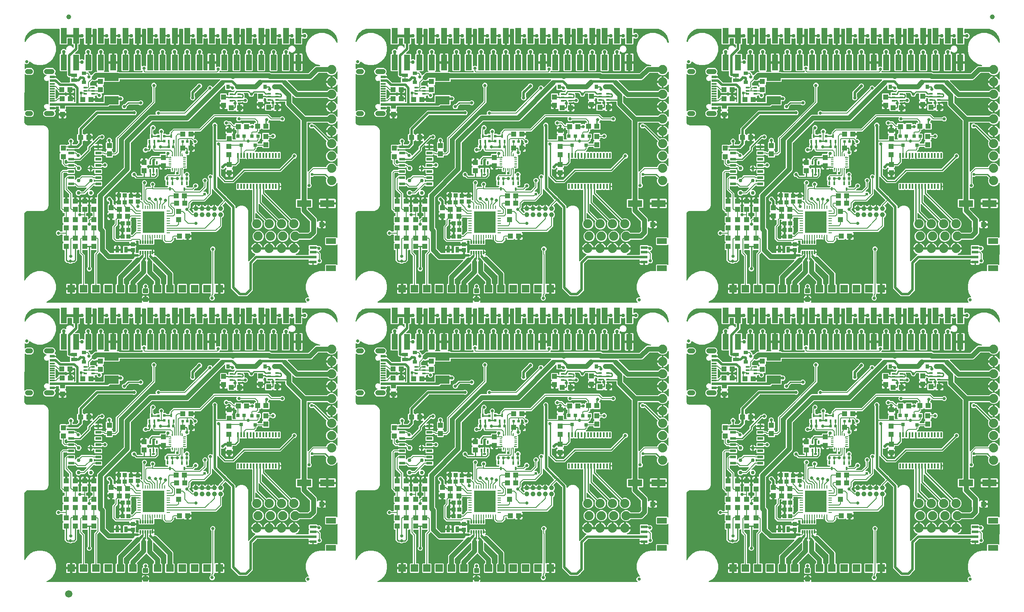
<source format=gtl>
G04 EAGLE Gerber RS-274X export*
G75*
%MOMM*%
%FSLAX34Y34*%
%LPD*%
%INTop Copper*%
%IPPOS*%
%AMOC8*
5,1,8,0,0,1.08239X$1,22.5*%
G01*
%ADD10R,1.000000X1.100000*%
%ADD11R,1.100000X1.000000*%
%ADD12R,0.300000X1.000000*%
%ADD13R,3.000000X1.400000*%
%ADD14R,2.000000X1.200000*%
%ADD15R,1.350000X0.600000*%
%ADD16R,1.000000X0.300000*%
%ADD17R,1.000000X0.600000*%
%ADD18C,1.000000*%
%ADD19R,2.895600X1.676400*%
%ADD20R,1.270000X0.635000*%
%ADD21R,0.254000X0.406400*%
%ADD22C,0.635000*%
%ADD23R,0.700000X0.700000*%
%ADD24R,0.800000X0.900000*%
%ADD25R,0.800000X0.400000*%
%ADD26R,0.900000X0.800000*%
%ADD27R,0.900000X0.850000*%
%ADD28R,0.850000X0.900000*%
%ADD29R,0.300000X0.700000*%
%ADD30R,2.000000X0.900000*%
%ADD31C,1.879600*%
%ADD32R,0.800000X1.200000*%
%ADD33C,0.300000*%
%ADD34R,0.284600X0.800000*%
%ADD35R,0.800000X0.284600*%
%ADD36R,4.400000X4.400000*%
%ADD37R,0.495000X0.250000*%
%ADD38R,0.600000X0.250000*%
%ADD39R,0.250000X0.495000*%
%ADD40R,0.250000X0.600000*%
%ADD41R,0.400000X0.750000*%
%ADD42R,0.460000X0.650000*%
%ADD43R,0.600000X0.600000*%
%ADD44R,1.524000X1.524000*%
%ADD45R,1.200000X0.600000*%
%ADD46C,0.762000*%
%ADD47C,1.000000*%
%ADD48R,1.270000X3.175000*%
%ADD49C,1.500000*%
%ADD50C,0.203200*%
%ADD51C,0.254000*%
%ADD52C,0.304800*%
%ADD53C,1.016000*%
%ADD54C,0.508000*%
%ADD55C,0.604000*%
%ADD56C,0.609600*%
%ADD57C,0.609600*%
%ADD58C,0.406400*%
%ADD59C,0.177800*%

G36*
X925131Y578466D02*
X925131Y578466D01*
X925170Y578463D01*
X925272Y578486D01*
X925374Y578500D01*
X925410Y578516D01*
X925448Y578525D01*
X925539Y578574D01*
X925634Y578616D01*
X925663Y578642D01*
X925698Y578660D01*
X925772Y578733D01*
X925851Y578800D01*
X925872Y578833D01*
X925900Y578860D01*
X925951Y578951D01*
X926008Y579037D01*
X926020Y579074D01*
X926039Y579108D01*
X926063Y579209D01*
X926094Y579308D01*
X926095Y579347D01*
X926104Y579385D01*
X926099Y579488D01*
X926101Y579592D01*
X926091Y579630D01*
X926089Y579669D01*
X926062Y579742D01*
X926029Y579867D01*
X925991Y579931D01*
X925972Y579983D01*
X925905Y580099D01*
X925644Y581074D01*
X925630Y581126D01*
X925630Y582659D01*
X931940Y582659D01*
X932059Y582674D01*
X932177Y582681D01*
X932216Y582694D01*
X932256Y582699D01*
X932367Y582743D01*
X932480Y582779D01*
X932514Y582801D01*
X932552Y582816D01*
X932648Y582886D01*
X932749Y582949D01*
X932776Y582979D01*
X932809Y583003D01*
X932885Y583094D01*
X932966Y583181D01*
X932986Y583216D01*
X933012Y583248D01*
X933063Y583355D01*
X933120Y583460D01*
X933130Y583499D01*
X933147Y583535D01*
X933168Y583642D01*
X933171Y583613D01*
X933215Y583502D01*
X933252Y583389D01*
X933274Y583355D01*
X933288Y583317D01*
X933358Y583221D01*
X933422Y583120D01*
X933452Y583092D01*
X933475Y583060D01*
X933567Y582984D01*
X933654Y582902D01*
X933689Y582883D01*
X933720Y582857D01*
X933828Y582806D01*
X933932Y582749D01*
X933971Y582738D01*
X934008Y582721D01*
X934125Y582699D01*
X934240Y582669D01*
X934300Y582665D01*
X934320Y582661D01*
X934341Y582663D01*
X934401Y582659D01*
X940711Y582659D01*
X940711Y581126D01*
X940697Y581074D01*
X940436Y580099D01*
X940369Y579983D01*
X940355Y579947D01*
X940333Y579914D01*
X940302Y579816D01*
X940263Y579720D01*
X940259Y579681D01*
X940247Y579643D01*
X940245Y579540D01*
X940234Y579437D01*
X940241Y579398D01*
X940240Y579359D01*
X940266Y579259D01*
X940285Y579157D01*
X940302Y579122D01*
X940312Y579084D01*
X940365Y578995D01*
X940411Y578902D01*
X940437Y578873D01*
X940457Y578840D01*
X940533Y578769D01*
X940603Y578692D01*
X940636Y578672D01*
X940664Y578645D01*
X940757Y578598D01*
X940845Y578544D01*
X940883Y578534D01*
X940918Y578516D01*
X940994Y578503D01*
X941119Y578469D01*
X941194Y578470D01*
X941249Y578460D01*
X1263342Y578460D01*
X1263371Y578464D01*
X1263400Y578462D01*
X1263511Y578484D01*
X1263623Y578500D01*
X1263650Y578512D01*
X1263679Y578518D01*
X1263780Y578570D01*
X1263883Y578616D01*
X1263905Y578635D01*
X1263931Y578649D01*
X1264013Y578727D01*
X1264100Y578800D01*
X1264116Y578824D01*
X1264137Y578845D01*
X1264194Y578942D01*
X1264257Y579037D01*
X1264266Y579065D01*
X1264281Y579090D01*
X1264309Y579199D01*
X1264343Y579308D01*
X1264344Y579337D01*
X1264351Y579365D01*
X1264347Y579479D01*
X1264350Y579592D01*
X1264343Y579620D01*
X1264342Y579650D01*
X1264307Y579758D01*
X1264279Y579867D01*
X1264264Y579892D01*
X1264255Y579920D01*
X1264209Y579984D01*
X1264133Y580111D01*
X1264088Y580154D01*
X1264060Y580193D01*
X1262942Y581311D01*
X1262149Y583225D01*
X1262149Y585297D01*
X1262942Y587211D01*
X1264407Y588676D01*
X1266321Y589469D01*
X1268189Y589469D01*
X1268228Y589474D01*
X1268267Y589472D01*
X1268368Y589494D01*
X1268471Y589509D01*
X1268506Y589525D01*
X1268545Y589533D01*
X1268636Y589582D01*
X1268730Y589625D01*
X1268760Y589650D01*
X1268794Y589669D01*
X1268868Y589742D01*
X1268947Y589808D01*
X1268969Y589841D01*
X1268997Y589868D01*
X1269047Y589959D01*
X1269105Y590045D01*
X1269117Y590082D01*
X1269136Y590116D01*
X1269159Y590217D01*
X1269191Y590316D01*
X1269192Y590355D01*
X1269201Y590393D01*
X1269195Y590497D01*
X1269198Y590600D01*
X1269188Y590638D01*
X1269186Y590677D01*
X1269159Y590750D01*
X1269126Y590875D01*
X1269088Y590939D01*
X1269069Y590992D01*
X1265218Y597661D01*
X1262967Y606063D01*
X1262967Y614760D01*
X1265218Y623162D01*
X1269567Y630694D01*
X1275717Y636844D01*
X1283249Y641193D01*
X1291651Y643444D01*
X1300348Y643444D01*
X1301339Y643179D01*
X1301387Y643173D01*
X1301434Y643158D01*
X1301528Y643156D01*
X1301621Y643145D01*
X1301669Y643152D01*
X1301718Y643151D01*
X1301809Y643175D01*
X1301902Y643190D01*
X1301946Y643211D01*
X1301993Y643223D01*
X1302074Y643271D01*
X1302159Y643311D01*
X1302195Y643343D01*
X1302237Y643368D01*
X1302302Y643437D01*
X1302372Y643499D01*
X1302398Y643540D01*
X1302432Y643575D01*
X1302475Y643659D01*
X1302525Y643738D01*
X1302539Y643785D01*
X1302561Y643829D01*
X1302573Y643902D01*
X1302606Y644011D01*
X1302606Y644098D01*
X1302617Y644160D01*
X1302617Y655854D01*
X1303807Y657044D01*
X1325491Y657044D01*
X1326269Y656267D01*
X1326292Y656250D01*
X1326311Y656227D01*
X1326405Y656164D01*
X1326496Y656096D01*
X1326523Y656086D01*
X1326547Y656070D01*
X1326656Y656035D01*
X1326762Y655995D01*
X1326790Y655992D01*
X1326818Y655984D01*
X1326932Y655981D01*
X1327045Y655971D01*
X1327073Y655977D01*
X1327102Y655976D01*
X1327212Y656005D01*
X1327324Y656027D01*
X1327349Y656040D01*
X1327377Y656048D01*
X1327475Y656106D01*
X1327576Y656158D01*
X1327597Y656178D01*
X1327622Y656193D01*
X1327700Y656275D01*
X1327782Y656354D01*
X1327797Y656379D01*
X1327817Y656400D01*
X1327868Y656501D01*
X1327926Y656599D01*
X1327933Y656627D01*
X1327946Y656653D01*
X1327959Y656730D01*
X1327996Y656875D01*
X1327994Y656937D01*
X1328002Y656984D01*
X1328042Y697077D01*
X1328038Y697107D01*
X1328040Y697137D01*
X1328018Y697247D01*
X1328002Y697359D01*
X1327990Y697386D01*
X1327984Y697415D01*
X1327932Y697516D01*
X1327886Y697618D01*
X1327867Y697641D01*
X1327853Y697668D01*
X1327776Y697749D01*
X1327703Y697836D01*
X1327678Y697852D01*
X1327658Y697874D01*
X1327560Y697931D01*
X1327466Y697993D01*
X1327438Y698003D01*
X1327412Y698018D01*
X1327303Y698045D01*
X1327196Y698080D01*
X1327166Y698080D01*
X1327137Y698088D01*
X1327024Y698084D01*
X1326911Y698087D01*
X1326882Y698080D01*
X1326853Y698079D01*
X1326745Y698044D01*
X1326636Y698016D01*
X1326610Y698000D01*
X1326582Y697991D01*
X1326518Y697946D01*
X1326392Y697871D01*
X1326348Y697825D01*
X1326309Y697796D01*
X1325491Y696979D01*
X1303807Y696979D01*
X1302617Y698170D01*
X1302617Y711854D01*
X1303807Y713044D01*
X1325491Y713044D01*
X1326325Y712211D01*
X1326348Y712194D01*
X1326366Y712172D01*
X1326461Y712108D01*
X1326552Y712040D01*
X1326579Y712030D01*
X1326603Y712014D01*
X1326711Y711979D01*
X1326817Y711939D01*
X1326846Y711937D01*
X1326874Y711928D01*
X1326988Y711925D01*
X1327101Y711915D01*
X1327129Y711921D01*
X1327158Y711920D01*
X1327268Y711949D01*
X1327379Y711971D01*
X1327405Y711985D01*
X1327433Y711992D01*
X1327531Y712050D01*
X1327632Y712102D01*
X1327653Y712122D01*
X1327677Y712137D01*
X1327755Y712220D01*
X1327838Y712298D01*
X1327852Y712323D01*
X1327872Y712344D01*
X1327924Y712445D01*
X1327982Y712543D01*
X1327989Y712571D01*
X1328002Y712597D01*
X1328015Y712674D01*
X1328052Y712819D01*
X1328050Y712881D01*
X1328058Y712928D01*
X1328168Y823814D01*
X1328156Y823900D01*
X1328154Y823986D01*
X1328136Y824040D01*
X1328129Y824096D01*
X1328093Y824175D01*
X1328067Y824257D01*
X1328036Y824304D01*
X1328013Y824355D01*
X1327957Y824422D01*
X1327909Y824493D01*
X1327865Y824530D01*
X1327829Y824573D01*
X1327757Y824621D01*
X1327691Y824676D01*
X1327639Y824699D01*
X1327593Y824730D01*
X1327510Y824757D01*
X1327431Y824792D01*
X1327375Y824799D01*
X1327322Y824817D01*
X1327235Y824819D01*
X1327150Y824831D01*
X1327094Y824823D01*
X1327037Y824824D01*
X1326954Y824802D01*
X1326868Y824790D01*
X1326817Y824767D01*
X1326762Y824753D01*
X1326688Y824708D01*
X1326609Y824673D01*
X1326566Y824636D01*
X1326518Y824608D01*
X1326459Y824545D01*
X1326393Y824489D01*
X1326367Y824447D01*
X1326323Y824400D01*
X1326256Y824270D01*
X1326215Y824204D01*
X1325690Y822937D01*
X1322474Y819721D01*
X1318273Y817981D01*
X1313726Y817981D01*
X1309524Y819721D01*
X1306309Y822937D01*
X1304569Y827138D01*
X1304569Y831685D01*
X1305623Y834231D01*
X1305623Y834232D01*
X1305624Y834234D01*
X1305658Y834368D01*
X1305694Y834506D01*
X1305694Y834508D01*
X1305694Y834509D01*
X1305690Y834649D01*
X1305686Y834790D01*
X1305685Y834792D01*
X1305685Y834793D01*
X1305645Y834920D01*
X1305599Y835061D01*
X1305598Y835062D01*
X1305598Y835064D01*
X1305589Y835076D01*
X1305441Y835297D01*
X1305418Y835317D01*
X1305403Y835337D01*
X1301721Y839020D01*
X1301651Y839072D01*
X1301587Y839132D01*
X1301538Y839157D01*
X1301494Y839190D01*
X1301412Y839222D01*
X1301334Y839261D01*
X1301286Y839269D01*
X1301228Y839292D01*
X1301080Y839304D01*
X1301003Y839317D01*
X1279623Y839317D01*
X1279536Y839305D01*
X1279449Y839302D01*
X1279396Y839285D01*
X1279341Y839277D01*
X1279262Y839241D01*
X1279178Y839214D01*
X1279139Y839186D01*
X1279082Y839161D01*
X1278969Y839065D01*
X1278905Y839019D01*
X1277452Y837567D01*
X1273835Y837567D01*
X1273778Y837559D01*
X1273719Y837560D01*
X1273637Y837539D01*
X1273554Y837527D01*
X1273501Y837503D01*
X1273444Y837488D01*
X1273372Y837445D01*
X1273294Y837411D01*
X1273250Y837373D01*
X1273200Y837343D01*
X1273142Y837282D01*
X1273077Y837227D01*
X1273045Y837178D01*
X1273005Y837136D01*
X1272967Y837061D01*
X1272920Y836990D01*
X1272902Y836935D01*
X1272876Y836883D01*
X1272864Y836815D01*
X1272834Y836719D01*
X1272832Y836620D01*
X1272820Y836552D01*
X1272820Y824496D01*
X1272832Y824410D01*
X1272835Y824322D01*
X1272852Y824270D01*
X1272860Y824215D01*
X1272896Y824135D01*
X1272923Y824052D01*
X1272951Y824012D01*
X1272976Y823955D01*
X1273072Y823842D01*
X1273118Y823778D01*
X1274186Y822710D01*
X1274979Y820795D01*
X1274979Y818724D01*
X1274186Y816810D01*
X1272721Y815345D01*
X1270807Y814552D01*
X1268736Y814552D01*
X1267801Y814939D01*
X1267773Y814946D01*
X1267750Y814958D01*
X1267686Y814969D01*
X1267580Y815002D01*
X1267552Y815003D01*
X1267525Y815010D01*
X1267453Y815008D01*
X1267419Y815014D01*
X1267412Y815014D01*
X1267371Y815008D01*
X1267296Y815010D01*
X1267269Y815003D01*
X1267241Y815002D01*
X1267171Y814980D01*
X1267131Y814974D01*
X1267092Y814956D01*
X1267021Y814938D01*
X1266997Y814924D01*
X1266970Y814915D01*
X1266911Y814875D01*
X1266871Y814857D01*
X1266838Y814829D01*
X1266776Y814793D01*
X1266757Y814772D01*
X1266734Y814757D01*
X1266690Y814704D01*
X1266654Y814674D01*
X1266628Y814635D01*
X1266582Y814585D01*
X1266569Y814561D01*
X1266551Y814539D01*
X1266524Y814479D01*
X1266497Y814437D01*
X1266481Y814389D01*
X1266452Y814332D01*
X1266448Y814308D01*
X1266436Y814280D01*
X1266427Y814218D01*
X1266411Y814166D01*
X1266409Y814084D01*
X1266399Y814016D01*
X1266397Y814001D01*
X1266397Y792673D01*
X1266405Y792616D01*
X1266404Y792562D01*
X1266404Y792561D01*
X1266404Y792556D01*
X1266425Y792475D01*
X1266437Y792391D01*
X1266461Y792338D01*
X1266475Y792281D01*
X1266518Y792209D01*
X1266553Y792132D01*
X1266591Y792087D01*
X1266621Y792037D01*
X1266682Y791979D01*
X1266737Y791915D01*
X1266785Y791882D01*
X1266828Y791842D01*
X1266903Y791804D01*
X1266973Y791757D01*
X1267029Y791740D01*
X1267081Y791713D01*
X1267149Y791702D01*
X1267244Y791672D01*
X1267344Y791669D01*
X1267412Y791658D01*
X1275126Y791658D01*
X1276317Y790467D01*
X1276317Y774783D01*
X1275126Y773592D01*
X1267638Y773592D01*
X1267580Y773584D01*
X1267521Y773585D01*
X1267440Y773564D01*
X1267356Y773552D01*
X1267303Y773528D01*
X1267246Y773514D01*
X1267174Y773471D01*
X1267097Y773436D01*
X1267052Y773398D01*
X1267002Y773368D01*
X1266944Y773307D01*
X1266880Y773252D01*
X1266847Y773204D01*
X1266807Y773161D01*
X1266769Y773086D01*
X1266722Y773016D01*
X1266705Y772960D01*
X1266678Y772908D01*
X1266667Y772840D01*
X1266637Y772745D01*
X1266634Y772645D01*
X1266623Y772577D01*
X1266623Y771260D01*
X1266635Y771173D01*
X1266638Y771085D01*
X1266655Y771033D01*
X1266662Y770978D01*
X1266698Y770898D01*
X1266725Y770815D01*
X1266753Y770776D01*
X1266779Y770719D01*
X1266875Y770605D01*
X1266920Y770542D01*
X1284827Y752634D01*
X1285910Y750020D01*
X1285910Y745848D01*
X1285922Y745761D01*
X1285925Y745674D01*
X1285942Y745621D01*
X1285950Y745566D01*
X1285986Y745487D01*
X1286013Y745403D01*
X1286041Y745364D01*
X1286066Y745307D01*
X1286162Y745194D01*
X1286207Y745130D01*
X1286358Y744980D01*
X1286397Y744950D01*
X1286430Y744914D01*
X1286510Y744865D01*
X1286585Y744809D01*
X1286631Y744791D01*
X1286672Y744766D01*
X1286763Y744741D01*
X1286851Y744707D01*
X1286899Y744703D01*
X1286947Y744690D01*
X1287040Y744692D01*
X1287134Y744684D01*
X1287182Y744693D01*
X1287231Y744694D01*
X1287321Y744721D01*
X1287413Y744740D01*
X1287456Y744762D01*
X1287503Y744776D01*
X1287582Y744827D01*
X1287665Y744871D01*
X1287701Y744904D01*
X1287742Y744931D01*
X1287789Y744988D01*
X1287871Y745066D01*
X1287915Y745141D01*
X1287955Y745190D01*
X1288264Y745726D01*
X1288737Y746198D01*
X1288830Y746252D01*
X1289317Y746533D01*
X1289963Y746706D01*
X1293298Y746706D01*
X1293298Y740396D01*
X1293313Y740277D01*
X1293320Y740159D01*
X1293333Y740120D01*
X1293338Y740080D01*
X1293382Y739969D01*
X1293419Y739856D01*
X1293440Y739822D01*
X1293455Y739784D01*
X1293525Y739688D01*
X1293589Y739587D01*
X1293618Y739560D01*
X1293642Y739527D01*
X1293734Y739451D01*
X1293820Y739370D01*
X1293856Y739350D01*
X1293887Y739324D01*
X1293995Y739273D01*
X1294099Y739216D01*
X1294138Y739206D01*
X1294175Y739189D01*
X1294281Y739168D01*
X1294252Y739165D01*
X1294141Y739121D01*
X1294028Y739084D01*
X1293994Y739062D01*
X1293956Y739048D01*
X1293860Y738978D01*
X1293759Y738914D01*
X1293732Y738884D01*
X1293699Y738861D01*
X1293623Y738769D01*
X1293541Y738682D01*
X1293522Y738647D01*
X1293496Y738616D01*
X1293445Y738508D01*
X1293388Y738404D01*
X1293378Y738365D01*
X1293361Y738328D01*
X1293338Y738211D01*
X1293308Y738096D01*
X1293305Y738036D01*
X1293301Y738016D01*
X1293302Y737995D01*
X1293298Y737935D01*
X1293298Y731625D01*
X1289963Y731625D01*
X1289317Y731798D01*
X1288830Y732079D01*
X1288737Y732132D01*
X1288264Y732605D01*
X1287955Y733141D01*
X1287925Y733179D01*
X1287903Y733223D01*
X1287838Y733291D01*
X1287780Y733365D01*
X1287740Y733393D01*
X1287707Y733429D01*
X1287626Y733476D01*
X1287550Y733531D01*
X1287504Y733548D01*
X1287461Y733573D01*
X1287370Y733596D01*
X1287282Y733627D01*
X1287233Y733631D01*
X1287186Y733643D01*
X1287092Y733640D01*
X1286998Y733646D01*
X1286951Y733635D01*
X1286902Y733634D01*
X1286812Y733605D01*
X1286721Y733584D01*
X1286678Y733561D01*
X1286631Y733546D01*
X1286571Y733503D01*
X1286471Y733449D01*
X1286409Y733388D01*
X1286358Y733351D01*
X1286207Y733201D01*
X1286155Y733131D01*
X1286095Y733067D01*
X1286070Y733018D01*
X1286037Y732973D01*
X1286005Y732892D01*
X1285966Y732814D01*
X1285958Y732766D01*
X1285935Y732708D01*
X1285923Y732560D01*
X1285910Y732483D01*
X1285910Y721504D01*
X1284827Y718889D01*
X1275020Y709082D01*
X1272405Y707999D01*
X1250543Y707999D01*
X1250456Y707987D01*
X1250369Y707984D01*
X1250316Y707967D01*
X1250261Y707959D01*
X1250181Y707923D01*
X1250098Y707896D01*
X1250059Y707868D01*
X1250002Y707843D01*
X1249889Y707747D01*
X1249825Y707701D01*
X1247544Y705421D01*
X1243343Y703681D01*
X1238796Y703681D01*
X1234594Y705421D01*
X1231379Y708637D01*
X1229639Y712838D01*
X1229639Y717385D01*
X1231379Y721587D01*
X1234594Y724802D01*
X1238796Y726542D01*
X1243343Y726542D01*
X1247544Y724802D01*
X1249825Y722522D01*
X1249895Y722469D01*
X1249959Y722409D01*
X1250008Y722384D01*
X1250052Y722351D01*
X1250134Y722320D01*
X1250212Y722280D01*
X1250259Y722272D01*
X1250318Y722250D01*
X1250465Y722237D01*
X1250543Y722224D01*
X1267624Y722224D01*
X1267710Y722237D01*
X1267798Y722239D01*
X1267851Y722256D01*
X1267905Y722264D01*
X1267985Y722300D01*
X1268068Y722327D01*
X1268108Y722355D01*
X1268165Y722380D01*
X1268278Y722476D01*
X1268342Y722522D01*
X1271387Y725567D01*
X1271440Y725637D01*
X1271500Y725701D01*
X1271525Y725750D01*
X1271558Y725795D01*
X1271589Y725876D01*
X1271629Y725954D01*
X1271637Y726002D01*
X1271659Y726060D01*
X1271672Y726208D01*
X1271685Y726285D01*
X1271685Y732483D01*
X1271672Y732569D01*
X1271670Y732657D01*
X1271653Y732710D01*
X1271645Y732764D01*
X1271609Y732844D01*
X1271582Y732927D01*
X1271554Y732967D01*
X1271529Y733024D01*
X1271433Y733137D01*
X1271387Y733201D01*
X1271265Y733323D01*
X1271265Y745082D01*
X1271274Y745107D01*
X1271304Y745158D01*
X1271325Y745239D01*
X1271355Y745318D01*
X1271360Y745376D01*
X1271374Y745433D01*
X1271371Y745517D01*
X1271378Y745601D01*
X1271367Y745659D01*
X1271365Y745717D01*
X1271339Y745797D01*
X1271322Y745880D01*
X1271296Y745932D01*
X1271278Y745988D01*
X1271237Y746044D01*
X1271192Y746132D01*
X1271123Y746205D01*
X1271083Y746261D01*
X1253480Y763864D01*
X1252397Y766478D01*
X1252397Y772577D01*
X1252389Y772635D01*
X1252390Y772693D01*
X1252369Y772775D01*
X1252357Y772858D01*
X1252333Y772912D01*
X1252319Y772968D01*
X1252276Y773041D01*
X1252241Y773118D01*
X1252203Y773162D01*
X1252173Y773213D01*
X1252112Y773270D01*
X1252057Y773335D01*
X1252009Y773367D01*
X1251966Y773407D01*
X1251891Y773446D01*
X1251821Y773492D01*
X1251765Y773510D01*
X1251713Y773537D01*
X1251645Y773548D01*
X1251550Y773578D01*
X1251450Y773581D01*
X1251382Y773592D01*
X1243442Y773592D01*
X1242251Y774783D01*
X1242251Y790467D01*
X1243442Y791658D01*
X1251156Y791658D01*
X1251214Y791666D01*
X1251273Y791664D01*
X1251354Y791686D01*
X1251438Y791697D01*
X1251491Y791721D01*
X1251548Y791736D01*
X1251620Y791779D01*
X1251697Y791814D01*
X1251742Y791851D01*
X1251792Y791881D01*
X1251850Y791943D01*
X1251914Y791997D01*
X1251947Y792046D01*
X1251987Y792089D01*
X1252025Y792164D01*
X1252072Y792234D01*
X1252089Y792290D01*
X1252116Y792342D01*
X1252127Y792410D01*
X1252157Y792505D01*
X1252160Y792605D01*
X1252171Y792673D01*
X1252171Y952788D01*
X1252159Y952875D01*
X1252156Y952962D01*
X1252139Y953015D01*
X1252132Y953069D01*
X1252096Y953149D01*
X1252069Y953232D01*
X1252041Y953272D01*
X1252015Y953329D01*
X1251919Y953442D01*
X1251874Y953506D01*
X1221959Y983421D01*
X1220876Y986036D01*
X1220876Y991314D01*
X1220867Y991371D01*
X1220869Y991430D01*
X1220848Y991512D01*
X1220836Y991595D01*
X1220812Y991648D01*
X1220797Y991705D01*
X1220754Y991777D01*
X1220720Y991855D01*
X1220682Y991899D01*
X1220652Y991949D01*
X1220590Y992007D01*
X1220536Y992072D01*
X1220487Y992104D01*
X1220445Y992144D01*
X1220370Y992182D01*
X1220299Y992229D01*
X1220243Y992247D01*
X1220191Y992273D01*
X1220123Y992285D01*
X1220028Y992315D01*
X1219928Y992317D01*
X1219860Y992329D01*
X1209342Y992329D01*
X1209255Y992317D01*
X1209168Y992314D01*
X1209115Y992297D01*
X1209060Y992289D01*
X1208981Y992253D01*
X1208897Y992226D01*
X1208858Y992198D01*
X1208801Y992173D01*
X1208688Y992077D01*
X1208624Y992031D01*
X1208191Y991599D01*
X1201458Y991599D01*
X1201401Y991591D01*
X1201342Y991592D01*
X1201260Y991571D01*
X1201177Y991559D01*
X1201124Y991535D01*
X1201067Y991520D01*
X1200995Y991477D01*
X1200918Y991443D01*
X1200873Y991405D01*
X1200823Y991375D01*
X1200765Y991314D01*
X1200701Y991259D01*
X1200668Y991210D01*
X1200628Y991168D01*
X1200590Y991093D01*
X1200543Y991022D01*
X1200525Y990967D01*
X1200499Y990915D01*
X1200487Y990847D01*
X1200457Y990751D01*
X1200455Y990652D01*
X1200443Y990584D01*
X1200443Y989098D01*
X1200451Y989040D01*
X1200450Y988981D01*
X1200471Y988900D01*
X1200483Y988816D01*
X1200507Y988763D01*
X1200522Y988706D01*
X1200565Y988634D01*
X1200599Y988557D01*
X1200637Y988512D01*
X1200667Y988462D01*
X1200728Y988404D01*
X1200783Y988340D01*
X1200832Y988307D01*
X1200874Y988267D01*
X1200949Y988229D01*
X1201020Y988182D01*
X1201075Y988164D01*
X1201127Y988138D01*
X1201195Y988126D01*
X1201291Y988096D01*
X1201390Y988094D01*
X1201458Y988082D01*
X1202047Y988082D01*
X1202047Y981558D01*
X1202055Y981500D01*
X1202053Y981441D01*
X1202075Y981360D01*
X1202087Y981276D01*
X1202111Y981223D01*
X1202125Y981166D01*
X1202168Y981094D01*
X1202203Y981017D01*
X1202241Y980972D01*
X1202271Y980922D01*
X1202332Y980864D01*
X1202387Y980800D01*
X1202435Y980767D01*
X1202478Y980727D01*
X1202553Y980689D01*
X1202623Y980642D01*
X1202679Y980625D01*
X1202731Y980598D01*
X1202799Y980587D01*
X1202826Y980578D01*
X1202730Y980566D01*
X1202611Y980558D01*
X1202573Y980546D01*
X1202532Y980541D01*
X1202422Y980497D01*
X1202309Y980460D01*
X1202274Y980439D01*
X1202237Y980424D01*
X1202140Y980354D01*
X1202040Y980290D01*
X1202012Y980261D01*
X1201979Y980237D01*
X1201903Y980145D01*
X1201822Y980059D01*
X1201802Y980023D01*
X1201777Y979992D01*
X1201726Y979884D01*
X1201668Y979780D01*
X1201658Y979741D01*
X1201641Y979704D01*
X1201619Y979587D01*
X1201589Y979472D01*
X1201585Y979412D01*
X1201581Y979392D01*
X1201582Y979376D01*
X1201581Y979371D01*
X1201582Y979361D01*
X1201579Y979311D01*
X1201579Y973001D01*
X1198244Y973001D01*
X1197597Y973174D01*
X1197194Y973407D01*
X1197018Y973509D01*
X1196835Y973692D01*
X1196545Y973981D01*
X1196236Y974517D01*
X1196206Y974556D01*
X1196183Y974599D01*
X1196118Y974667D01*
X1196060Y974741D01*
X1196021Y974770D01*
X1195987Y974805D01*
X1195906Y974852D01*
X1195830Y974908D01*
X1195784Y974924D01*
X1195742Y974949D01*
X1195651Y974972D01*
X1195562Y975004D01*
X1195514Y975007D01*
X1195467Y975019D01*
X1195373Y975016D01*
X1195279Y975022D01*
X1195231Y975011D01*
X1195182Y975010D01*
X1195093Y974981D01*
X1195001Y974961D01*
X1194958Y974937D01*
X1194912Y974922D01*
X1194851Y974879D01*
X1194751Y974825D01*
X1194690Y974764D01*
X1194639Y974727D01*
X1193420Y973509D01*
X1180736Y973509D01*
X1179545Y974700D01*
X1179545Y986384D01*
X1180736Y987574D01*
X1189012Y987574D01*
X1189070Y987583D01*
X1189129Y987581D01*
X1189210Y987602D01*
X1189294Y987614D01*
X1189347Y987638D01*
X1189404Y987653D01*
X1189476Y987696D01*
X1189553Y987730D01*
X1189598Y987768D01*
X1189648Y987798D01*
X1189706Y987860D01*
X1189770Y987914D01*
X1189803Y987963D01*
X1189843Y988005D01*
X1189881Y988080D01*
X1189928Y988151D01*
X1189946Y988207D01*
X1189972Y988259D01*
X1189984Y988327D01*
X1190014Y988422D01*
X1190016Y988522D01*
X1190028Y988590D01*
X1190028Y990584D01*
X1190020Y990641D01*
X1190021Y990700D01*
X1190000Y990782D01*
X1189988Y990865D01*
X1189964Y990918D01*
X1189949Y990975D01*
X1189906Y991047D01*
X1189872Y991125D01*
X1189834Y991169D01*
X1189804Y991219D01*
X1189742Y991277D01*
X1189688Y991342D01*
X1189639Y991374D01*
X1189597Y991414D01*
X1189522Y991452D01*
X1189451Y991499D01*
X1189396Y991517D01*
X1189344Y991543D01*
X1189275Y991555D01*
X1189180Y991585D01*
X1189081Y991587D01*
X1189012Y991599D01*
X1182507Y991599D01*
X1181317Y992790D01*
X1181317Y997814D01*
X1181310Y997863D01*
X1181310Y997875D01*
X1181309Y997880D01*
X1181310Y997930D01*
X1181289Y998012D01*
X1181277Y998095D01*
X1181253Y998148D01*
X1181238Y998205D01*
X1181195Y998277D01*
X1181161Y998355D01*
X1181123Y998399D01*
X1181093Y998449D01*
X1181031Y998507D01*
X1180977Y998572D01*
X1180928Y998604D01*
X1180886Y998644D01*
X1180811Y998682D01*
X1180740Y998729D01*
X1180684Y998747D01*
X1180632Y998773D01*
X1180564Y998785D01*
X1180469Y998815D01*
X1180369Y998817D01*
X1180301Y998829D01*
X1179122Y998829D01*
X1178715Y999236D01*
X1178692Y999254D01*
X1178673Y999276D01*
X1178579Y999339D01*
X1178488Y999407D01*
X1178461Y999417D01*
X1178436Y999434D01*
X1178328Y999468D01*
X1178222Y999508D01*
X1178193Y999511D01*
X1178165Y999519D01*
X1178052Y999522D01*
X1177939Y999532D01*
X1177910Y999526D01*
X1177881Y999527D01*
X1177771Y999498D01*
X1177660Y999476D01*
X1177634Y999462D01*
X1177606Y999455D01*
X1177509Y999397D01*
X1177408Y999345D01*
X1177387Y999325D01*
X1177362Y999310D01*
X1177284Y999227D01*
X1177202Y999149D01*
X1177187Y999124D01*
X1177167Y999102D01*
X1177115Y999001D01*
X1177058Y998904D01*
X1177051Y998875D01*
X1177038Y998849D01*
X1177025Y998772D01*
X1176988Y998628D01*
X1176990Y998566D01*
X1176982Y998518D01*
X1176982Y996670D01*
X1175764Y995451D01*
X1175734Y995412D01*
X1175698Y995379D01*
X1175649Y995299D01*
X1175593Y995224D01*
X1175575Y995178D01*
X1175550Y995137D01*
X1175525Y995046D01*
X1175491Y994958D01*
X1175487Y994910D01*
X1175474Y994863D01*
X1175476Y994768D01*
X1175468Y994675D01*
X1175477Y994627D01*
X1175478Y994578D01*
X1175505Y994488D01*
X1175524Y994396D01*
X1175546Y994353D01*
X1175560Y994306D01*
X1175611Y994227D01*
X1175655Y994144D01*
X1175688Y994108D01*
X1175715Y994067D01*
X1175772Y994020D01*
X1175851Y993938D01*
X1175912Y993902D01*
X1175932Y993882D01*
X1175950Y993873D01*
X1175974Y993854D01*
X1176510Y993545D01*
X1176982Y993072D01*
X1177317Y992492D01*
X1177490Y991846D01*
X1177490Y988043D01*
X1170966Y988043D01*
X1170908Y988035D01*
X1170849Y988036D01*
X1170768Y988015D01*
X1170684Y988003D01*
X1170631Y987979D01*
X1170574Y987964D01*
X1170502Y987921D01*
X1170425Y987887D01*
X1170380Y987849D01*
X1170330Y987819D01*
X1170272Y987757D01*
X1170208Y987703D01*
X1170175Y987654D01*
X1170135Y987612D01*
X1170097Y987537D01*
X1170050Y987466D01*
X1170032Y987411D01*
X1170006Y987359D01*
X1169994Y987291D01*
X1169986Y987263D01*
X1169974Y987360D01*
X1169966Y987479D01*
X1169954Y987517D01*
X1169949Y987557D01*
X1169905Y987668D01*
X1169868Y987781D01*
X1169846Y987815D01*
X1169832Y987853D01*
X1169762Y987949D01*
X1169698Y988050D01*
X1169668Y988077D01*
X1169645Y988110D01*
X1169553Y988186D01*
X1169466Y988268D01*
X1169431Y988287D01*
X1169400Y988313D01*
X1169292Y988364D01*
X1169188Y988421D01*
X1169149Y988431D01*
X1169112Y988449D01*
X1168995Y988471D01*
X1168880Y988501D01*
X1168820Y988504D01*
X1168800Y988508D01*
X1168779Y988507D01*
X1168719Y988511D01*
X1162409Y988511D01*
X1162409Y991846D01*
X1162582Y992492D01*
X1162778Y992832D01*
X1162901Y993045D01*
X1162916Y993072D01*
X1163100Y993255D01*
X1163389Y993545D01*
X1163925Y993854D01*
X1163963Y993884D01*
X1164007Y993906D01*
X1164075Y993971D01*
X1164149Y994029D01*
X1164177Y994069D01*
X1164213Y994102D01*
X1164260Y994183D01*
X1164315Y994260D01*
X1164332Y994306D01*
X1164357Y994348D01*
X1164380Y994438D01*
X1164412Y994527D01*
X1164415Y994576D01*
X1164427Y994623D01*
X1164424Y994717D01*
X1164430Y994811D01*
X1164419Y994858D01*
X1164418Y994907D01*
X1164389Y994997D01*
X1164368Y995088D01*
X1164345Y995131D01*
X1164330Y995178D01*
X1164287Y995238D01*
X1164233Y995338D01*
X1164172Y995400D01*
X1164135Y995451D01*
X1162917Y996670D01*
X1162917Y1008202D01*
X1162908Y1008260D01*
X1162910Y1008319D01*
X1162889Y1008400D01*
X1162877Y1008484D01*
X1162853Y1008537D01*
X1162838Y1008594D01*
X1162795Y1008666D01*
X1162761Y1008743D01*
X1162723Y1008788D01*
X1162693Y1008838D01*
X1162631Y1008896D01*
X1162577Y1008960D01*
X1162528Y1008993D01*
X1162486Y1009033D01*
X1162411Y1009071D01*
X1162340Y1009118D01*
X1162284Y1009135D01*
X1162232Y1009162D01*
X1162164Y1009173D01*
X1162069Y1009203D01*
X1161969Y1009206D01*
X1161901Y1009217D01*
X1157997Y1009217D01*
X1157910Y1009205D01*
X1157823Y1009202D01*
X1157770Y1009185D01*
X1157715Y1009178D01*
X1157635Y1009142D01*
X1157552Y1009115D01*
X1157513Y1009087D01*
X1157456Y1009061D01*
X1157343Y1008966D01*
X1157279Y1008920D01*
X1156405Y1008046D01*
X1156352Y1007976D01*
X1156292Y1007912D01*
X1156267Y1007863D01*
X1156234Y1007819D01*
X1156202Y1007737D01*
X1156163Y1007659D01*
X1156155Y1007612D01*
X1156132Y1007553D01*
X1156120Y1007405D01*
X1156107Y1007328D01*
X1156107Y1006176D01*
X1155314Y1004262D01*
X1153849Y1002797D01*
X1151935Y1002004D01*
X1149864Y1002004D01*
X1147949Y1002797D01*
X1146484Y1004262D01*
X1145692Y1006176D01*
X1145692Y1007328D01*
X1145679Y1007415D01*
X1145677Y1007502D01*
X1145660Y1007555D01*
X1145652Y1007610D01*
X1145616Y1007689D01*
X1145589Y1007773D01*
X1145561Y1007812D01*
X1145536Y1007869D01*
X1145440Y1007982D01*
X1145394Y1008046D01*
X1143707Y1009733D01*
X1143638Y1009785D01*
X1143574Y1009845D01*
X1143524Y1009871D01*
X1143480Y1009904D01*
X1143398Y1009935D01*
X1143320Y1009975D01*
X1143273Y1009983D01*
X1143214Y1010005D01*
X1143067Y1010017D01*
X1142989Y1010030D01*
X1136330Y1010030D01*
X1136301Y1010026D01*
X1136272Y1010029D01*
X1136161Y1010006D01*
X1136049Y1009990D01*
X1136022Y1009978D01*
X1135993Y1009973D01*
X1135893Y1009920D01*
X1135789Y1009874D01*
X1135767Y1009855D01*
X1135741Y1009842D01*
X1135659Y1009764D01*
X1135572Y1009691D01*
X1135556Y1009666D01*
X1135535Y1009646D01*
X1135478Y1009548D01*
X1135415Y1009454D01*
X1135406Y1009426D01*
X1135391Y1009401D01*
X1135363Y1009291D01*
X1135329Y1009183D01*
X1135328Y1009153D01*
X1135321Y1009125D01*
X1135325Y1009012D01*
X1135322Y1008899D01*
X1135329Y1008870D01*
X1135330Y1008841D01*
X1135365Y1008733D01*
X1135394Y1008624D01*
X1135408Y1008598D01*
X1135418Y1008570D01*
X1135463Y1008506D01*
X1135539Y1008379D01*
X1135584Y1008336D01*
X1135612Y1008297D01*
X1136651Y1007259D01*
X1136651Y1000735D01*
X1136659Y1000677D01*
X1136657Y1000618D01*
X1136679Y1000537D01*
X1136691Y1000453D01*
X1136714Y1000400D01*
X1136729Y1000343D01*
X1136772Y1000271D01*
X1136807Y1000194D01*
X1136845Y1000149D01*
X1136874Y1000099D01*
X1136936Y1000041D01*
X1136990Y999977D01*
X1137039Y999944D01*
X1137082Y999904D01*
X1137157Y999866D01*
X1137227Y999819D01*
X1137283Y999801D01*
X1137335Y999775D01*
X1137403Y999763D01*
X1137498Y999733D01*
X1137598Y999731D01*
X1137666Y999719D01*
X1139235Y999719D01*
X1141149Y998927D01*
X1142614Y997462D01*
X1143407Y995547D01*
X1143407Y993476D01*
X1142614Y991562D01*
X1141149Y990097D01*
X1139235Y989304D01*
X1137164Y989304D01*
X1135249Y990097D01*
X1134435Y990911D01*
X1134365Y990964D01*
X1134301Y991024D01*
X1134252Y991049D01*
X1134207Y991082D01*
X1134126Y991114D01*
X1134048Y991153D01*
X1134000Y991161D01*
X1133942Y991184D01*
X1133794Y991196D01*
X1133717Y991209D01*
X1132022Y991209D01*
X1131935Y991197D01*
X1131848Y991194D01*
X1131795Y991177D01*
X1131740Y991169D01*
X1131661Y991133D01*
X1131577Y991106D01*
X1131538Y991078D01*
X1131481Y991053D01*
X1131368Y990957D01*
X1131304Y990911D01*
X1130721Y990329D01*
X1123881Y990329D01*
X1123823Y990321D01*
X1123764Y990322D01*
X1123683Y990301D01*
X1123599Y990289D01*
X1123546Y990265D01*
X1123489Y990250D01*
X1123417Y990207D01*
X1123340Y990173D01*
X1123295Y990135D01*
X1123245Y990105D01*
X1123187Y990044D01*
X1123123Y989989D01*
X1123090Y989940D01*
X1123050Y989898D01*
X1123012Y989823D01*
X1122965Y989752D01*
X1122948Y989697D01*
X1122921Y989645D01*
X1122910Y989577D01*
X1122879Y989481D01*
X1122877Y989382D01*
X1122866Y989314D01*
X1122866Y988158D01*
X1122874Y988100D01*
X1122872Y988041D01*
X1122894Y987960D01*
X1122905Y987876D01*
X1122929Y987823D01*
X1122944Y987766D01*
X1122987Y987694D01*
X1123022Y987617D01*
X1123059Y987572D01*
X1123089Y987522D01*
X1123151Y987464D01*
X1123205Y987400D01*
X1123254Y987367D01*
X1123297Y987327D01*
X1123372Y987289D01*
X1123442Y987242D01*
X1123498Y987225D01*
X1123550Y987198D01*
X1123618Y987187D01*
X1123713Y987157D01*
X1123813Y987154D01*
X1123881Y987143D01*
X1124348Y987143D01*
X1124348Y980618D01*
X1124356Y980560D01*
X1124355Y980502D01*
X1124376Y980420D01*
X1124388Y980336D01*
X1124412Y980283D01*
X1124427Y980227D01*
X1124470Y980154D01*
X1124504Y980077D01*
X1124542Y980032D01*
X1124572Y979982D01*
X1124633Y979924D01*
X1124688Y979860D01*
X1124737Y979828D01*
X1124779Y979788D01*
X1124854Y979749D01*
X1124925Y979702D01*
X1124980Y979685D01*
X1125032Y979658D01*
X1125100Y979647D01*
X1125128Y979638D01*
X1125031Y979626D01*
X1124912Y979619D01*
X1124874Y979606D01*
X1124834Y979601D01*
X1124723Y979557D01*
X1124610Y979521D01*
X1124576Y979499D01*
X1124538Y979484D01*
X1124442Y979414D01*
X1124341Y979350D01*
X1124314Y979321D01*
X1124281Y979297D01*
X1124205Y979205D01*
X1124123Y979119D01*
X1124104Y979083D01*
X1124078Y979052D01*
X1124027Y978945D01*
X1123970Y978840D01*
X1123960Y978801D01*
X1123942Y978764D01*
X1123920Y978648D01*
X1123890Y978532D01*
X1123887Y978472D01*
X1123883Y978452D01*
X1123884Y978432D01*
X1123880Y978372D01*
X1123880Y972061D01*
X1120545Y972061D01*
X1119899Y972234D01*
X1119645Y972381D01*
X1119319Y972569D01*
X1119136Y972752D01*
X1118846Y973042D01*
X1118537Y973577D01*
X1118507Y973616D01*
X1118485Y973659D01*
X1118420Y973727D01*
X1118362Y973801D01*
X1118322Y973830D01*
X1118289Y973865D01*
X1118208Y973913D01*
X1118131Y973968D01*
X1118086Y973984D01*
X1118043Y974009D01*
X1117953Y974032D01*
X1117864Y974064D01*
X1117815Y974067D01*
X1117768Y974079D01*
X1117674Y974076D01*
X1117580Y974082D01*
X1117533Y974072D01*
X1117484Y974070D01*
X1117394Y974041D01*
X1117303Y974021D01*
X1117260Y973998D01*
X1117213Y973983D01*
X1117153Y973940D01*
X1117053Y973885D01*
X1116991Y973824D01*
X1116940Y973788D01*
X1115721Y972569D01*
X1103037Y972569D01*
X1101847Y973760D01*
X1101847Y976338D01*
X1101841Y976376D01*
X1101844Y976415D01*
X1101821Y976517D01*
X1101807Y976619D01*
X1101791Y976655D01*
X1101782Y976693D01*
X1101733Y976784D01*
X1101691Y976878D01*
X1101665Y976908D01*
X1101647Y976943D01*
X1101574Y977016D01*
X1101507Y977095D01*
X1101474Y977117D01*
X1101447Y977145D01*
X1101357Y977196D01*
X1101270Y977253D01*
X1101233Y977265D01*
X1101199Y977284D01*
X1101098Y977308D01*
X1100999Y977339D01*
X1100960Y977340D01*
X1100922Y977349D01*
X1100819Y977343D01*
X1100715Y977346D01*
X1100677Y977336D01*
X1100638Y977334D01*
X1100565Y977307D01*
X1100440Y977274D01*
X1100376Y977236D01*
X1100324Y977217D01*
X1099730Y976874D01*
X1099233Y976741D01*
X1099084Y976701D01*
X1096249Y976701D01*
X1096249Y983511D01*
X1096234Y983629D01*
X1096226Y983748D01*
X1096214Y983787D01*
X1096209Y983827D01*
X1096165Y983938D01*
X1096128Y984051D01*
X1096107Y984085D01*
X1096092Y984123D01*
X1096022Y984219D01*
X1095958Y984320D01*
X1095929Y984347D01*
X1095905Y984380D01*
X1095813Y984456D01*
X1095727Y984537D01*
X1095691Y984557D01*
X1095660Y984583D01*
X1095552Y984633D01*
X1095448Y984691D01*
X1095409Y984701D01*
X1095372Y984718D01*
X1095255Y984741D01*
X1095140Y984770D01*
X1095080Y984774D01*
X1095060Y984778D01*
X1095040Y984777D01*
X1094979Y984781D01*
X1093788Y984781D01*
X1093788Y985972D01*
X1093774Y986090D01*
X1093766Y986209D01*
X1093754Y986247D01*
X1093749Y986287D01*
X1093705Y986398D01*
X1093668Y986511D01*
X1093646Y986545D01*
X1093632Y986583D01*
X1093562Y986679D01*
X1093498Y986780D01*
X1093468Y986807D01*
X1093445Y986840D01*
X1093353Y986916D01*
X1093266Y986998D01*
X1093231Y987017D01*
X1093200Y987043D01*
X1093092Y987094D01*
X1092988Y987151D01*
X1092949Y987161D01*
X1092912Y987179D01*
X1092795Y987201D01*
X1092680Y987231D01*
X1092620Y987234D01*
X1092600Y987238D01*
X1092579Y987237D01*
X1092519Y987241D01*
X1086209Y987241D01*
X1086209Y990576D01*
X1086382Y991222D01*
X1086599Y991599D01*
X1086712Y991794D01*
X1086716Y991802D01*
X1086900Y991985D01*
X1087189Y992275D01*
X1087725Y992584D01*
X1087764Y992614D01*
X1087807Y992636D01*
X1087875Y992701D01*
X1087949Y992759D01*
X1087977Y992799D01*
X1088013Y992832D01*
X1088060Y992913D01*
X1088115Y992990D01*
X1088132Y993035D01*
X1088157Y993078D01*
X1088180Y993168D01*
X1088211Y993257D01*
X1088215Y993306D01*
X1088227Y993353D01*
X1088224Y993447D01*
X1088230Y993541D01*
X1088219Y993588D01*
X1088218Y993637D01*
X1088189Y993727D01*
X1088168Y993818D01*
X1088145Y993861D01*
X1088130Y993908D01*
X1088087Y993968D01*
X1088033Y994068D01*
X1087972Y994130D01*
X1087935Y994181D01*
X1086717Y995400D01*
X1086717Y1008084D01*
X1087907Y1009274D01*
X1099591Y1009274D01*
X1100782Y1008084D01*
X1100782Y1006272D01*
X1100790Y1006214D01*
X1100789Y1006155D01*
X1100810Y1006074D01*
X1100822Y1005990D01*
X1100846Y1005937D01*
X1100861Y1005880D01*
X1100904Y1005808D01*
X1100938Y1005731D01*
X1100976Y1005686D01*
X1101006Y1005636D01*
X1101067Y1005578D01*
X1101122Y1005514D01*
X1101171Y1005481D01*
X1101213Y1005441D01*
X1101288Y1005403D01*
X1101359Y1005356D01*
X1101414Y1005339D01*
X1101466Y1005312D01*
X1101534Y1005301D01*
X1101630Y1005270D01*
X1101729Y1005268D01*
X1101797Y1005257D01*
X1102831Y1005257D01*
X1102889Y1005265D01*
X1102948Y1005263D01*
X1103029Y1005285D01*
X1103113Y1005296D01*
X1103166Y1005320D01*
X1103223Y1005335D01*
X1103295Y1005378D01*
X1103372Y1005413D01*
X1103417Y1005450D01*
X1103467Y1005480D01*
X1103525Y1005542D01*
X1103589Y1005596D01*
X1103622Y1005645D01*
X1103662Y1005688D01*
X1103700Y1005763D01*
X1103747Y1005833D01*
X1103765Y1005889D01*
X1103791Y1005941D01*
X1103803Y1006009D01*
X1103833Y1006104D01*
X1103835Y1006204D01*
X1103847Y1006272D01*
X1103847Y1010204D01*
X1105037Y1011394D01*
X1114069Y1011394D01*
X1114127Y1011403D01*
X1114186Y1011401D01*
X1114267Y1011422D01*
X1114351Y1011434D01*
X1114404Y1011458D01*
X1114461Y1011473D01*
X1114533Y1011516D01*
X1114610Y1011550D01*
X1114655Y1011588D01*
X1114705Y1011618D01*
X1114763Y1011680D01*
X1114827Y1011734D01*
X1114860Y1011783D01*
X1114900Y1011825D01*
X1114938Y1011900D01*
X1114985Y1011971D01*
X1115003Y1012027D01*
X1115029Y1012079D01*
X1115041Y1012147D01*
X1115071Y1012242D01*
X1115073Y1012342D01*
X1115085Y1012410D01*
X1115085Y1012491D01*
X1116340Y1013746D01*
X1116391Y1013815D01*
X1116450Y1013877D01*
X1116476Y1013928D01*
X1116511Y1013973D01*
X1116541Y1014054D01*
X1116581Y1014130D01*
X1116592Y1014186D01*
X1116612Y1014239D01*
X1116619Y1014325D01*
X1116636Y1014409D01*
X1116631Y1014466D01*
X1116635Y1014522D01*
X1116619Y1014607D01*
X1116611Y1014692D01*
X1116591Y1014745D01*
X1116580Y1014801D01*
X1116540Y1014877D01*
X1116509Y1014958D01*
X1116475Y1015003D01*
X1116449Y1015053D01*
X1116389Y1015116D01*
X1116337Y1015184D01*
X1116292Y1015218D01*
X1116253Y1015260D01*
X1116179Y1015303D01*
X1116110Y1015354D01*
X1116056Y1015375D01*
X1116007Y1015403D01*
X1115924Y1015424D01*
X1115844Y1015455D01*
X1115787Y1015459D01*
X1115732Y1015473D01*
X1115646Y1015471D01*
X1115560Y1015478D01*
X1115512Y1015466D01*
X1115448Y1015464D01*
X1115310Y1015420D01*
X1115233Y1015402D01*
X1113302Y1014602D01*
X1111231Y1014602D01*
X1109316Y1015395D01*
X1108930Y1015781D01*
X1108860Y1015834D01*
X1108796Y1015894D01*
X1108747Y1015919D01*
X1108703Y1015952D01*
X1108621Y1015984D01*
X1108543Y1016023D01*
X1108496Y1016031D01*
X1108437Y1016054D01*
X1108289Y1016066D01*
X1108212Y1016079D01*
X1098457Y1016079D01*
X1097267Y1017270D01*
X1097267Y1024737D01*
X1097263Y1024766D01*
X1097265Y1024795D01*
X1097243Y1024906D01*
X1097227Y1025018D01*
X1097215Y1025045D01*
X1097209Y1025074D01*
X1097157Y1025174D01*
X1097111Y1025277D01*
X1097092Y1025300D01*
X1097078Y1025326D01*
X1097000Y1025408D01*
X1096927Y1025494D01*
X1096903Y1025511D01*
X1096882Y1025532D01*
X1096785Y1025589D01*
X1096690Y1025652D01*
X1096662Y1025661D01*
X1096637Y1025676D01*
X1096528Y1025704D01*
X1096419Y1025738D01*
X1096390Y1025739D01*
X1096362Y1025746D01*
X1096248Y1025742D01*
X1096135Y1025745D01*
X1096107Y1025738D01*
X1096077Y1025737D01*
X1095970Y1025702D01*
X1095860Y1025673D01*
X1095835Y1025658D01*
X1095807Y1025649D01*
X1095743Y1025604D01*
X1095616Y1025528D01*
X1095573Y1025482D01*
X1095534Y1025454D01*
X1024611Y954532D01*
X1022468Y952388D01*
X1019853Y951305D01*
X947358Y951305D01*
X947271Y951293D01*
X947184Y951290D01*
X947131Y951273D01*
X947076Y951266D01*
X946996Y951230D01*
X946913Y951203D01*
X946874Y951175D01*
X946817Y951149D01*
X946704Y951054D01*
X946640Y951008D01*
X903014Y907382D01*
X902962Y907313D01*
X902902Y907249D01*
X902876Y907199D01*
X902843Y907155D01*
X902812Y907073D01*
X902772Y906996D01*
X902764Y906948D01*
X902742Y906889D01*
X902730Y906742D01*
X902717Y906664D01*
X902717Y851873D01*
X901634Y849258D01*
X899490Y847115D01*
X848074Y795699D01*
X848021Y795629D01*
X847961Y795565D01*
X847936Y795516D01*
X847903Y795471D01*
X847872Y795390D01*
X847832Y795312D01*
X847824Y795264D01*
X847802Y795206D01*
X847790Y795058D01*
X847777Y794981D01*
X847777Y732956D01*
X847789Y732870D01*
X847792Y732782D01*
X847809Y732730D01*
X847816Y732675D01*
X847852Y732595D01*
X847879Y732512D01*
X847907Y732472D01*
X847933Y732415D01*
X848029Y732302D01*
X848074Y732238D01*
X848385Y731927D01*
X848386Y731927D01*
X850529Y729783D01*
X851612Y727169D01*
X851612Y689599D01*
X851624Y689512D01*
X851627Y689424D01*
X851644Y689372D01*
X851652Y689317D01*
X851688Y689237D01*
X851714Y689154D01*
X851742Y689115D01*
X851768Y689058D01*
X851864Y688944D01*
X851909Y688881D01*
X860051Y680739D01*
X860121Y680686D01*
X860185Y680626D01*
X860234Y680601D01*
X860278Y680568D01*
X860360Y680537D01*
X860438Y680497D01*
X860486Y680489D01*
X860544Y680467D01*
X860692Y680454D01*
X860769Y680441D01*
X867643Y680441D01*
X867701Y680450D01*
X867760Y680448D01*
X867841Y680469D01*
X867925Y680481D01*
X867978Y680505D01*
X868035Y680520D01*
X868107Y680563D01*
X868184Y680597D01*
X868229Y680635D01*
X868279Y680665D01*
X868337Y680727D01*
X868401Y680781D01*
X868434Y680830D01*
X868474Y680872D01*
X868512Y680947D01*
X868559Y681018D01*
X868577Y681074D01*
X868603Y681126D01*
X868615Y681194D01*
X868645Y681289D01*
X868647Y681389D01*
X868659Y681457D01*
X868659Y685172D01*
X874469Y685172D01*
X874587Y685187D01*
X874706Y685195D01*
X874745Y685207D01*
X874785Y685212D01*
X874895Y685256D01*
X875009Y685293D01*
X875043Y685314D01*
X875080Y685329D01*
X875177Y685399D01*
X875193Y685410D01*
X875218Y685396D01*
X875249Y685370D01*
X875357Y685319D01*
X875461Y685262D01*
X875500Y685252D01*
X875537Y685235D01*
X875654Y685212D01*
X875769Y685183D01*
X875829Y685179D01*
X875849Y685175D01*
X875869Y685176D01*
X875930Y685172D01*
X881740Y685172D01*
X881740Y681457D01*
X881748Y681399D01*
X881747Y681340D01*
X881768Y681259D01*
X881780Y681175D01*
X881804Y681122D01*
X881819Y681065D01*
X881862Y680993D01*
X881896Y680916D01*
X881934Y680871D01*
X881964Y680821D01*
X882025Y680763D01*
X882080Y680699D01*
X882129Y680666D01*
X882171Y680626D01*
X882246Y680588D01*
X882317Y680541D01*
X882372Y680523D01*
X882424Y680497D01*
X882492Y680485D01*
X882588Y680455D01*
X882687Y680453D01*
X882755Y680441D01*
X886151Y680441D01*
X886209Y680450D01*
X886268Y680448D01*
X886349Y680469D01*
X886433Y680481D01*
X886486Y680505D01*
X886543Y680520D01*
X886615Y680563D01*
X886692Y680597D01*
X886737Y680635D01*
X886787Y680665D01*
X886845Y680727D01*
X886909Y680781D01*
X886942Y680830D01*
X886982Y680872D01*
X887020Y680947D01*
X887067Y681018D01*
X887085Y681074D01*
X887111Y681126D01*
X887123Y681194D01*
X887153Y681289D01*
X887155Y681389D01*
X887167Y681457D01*
X887167Y694014D01*
X888357Y695204D01*
X898041Y695204D01*
X898286Y694960D01*
X898309Y694943D01*
X898328Y694920D01*
X898422Y694857D01*
X898513Y694789D01*
X898540Y694779D01*
X898565Y694763D01*
X898673Y694728D01*
X898778Y694688D01*
X898808Y694686D01*
X898836Y694677D01*
X898949Y694674D01*
X899062Y694664D01*
X899090Y694670D01*
X899120Y694669D01*
X899229Y694698D01*
X899340Y694720D01*
X899366Y694734D01*
X899395Y694741D01*
X899492Y694799D01*
X899593Y694851D01*
X899614Y694872D01*
X899639Y694887D01*
X899717Y694969D01*
X899799Y695047D01*
X899814Y695072D01*
X899834Y695094D01*
X899885Y695195D01*
X899943Y695292D01*
X899950Y695321D01*
X899963Y695347D01*
X899976Y695424D01*
X900013Y695568D01*
X900011Y695630D01*
X900019Y695678D01*
X900019Y695927D01*
X906204Y695927D01*
X906322Y695942D01*
X906441Y695950D01*
X906480Y695962D01*
X906520Y695967D01*
X906630Y696011D01*
X906744Y696048D01*
X906778Y696069D01*
X906815Y696084D01*
X906912Y696154D01*
X907012Y696218D01*
X907040Y696247D01*
X907065Y696265D01*
X907081Y696252D01*
X907167Y696170D01*
X907203Y696151D01*
X907234Y696125D01*
X907342Y696074D01*
X907446Y696017D01*
X907485Y696007D01*
X907522Y695990D01*
X907639Y695967D01*
X907754Y695938D01*
X907814Y695934D01*
X907834Y695930D01*
X907854Y695931D01*
X907915Y695927D01*
X914100Y695927D01*
X914100Y693467D01*
X913927Y692821D01*
X913726Y692474D01*
X913699Y692406D01*
X913663Y692343D01*
X913655Y692309D01*
X913648Y692295D01*
X913643Y692266D01*
X913620Y692210D01*
X913613Y692137D01*
X913595Y692067D01*
X913598Y692000D01*
X913592Y691964D01*
X913592Y691937D01*
X913591Y691927D01*
X913592Y691921D01*
X913592Y681330D01*
X913600Y681272D01*
X913599Y681213D01*
X913620Y681132D01*
X913632Y681048D01*
X913656Y680995D01*
X913671Y680938D01*
X913714Y680866D01*
X913748Y680789D01*
X913786Y680744D01*
X913816Y680694D01*
X913877Y680636D01*
X913932Y680572D01*
X913981Y680539D01*
X914023Y680499D01*
X914098Y680461D01*
X914169Y680414D01*
X914224Y680396D01*
X914276Y680370D01*
X914344Y680358D01*
X914440Y680328D01*
X914539Y680326D01*
X914607Y680314D01*
X917951Y680314D01*
X918009Y680323D01*
X918068Y680321D01*
X918149Y680342D01*
X918233Y680354D01*
X918286Y680378D01*
X918343Y680393D01*
X918415Y680436D01*
X918492Y680470D01*
X918537Y680508D01*
X918587Y680538D01*
X918645Y680600D01*
X918709Y680654D01*
X918742Y680703D01*
X918782Y680745D01*
X918820Y680820D01*
X918867Y680891D01*
X918885Y680947D01*
X918911Y680999D01*
X918923Y681067D01*
X918953Y681162D01*
X918955Y681262D01*
X918967Y681330D01*
X918967Y686094D01*
X920157Y687284D01*
X944167Y687284D01*
X944263Y687298D01*
X944360Y687303D01*
X944398Y687317D01*
X944448Y687324D01*
X944605Y687395D01*
X944674Y687420D01*
X945019Y687619D01*
X945665Y687792D01*
X946238Y687792D01*
X946239Y687790D01*
X946237Y687721D01*
X946258Y687633D01*
X946270Y687543D01*
X946295Y687479D01*
X946311Y687412D01*
X946353Y687331D01*
X946387Y687247D01*
X946427Y687191D01*
X946460Y687130D01*
X946484Y687100D01*
X946484Y681752D01*
X946492Y681694D01*
X946491Y681636D01*
X946512Y681554D01*
X946524Y681470D01*
X946548Y681417D01*
X946562Y681361D01*
X946606Y681288D01*
X946640Y681211D01*
X946678Y681166D01*
X946708Y681116D01*
X946769Y681058D01*
X946824Y680994D01*
X946873Y680961D01*
X946916Y680921D01*
X946991Y680883D01*
X947061Y680836D01*
X947117Y680818D01*
X947169Y680792D01*
X947237Y680780D01*
X947332Y680750D01*
X947432Y680748D01*
X947500Y680736D01*
X947559Y680736D01*
X947570Y680725D01*
X947606Y680706D01*
X947637Y680680D01*
X947744Y680629D01*
X947849Y680572D01*
X947888Y680562D01*
X947925Y680545D01*
X948041Y680522D01*
X948157Y680492D01*
X948217Y680489D01*
X948237Y680485D01*
X948257Y680486D01*
X948317Y680482D01*
X951540Y680482D01*
X951540Y677917D01*
X951367Y677271D01*
X951070Y676757D01*
X951056Y676721D01*
X951034Y676688D01*
X951003Y676590D01*
X950964Y676494D01*
X950960Y676455D01*
X950948Y676417D01*
X950946Y676314D01*
X950935Y676211D01*
X950942Y676172D01*
X950941Y676133D01*
X950967Y676033D01*
X950986Y675931D01*
X951003Y675896D01*
X951013Y675858D01*
X951066Y675769D01*
X951112Y675676D01*
X951138Y675647D01*
X951158Y675614D01*
X951234Y675543D01*
X951304Y675466D01*
X951337Y675446D01*
X951365Y675419D01*
X951458Y675372D01*
X951546Y675318D01*
X951584Y675308D01*
X951619Y675290D01*
X951695Y675277D01*
X951820Y675243D01*
X951895Y675244D01*
X951950Y675234D01*
X953530Y675234D01*
X956145Y674151D01*
X989289Y641007D01*
X990372Y638392D01*
X990372Y617830D01*
X990380Y617772D01*
X990379Y617713D01*
X990400Y617632D01*
X990412Y617548D01*
X990436Y617495D01*
X990451Y617438D01*
X990494Y617366D01*
X990528Y617289D01*
X990566Y617244D01*
X990596Y617194D01*
X990657Y617136D01*
X990712Y617072D01*
X990761Y617039D01*
X990803Y616999D01*
X990878Y616961D01*
X990949Y616914D01*
X991004Y616896D01*
X991056Y616870D01*
X991124Y616858D01*
X991220Y616828D01*
X991319Y616826D01*
X991387Y616814D01*
X991721Y616814D01*
X992912Y615624D01*
X992912Y598700D01*
X991721Y597509D01*
X974797Y597509D01*
X973607Y598700D01*
X973607Y615624D01*
X974797Y616814D01*
X975131Y616814D01*
X975189Y616823D01*
X975248Y616821D01*
X975329Y616842D01*
X975413Y616854D01*
X975466Y616878D01*
X975523Y616893D01*
X975595Y616936D01*
X975672Y616970D01*
X975717Y617008D01*
X975767Y617038D01*
X975825Y617100D01*
X975889Y617154D01*
X975922Y617203D01*
X975962Y617245D01*
X976000Y617320D01*
X976047Y617391D01*
X976065Y617447D01*
X976091Y617499D01*
X976103Y617567D01*
X976133Y617662D01*
X976135Y617762D01*
X976147Y617830D01*
X976147Y633611D01*
X976134Y633697D01*
X976132Y633785D01*
X976115Y633838D01*
X976107Y633892D01*
X976071Y633972D01*
X976044Y634055D01*
X976016Y634095D01*
X975991Y634152D01*
X975895Y634265D01*
X975849Y634329D01*
X950500Y659678D01*
X950477Y659696D01*
X950458Y659718D01*
X950363Y659781D01*
X950273Y659849D01*
X950246Y659859D01*
X950221Y659876D01*
X950113Y659910D01*
X950007Y659950D01*
X949978Y659953D01*
X949950Y659961D01*
X949837Y659964D01*
X949724Y659974D01*
X949695Y659968D01*
X949666Y659969D01*
X949556Y659940D01*
X949445Y659918D01*
X949419Y659904D01*
X949391Y659897D01*
X949293Y659839D01*
X949193Y659787D01*
X949172Y659767D01*
X949146Y659752D01*
X949069Y659669D01*
X948987Y659591D01*
X948972Y659566D01*
X948952Y659544D01*
X948900Y659443D01*
X948843Y659346D01*
X948836Y659317D01*
X948822Y659291D01*
X948809Y659214D01*
X948773Y659070D01*
X948775Y659008D01*
X948767Y658960D01*
X948767Y644209D01*
X948779Y644122D01*
X948782Y644035D01*
X948799Y643982D01*
X948807Y643927D01*
X948843Y643847D01*
X948869Y643764D01*
X948897Y643725D01*
X948923Y643668D01*
X949019Y643555D01*
X949064Y643491D01*
X963889Y628666D01*
X964972Y626052D01*
X964972Y617830D01*
X964980Y617772D01*
X964979Y617713D01*
X965000Y617632D01*
X965012Y617548D01*
X965036Y617495D01*
X965051Y617438D01*
X965094Y617366D01*
X965128Y617289D01*
X965166Y617244D01*
X965196Y617194D01*
X965257Y617136D01*
X965312Y617072D01*
X965361Y617039D01*
X965403Y616999D01*
X965478Y616961D01*
X965549Y616914D01*
X965604Y616896D01*
X965656Y616870D01*
X965724Y616858D01*
X965820Y616828D01*
X965919Y616826D01*
X965987Y616814D01*
X966321Y616814D01*
X967512Y615624D01*
X967512Y598700D01*
X966321Y597509D01*
X949397Y597509D01*
X948207Y598700D01*
X948207Y615624D01*
X949397Y616814D01*
X949731Y616814D01*
X949789Y616823D01*
X949848Y616821D01*
X949929Y616842D01*
X950013Y616854D01*
X950066Y616878D01*
X950123Y616893D01*
X950195Y616936D01*
X950272Y616970D01*
X950317Y617008D01*
X950367Y617038D01*
X950425Y617100D01*
X950489Y617154D01*
X950522Y617203D01*
X950562Y617245D01*
X950600Y617320D01*
X950647Y617391D01*
X950665Y617447D01*
X950691Y617499D01*
X950703Y617567D01*
X950733Y617662D01*
X950735Y617762D01*
X950747Y617830D01*
X950747Y621270D01*
X950734Y621357D01*
X950732Y621444D01*
X950715Y621497D01*
X950707Y621552D01*
X950671Y621631D01*
X950644Y621715D01*
X950616Y621754D01*
X950591Y621811D01*
X950495Y621924D01*
X950449Y621988D01*
X935616Y636822D01*
X935569Y636857D01*
X935529Y636899D01*
X935456Y636942D01*
X935388Y636992D01*
X935334Y637013D01*
X935283Y637043D01*
X935202Y637064D01*
X935123Y637094D01*
X935064Y637099D01*
X935008Y637113D01*
X934924Y637110D01*
X934840Y637117D01*
X934782Y637106D01*
X934724Y637104D01*
X934644Y637078D01*
X934561Y637061D01*
X934509Y637034D01*
X934453Y637016D01*
X934397Y636976D01*
X934308Y636930D01*
X934236Y636862D01*
X934180Y636822D01*
X915565Y618207D01*
X915530Y618160D01*
X915487Y618120D01*
X915445Y618047D01*
X915394Y617979D01*
X915373Y617925D01*
X915344Y617874D01*
X915323Y617793D01*
X915293Y617714D01*
X915288Y617655D01*
X915274Y617599D01*
X915276Y617514D01*
X915269Y617430D01*
X915281Y617373D01*
X915283Y617315D01*
X915309Y617234D01*
X915325Y617152D01*
X915352Y617100D01*
X915370Y617044D01*
X915410Y616988D01*
X915456Y616899D01*
X915525Y616827D01*
X915565Y616771D01*
X916712Y615624D01*
X916712Y598700D01*
X915521Y597509D01*
X898597Y597509D01*
X897407Y598700D01*
X897407Y615624D01*
X898597Y616814D01*
X898931Y616814D01*
X898989Y616823D01*
X899048Y616821D01*
X899129Y616842D01*
X899213Y616854D01*
X899266Y616878D01*
X899323Y616893D01*
X899395Y616936D01*
X899472Y616970D01*
X899517Y617008D01*
X899567Y617038D01*
X899625Y617100D01*
X899689Y617154D01*
X899722Y617203D01*
X899762Y617245D01*
X899800Y617320D01*
X899847Y617391D01*
X899865Y617447D01*
X899891Y617499D01*
X899903Y617567D01*
X899933Y617662D01*
X899935Y617762D01*
X899947Y617830D01*
X899947Y621175D01*
X901030Y623789D01*
X921747Y644507D01*
X921800Y644577D01*
X921860Y644641D01*
X921885Y644690D01*
X921918Y644734D01*
X921949Y644816D01*
X921989Y644894D01*
X921997Y644941D01*
X922019Y645000D01*
X922032Y645147D01*
X922045Y645225D01*
X922045Y658252D01*
X922041Y658282D01*
X922043Y658311D01*
X922021Y658422D01*
X922005Y658534D01*
X921993Y658561D01*
X921987Y658589D01*
X921935Y658690D01*
X921889Y658793D01*
X921870Y658816D01*
X921856Y658842D01*
X921778Y658924D01*
X921705Y659010D01*
X921680Y659027D01*
X921660Y659048D01*
X921563Y659105D01*
X921468Y659168D01*
X921440Y659177D01*
X921415Y659192D01*
X921306Y659220D01*
X921197Y659254D01*
X921168Y659255D01*
X921140Y659262D01*
X921026Y659258D01*
X920913Y659261D01*
X920885Y659254D01*
X920855Y659253D01*
X920748Y659218D01*
X920638Y659189D01*
X920613Y659174D01*
X920585Y659165D01*
X920521Y659120D01*
X920394Y659044D01*
X920351Y658998D01*
X920312Y658970D01*
X889070Y627728D01*
X889017Y627659D01*
X888957Y627595D01*
X888932Y627545D01*
X888899Y627501D01*
X888867Y627419D01*
X888828Y627341D01*
X888820Y627294D01*
X888797Y627235D01*
X888785Y627088D01*
X888772Y627010D01*
X888772Y617830D01*
X888780Y617772D01*
X888779Y617713D01*
X888800Y617632D01*
X888812Y617548D01*
X888836Y617495D01*
X888851Y617438D01*
X888894Y617366D01*
X888928Y617289D01*
X888966Y617244D01*
X888996Y617194D01*
X889057Y617136D01*
X889112Y617072D01*
X889161Y617039D01*
X889203Y616999D01*
X889278Y616961D01*
X889349Y616914D01*
X889404Y616896D01*
X889456Y616870D01*
X889524Y616858D01*
X889620Y616828D01*
X889719Y616826D01*
X889787Y616814D01*
X890121Y616814D01*
X891312Y615624D01*
X891312Y598700D01*
X890121Y597509D01*
X873197Y597509D01*
X872007Y598700D01*
X872007Y615624D01*
X873197Y616814D01*
X873531Y616814D01*
X873589Y616823D01*
X873648Y616821D01*
X873729Y616842D01*
X873813Y616854D01*
X873866Y616878D01*
X873923Y616893D01*
X873995Y616936D01*
X874072Y616970D01*
X874117Y617008D01*
X874167Y617038D01*
X874225Y617100D01*
X874289Y617154D01*
X874322Y617203D01*
X874362Y617245D01*
X874400Y617320D01*
X874447Y617391D01*
X874465Y617447D01*
X874491Y617499D01*
X874503Y617567D01*
X874533Y617662D01*
X874535Y617762D01*
X874547Y617830D01*
X874547Y631792D01*
X875630Y634406D01*
X877773Y636550D01*
X905706Y664483D01*
X905724Y664506D01*
X905746Y664525D01*
X905809Y664619D01*
X905877Y664710D01*
X905887Y664737D01*
X905904Y664762D01*
X905938Y664870D01*
X905978Y664976D01*
X905981Y665005D01*
X905989Y665033D01*
X905992Y665146D01*
X906002Y665259D01*
X905996Y665288D01*
X905997Y665317D01*
X905968Y665427D01*
X905946Y665538D01*
X905932Y665564D01*
X905925Y665592D01*
X905867Y665689D01*
X905815Y665790D01*
X905795Y665811D01*
X905780Y665836D01*
X905697Y665914D01*
X905619Y665996D01*
X905594Y666011D01*
X905572Y666031D01*
X905472Y666083D01*
X905374Y666140D01*
X905345Y666147D01*
X905319Y666160D01*
X905242Y666173D01*
X905098Y666210D01*
X905036Y666208D01*
X904988Y666216D01*
X855988Y666216D01*
X853373Y667299D01*
X839575Y681097D01*
X839528Y681132D01*
X839488Y681175D01*
X839415Y681218D01*
X839348Y681268D01*
X839293Y681289D01*
X839242Y681319D01*
X839161Y681339D01*
X839082Y681369D01*
X839024Y681374D01*
X838967Y681389D01*
X838883Y681386D01*
X838799Y681393D01*
X838741Y681381D01*
X838683Y681380D01*
X838603Y681354D01*
X838520Y681337D01*
X838468Y681310D01*
X838412Y681292D01*
X838356Y681252D01*
X838268Y681206D01*
X838195Y681137D01*
X838139Y681097D01*
X836600Y679558D01*
X834206Y677164D01*
X834153Y677094D01*
X834093Y677030D01*
X834068Y676981D01*
X834035Y676937D01*
X834003Y676855D01*
X833964Y676777D01*
X833956Y676729D01*
X833933Y676671D01*
X833921Y676523D01*
X833908Y676446D01*
X833908Y617830D01*
X833916Y617772D01*
X833915Y617713D01*
X833936Y617632D01*
X833948Y617548D01*
X833972Y617495D01*
X833987Y617438D01*
X834030Y617366D01*
X834064Y617289D01*
X834102Y617244D01*
X834132Y617194D01*
X834193Y617136D01*
X834248Y617072D01*
X834297Y617039D01*
X834339Y616999D01*
X834414Y616961D01*
X834485Y616914D01*
X834540Y616896D01*
X834592Y616870D01*
X834660Y616858D01*
X834756Y616828D01*
X834855Y616826D01*
X834923Y616814D01*
X839321Y616814D01*
X840512Y615624D01*
X840512Y598700D01*
X839321Y597509D01*
X822397Y597509D01*
X821207Y598700D01*
X821207Y615624D01*
X822397Y616814D01*
X826795Y616814D01*
X826853Y616823D01*
X826912Y616821D01*
X826993Y616842D01*
X827077Y616854D01*
X827130Y616878D01*
X827187Y616893D01*
X827259Y616936D01*
X827336Y616970D01*
X827381Y617008D01*
X827431Y617038D01*
X827489Y617100D01*
X827553Y617154D01*
X827586Y617203D01*
X827626Y617245D01*
X827664Y617320D01*
X827711Y617391D01*
X827729Y617447D01*
X827755Y617499D01*
X827767Y617567D01*
X827797Y617662D01*
X827799Y617762D01*
X827811Y617830D01*
X827811Y679392D01*
X829894Y681475D01*
X832288Y683870D01*
X832341Y683940D01*
X832401Y684004D01*
X832426Y684053D01*
X832459Y684097D01*
X832491Y684179D01*
X832530Y684257D01*
X832538Y684304D01*
X832561Y684363D01*
X832573Y684510D01*
X832586Y684588D01*
X832586Y685364D01*
X832578Y685421D01*
X832579Y685480D01*
X832558Y685562D01*
X832546Y685645D01*
X832522Y685698D01*
X832507Y685755D01*
X832464Y685827D01*
X832430Y685905D01*
X832392Y685949D01*
X832362Y685999D01*
X832301Y686057D01*
X832246Y686122D01*
X832197Y686154D01*
X832155Y686194D01*
X832080Y686232D01*
X832009Y686279D01*
X831954Y686297D01*
X831902Y686323D01*
X831834Y686335D01*
X831738Y686365D01*
X831639Y686367D01*
X831571Y686379D01*
X821868Y686379D01*
X821810Y686371D01*
X821751Y686372D01*
X821670Y686351D01*
X821586Y686339D01*
X821533Y686315D01*
X821476Y686300D01*
X821404Y686257D01*
X821327Y686223D01*
X821282Y686185D01*
X821232Y686155D01*
X821174Y686094D01*
X821110Y686039D01*
X821077Y685990D01*
X821037Y685948D01*
X820999Y685873D01*
X820952Y685802D01*
X820935Y685747D01*
X820908Y685695D01*
X820897Y685627D01*
X820867Y685531D01*
X820864Y685432D01*
X820853Y685364D01*
X820853Y652640D01*
X820865Y652553D01*
X820868Y652466D01*
X820885Y652413D01*
X820892Y652358D01*
X820928Y652279D01*
X820955Y652195D01*
X820983Y652156D01*
X821009Y652099D01*
X821105Y651986D01*
X821150Y651922D01*
X821965Y651107D01*
X822758Y649193D01*
X822758Y647121D01*
X821965Y645207D01*
X820500Y643742D01*
X818586Y642949D01*
X816514Y642949D01*
X814600Y643742D01*
X813135Y645207D01*
X812342Y647121D01*
X812342Y649193D01*
X813135Y651107D01*
X813950Y651922D01*
X814002Y651992D01*
X814062Y652056D01*
X814087Y652105D01*
X814121Y652149D01*
X814152Y652231D01*
X814192Y652309D01*
X814200Y652356D01*
X814222Y652415D01*
X814234Y652563D01*
X814247Y652640D01*
X814247Y685364D01*
X814239Y685421D01*
X814240Y685480D01*
X814219Y685562D01*
X814207Y685645D01*
X814183Y685698D01*
X814169Y685755D01*
X814126Y685827D01*
X814091Y685905D01*
X814053Y685949D01*
X814023Y685999D01*
X813962Y686057D01*
X813907Y686122D01*
X813859Y686154D01*
X813816Y686194D01*
X813741Y686232D01*
X813671Y686279D01*
X813615Y686297D01*
X813563Y686323D01*
X813495Y686335D01*
X813400Y686365D01*
X813300Y686367D01*
X813232Y686379D01*
X804113Y686379D01*
X804055Y686371D01*
X803997Y686372D01*
X803915Y686351D01*
X803832Y686339D01*
X803778Y686315D01*
X803722Y686300D01*
X803649Y686257D01*
X803572Y686223D01*
X803528Y686185D01*
X803477Y686155D01*
X803420Y686094D01*
X803355Y686039D01*
X803323Y685990D01*
X803283Y685948D01*
X803244Y685873D01*
X803198Y685802D01*
X803180Y685747D01*
X803153Y685695D01*
X803142Y685627D01*
X803112Y685531D01*
X803109Y685432D01*
X803098Y685364D01*
X803098Y682607D01*
X803110Y682520D01*
X803113Y682433D01*
X803130Y682380D01*
X803138Y682325D01*
X803174Y682245D01*
X803200Y682162D01*
X803228Y682123D01*
X803254Y682066D01*
X803350Y681952D01*
X803395Y681889D01*
X808508Y676776D01*
X808508Y617830D01*
X808516Y617772D01*
X808515Y617713D01*
X808536Y617632D01*
X808548Y617548D01*
X808572Y617495D01*
X808587Y617438D01*
X808630Y617366D01*
X808664Y617289D01*
X808702Y617244D01*
X808732Y617194D01*
X808793Y617136D01*
X808848Y617072D01*
X808897Y617039D01*
X808939Y616999D01*
X809014Y616961D01*
X809085Y616914D01*
X809140Y616896D01*
X809192Y616870D01*
X809260Y616858D01*
X809356Y616828D01*
X809455Y616826D01*
X809523Y616814D01*
X813921Y616814D01*
X815112Y615624D01*
X815112Y598700D01*
X813921Y597509D01*
X796997Y597509D01*
X795807Y598700D01*
X795807Y615624D01*
X796997Y616814D01*
X801395Y616814D01*
X801453Y616823D01*
X801512Y616821D01*
X801593Y616842D01*
X801677Y616854D01*
X801730Y616878D01*
X801787Y616893D01*
X801859Y616936D01*
X801936Y616970D01*
X801981Y617008D01*
X802031Y617038D01*
X802089Y617100D01*
X802153Y617154D01*
X802186Y617203D01*
X802226Y617245D01*
X802264Y617320D01*
X802311Y617391D01*
X802329Y617447D01*
X802355Y617499D01*
X802367Y617567D01*
X802397Y617662D01*
X802399Y617762D01*
X802411Y617830D01*
X802411Y673830D01*
X802398Y673916D01*
X802396Y674004D01*
X802379Y674056D01*
X802371Y674111D01*
X802335Y674191D01*
X802308Y674274D01*
X802280Y674313D01*
X802255Y674371D01*
X802159Y674484D01*
X802113Y674548D01*
X797000Y679660D01*
X797000Y686137D01*
X796996Y686166D01*
X796999Y686195D01*
X796977Y686306D01*
X796961Y686418D01*
X796949Y686445D01*
X796943Y686474D01*
X796891Y686575D01*
X796844Y686678D01*
X796825Y686700D01*
X796812Y686726D01*
X796734Y686808D01*
X796661Y686895D01*
X796636Y686911D01*
X796616Y686932D01*
X796518Y686990D01*
X796424Y687052D01*
X796396Y687061D01*
X796371Y687076D01*
X796261Y687104D01*
X796153Y687138D01*
X796124Y687139D01*
X796095Y687146D01*
X795982Y687143D01*
X795869Y687146D01*
X795841Y687138D01*
X795811Y687137D01*
X795703Y687102D01*
X795594Y687074D01*
X795569Y687059D01*
X795541Y687050D01*
X795477Y687004D01*
X795349Y686928D01*
X795307Y686883D01*
X795267Y686855D01*
X794791Y686379D01*
X793267Y686379D01*
X793210Y686371D01*
X793151Y686372D01*
X793069Y686351D01*
X792986Y686339D01*
X792933Y686315D01*
X792876Y686300D01*
X792804Y686257D01*
X792726Y686223D01*
X792682Y686185D01*
X792632Y686155D01*
X792574Y686094D01*
X792509Y686039D01*
X792477Y685990D01*
X792437Y685948D01*
X792399Y685873D01*
X792352Y685802D01*
X792334Y685747D01*
X792308Y685695D01*
X792296Y685627D01*
X792266Y685531D01*
X792264Y685432D01*
X792252Y685364D01*
X792252Y665052D01*
X787346Y660145D01*
X783374Y660145D01*
X783287Y660133D01*
X783200Y660130D01*
X783147Y660113D01*
X783092Y660105D01*
X783012Y660070D01*
X782929Y660043D01*
X782890Y660015D01*
X782833Y659989D01*
X782719Y659893D01*
X782656Y659848D01*
X781841Y659033D01*
X779927Y658240D01*
X777855Y658240D01*
X775941Y659033D01*
X775126Y659848D01*
X775056Y659900D01*
X774993Y659960D01*
X774943Y659986D01*
X774899Y660019D01*
X774817Y660050D01*
X774739Y660090D01*
X774692Y660098D01*
X774633Y660120D01*
X774486Y660132D01*
X774408Y660145D01*
X771427Y660145D01*
X766597Y664976D01*
X766597Y685364D01*
X766588Y685421D01*
X766590Y685480D01*
X766569Y685562D01*
X766557Y685645D01*
X766533Y685698D01*
X766518Y685755D01*
X766475Y685827D01*
X766441Y685905D01*
X766403Y685949D01*
X766373Y685999D01*
X766311Y686057D01*
X766257Y686122D01*
X766208Y686154D01*
X766166Y686194D01*
X766091Y686232D01*
X766020Y686279D01*
X765964Y686297D01*
X765912Y686323D01*
X765844Y686335D01*
X765749Y686365D01*
X765649Y686367D01*
X765581Y686379D01*
X764057Y686379D01*
X762867Y687570D01*
X762867Y700254D01*
X764307Y701694D01*
X764342Y701740D01*
X764384Y701781D01*
X764427Y701854D01*
X764478Y701921D01*
X764499Y701976D01*
X764528Y702026D01*
X764549Y702108D01*
X764579Y702187D01*
X764584Y702245D01*
X764598Y702301D01*
X764595Y702386D01*
X764602Y702470D01*
X764591Y702527D01*
X764589Y702586D01*
X764563Y702666D01*
X764547Y702749D01*
X764520Y702801D01*
X764502Y702856D01*
X764462Y702912D01*
X764416Y703001D01*
X764347Y703073D01*
X764307Y703129D01*
X762867Y704570D01*
X762867Y717652D01*
X762858Y717709D01*
X762860Y717768D01*
X762839Y717850D01*
X762827Y717933D01*
X762803Y717986D01*
X762788Y718043D01*
X762745Y718115D01*
X762711Y718193D01*
X762673Y718237D01*
X762643Y718287D01*
X762581Y718345D01*
X762527Y718410D01*
X762478Y718442D01*
X762436Y718482D01*
X762361Y718520D01*
X762290Y718567D01*
X762234Y718585D01*
X762182Y718611D01*
X762114Y718623D01*
X762019Y718653D01*
X761919Y718655D01*
X761851Y718667D01*
X758736Y718667D01*
X758649Y718655D01*
X758562Y718652D01*
X758509Y718635D01*
X758454Y718627D01*
X758374Y718591D01*
X758291Y718564D01*
X758252Y718536D01*
X758195Y718511D01*
X758081Y718415D01*
X758018Y718369D01*
X756949Y717301D01*
X755035Y716508D01*
X752963Y716508D01*
X751049Y717301D01*
X749584Y718766D01*
X748791Y720680D01*
X748791Y722751D01*
X749584Y724666D01*
X751049Y726131D01*
X752963Y726923D01*
X755035Y726923D01*
X756949Y726131D01*
X758018Y725062D01*
X758088Y725009D01*
X758151Y724949D01*
X758201Y724924D01*
X758245Y724891D01*
X758327Y724860D01*
X758405Y724820D01*
X758452Y724812D01*
X758511Y724790D01*
X758658Y724777D01*
X758736Y724764D01*
X761851Y724764D01*
X761909Y724773D01*
X761968Y724771D01*
X762049Y724792D01*
X762133Y724804D01*
X762186Y724828D01*
X762243Y724843D01*
X762315Y724886D01*
X762392Y724920D01*
X762437Y724958D01*
X762487Y724988D01*
X762545Y725050D01*
X762609Y725104D01*
X762642Y725153D01*
X762682Y725195D01*
X762720Y725270D01*
X762767Y725341D01*
X762785Y725397D01*
X762811Y725449D01*
X762823Y725517D01*
X762853Y725612D01*
X762855Y725712D01*
X762867Y725780D01*
X762867Y738354D01*
X764307Y739794D01*
X764342Y739840D01*
X764384Y739881D01*
X764427Y739954D01*
X764478Y740021D01*
X764499Y740076D01*
X764528Y740126D01*
X764549Y740208D01*
X764579Y740287D01*
X764584Y740345D01*
X764598Y740402D01*
X764595Y740486D01*
X764602Y740570D01*
X764591Y740627D01*
X764589Y740686D01*
X764563Y740766D01*
X764547Y740849D01*
X764520Y740900D01*
X764502Y740956D01*
X764462Y741012D01*
X764416Y741101D01*
X764347Y741173D01*
X764307Y741230D01*
X762867Y742670D01*
X762867Y755354D01*
X764057Y756544D01*
X765835Y756544D01*
X765893Y756553D01*
X765952Y756551D01*
X766033Y756572D01*
X766117Y756584D01*
X766170Y756608D01*
X766227Y756623D01*
X766299Y756666D01*
X766376Y756700D01*
X766421Y756738D01*
X766471Y756768D01*
X766529Y756830D01*
X766593Y756884D01*
X766626Y756933D01*
X766666Y756975D01*
X766704Y757050D01*
X766751Y757121D01*
X766769Y757177D01*
X766795Y757229D01*
X766807Y757297D01*
X766837Y757392D01*
X766839Y757492D01*
X766851Y757560D01*
X766851Y761564D01*
X766842Y761621D01*
X766844Y761680D01*
X766823Y761762D01*
X766811Y761845D01*
X766787Y761898D01*
X766772Y761955D01*
X766729Y762027D01*
X766695Y762105D01*
X766657Y762149D01*
X766627Y762199D01*
X766565Y762257D01*
X766511Y762322D01*
X766462Y762354D01*
X766420Y762394D01*
X766345Y762432D01*
X766274Y762479D01*
X766218Y762497D01*
X766166Y762523D01*
X766098Y762535D01*
X766003Y762565D01*
X765903Y762567D01*
X765835Y762579D01*
X764057Y762579D01*
X762867Y763770D01*
X762867Y765505D01*
X762858Y765563D01*
X762860Y765622D01*
X762839Y765703D01*
X762827Y765787D01*
X762803Y765840D01*
X762788Y765897D01*
X762745Y765969D01*
X762711Y766046D01*
X762673Y766091D01*
X762643Y766141D01*
X762581Y766199D01*
X762527Y766263D01*
X762478Y766296D01*
X762436Y766336D01*
X762361Y766374D01*
X762290Y766421D01*
X762282Y766423D01*
X758113Y770592D01*
X758113Y847311D01*
X762312Y851510D01*
X770951Y851510D01*
X771009Y851519D01*
X771068Y851517D01*
X771149Y851538D01*
X771233Y851550D01*
X771286Y851574D01*
X771343Y851589D01*
X771415Y851632D01*
X771492Y851666D01*
X771537Y851704D01*
X771587Y851734D01*
X771645Y851796D01*
X771709Y851850D01*
X771742Y851899D01*
X771782Y851941D01*
X771820Y852016D01*
X771867Y852087D01*
X771885Y852142D01*
X771911Y852195D01*
X771922Y852259D01*
X773157Y853494D01*
X786841Y853494D01*
X787807Y852529D01*
X787875Y852478D01*
X787938Y852418D01*
X787988Y852392D01*
X788034Y852358D01*
X788097Y852334D01*
X788088Y852316D01*
X788079Y852267D01*
X788057Y852207D01*
X788045Y852062D01*
X788032Y851985D01*
X788032Y844620D01*
X786841Y843429D01*
X773157Y843429D01*
X771930Y844656D01*
X771927Y844679D01*
X771903Y844732D01*
X771888Y844789D01*
X771845Y844861D01*
X771811Y844939D01*
X771773Y844983D01*
X771743Y845033D01*
X771681Y845091D01*
X771627Y845156D01*
X771578Y845188D01*
X771536Y845228D01*
X771461Y845266D01*
X771390Y845313D01*
X771334Y845331D01*
X771282Y845357D01*
X771214Y845369D01*
X771119Y845399D01*
X771019Y845401D01*
X770951Y845413D01*
X765258Y845413D01*
X765172Y845401D01*
X765084Y845398D01*
X765031Y845381D01*
X764977Y845373D01*
X764897Y845337D01*
X764814Y845310D01*
X764774Y845282D01*
X764717Y845257D01*
X764620Y845175D01*
X764590Y845157D01*
X764573Y845139D01*
X764540Y845115D01*
X764508Y845083D01*
X764501Y845073D01*
X764500Y845073D01*
X764499Y845072D01*
X764455Y845013D01*
X764395Y844949D01*
X764370Y844900D01*
X764337Y844856D01*
X764306Y844774D01*
X764266Y844696D01*
X764258Y844649D01*
X764236Y844590D01*
X764223Y844443D01*
X764211Y844365D01*
X764211Y796168D01*
X764219Y796110D01*
X764217Y796051D01*
X764239Y795970D01*
X764250Y795886D01*
X764274Y795833D01*
X764289Y795776D01*
X764332Y795704D01*
X764367Y795627D01*
X764404Y795582D01*
X764434Y795532D01*
X764496Y795474D01*
X764550Y795410D01*
X764599Y795377D01*
X764642Y795337D01*
X764717Y795299D01*
X764787Y795252D01*
X764843Y795234D01*
X764895Y795208D01*
X764963Y795196D01*
X765058Y795166D01*
X765158Y795164D01*
X765226Y795152D01*
X767400Y795152D01*
X767400Y788342D01*
X767415Y788224D01*
X767422Y788105D01*
X767435Y788066D01*
X767440Y788026D01*
X767484Y787916D01*
X767520Y787802D01*
X767542Y787768D01*
X767557Y787731D01*
X767627Y787634D01*
X767691Y787534D01*
X767720Y787506D01*
X767744Y787473D01*
X767836Y787397D01*
X767922Y787316D01*
X767958Y787296D01*
X767989Y787270D01*
X768096Y787220D01*
X768201Y787162D01*
X768240Y787152D01*
X768277Y787135D01*
X768393Y787113D01*
X768509Y787083D01*
X768569Y787079D01*
X768589Y787075D01*
X768609Y787076D01*
X768669Y787073D01*
X771129Y787073D01*
X771248Y787087D01*
X771366Y787095D01*
X771405Y787107D01*
X771445Y787112D01*
X771556Y787156D01*
X771669Y787193D01*
X771703Y787215D01*
X771741Y787229D01*
X771837Y787299D01*
X771938Y787363D01*
X771965Y787393D01*
X771998Y787416D01*
X772074Y787508D01*
X772155Y787595D01*
X772175Y787630D01*
X772201Y787661D01*
X772252Y787769D01*
X772309Y787873D01*
X772319Y787912D01*
X772336Y787949D01*
X772359Y788066D01*
X772388Y788181D01*
X772392Y788241D01*
X772396Y788261D01*
X772395Y788282D01*
X772399Y788342D01*
X772399Y795152D01*
X775331Y795152D01*
X775337Y795152D01*
X775430Y795141D01*
X775479Y795149D01*
X775528Y795147D01*
X775618Y795171D01*
X775711Y795186D01*
X775755Y795207D01*
X775803Y795219D01*
X775883Y795267D01*
X775968Y795307D01*
X776005Y795339D01*
X776047Y795364D01*
X776111Y795433D01*
X776182Y795495D01*
X776208Y795536D01*
X776242Y795572D01*
X776284Y795655D01*
X776335Y795734D01*
X776349Y795781D01*
X776371Y795825D01*
X776383Y795898D01*
X776415Y796007D01*
X776416Y796094D01*
X776426Y796156D01*
X776426Y800906D01*
X776414Y800992D01*
X776411Y801080D01*
X776394Y801133D01*
X776387Y801187D01*
X776351Y801267D01*
X776324Y801350D01*
X776296Y801390D01*
X776270Y801447D01*
X776175Y801560D01*
X776129Y801624D01*
X766876Y810877D01*
X766876Y834713D01*
X770977Y838814D01*
X771009Y838819D01*
X771068Y838817D01*
X771149Y838838D01*
X771233Y838850D01*
X771286Y838874D01*
X771343Y838889D01*
X771415Y838932D01*
X771492Y838966D01*
X771537Y839004D01*
X771587Y839034D01*
X771645Y839096D01*
X771709Y839150D01*
X771742Y839199D01*
X771782Y839241D01*
X771820Y839316D01*
X771867Y839387D01*
X771885Y839443D01*
X771911Y839495D01*
X771922Y839559D01*
X773157Y840794D01*
X786841Y840794D01*
X788032Y839604D01*
X788032Y832239D01*
X788040Y832186D01*
X788039Y832156D01*
X788045Y832134D01*
X788047Y832068D01*
X788064Y832013D01*
X788072Y831957D01*
X788107Y831879D01*
X788133Y831797D01*
X788165Y831750D01*
X788188Y831698D01*
X788244Y831632D01*
X788292Y831561D01*
X788335Y831524D01*
X788372Y831481D01*
X788443Y831433D01*
X788509Y831378D01*
X788561Y831355D01*
X788609Y831323D01*
X788691Y831297D01*
X788769Y831262D01*
X788825Y831255D01*
X788880Y831237D01*
X788965Y831235D01*
X789051Y831223D01*
X789107Y831232D01*
X789164Y831230D01*
X789247Y831252D01*
X789332Y831264D01*
X789384Y831288D01*
X789439Y831302D01*
X789513Y831346D01*
X789591Y831381D01*
X789634Y831418D01*
X789683Y831447D01*
X789742Y831510D01*
X789807Y831565D01*
X789834Y831607D01*
X789878Y831654D01*
X789944Y831784D01*
X789947Y831789D01*
X789977Y831834D01*
X789979Y831840D01*
X789985Y831850D01*
X790346Y832721D01*
X791990Y834365D01*
X794137Y835254D01*
X795826Y835254D01*
X795912Y835267D01*
X796000Y835269D01*
X796053Y835286D01*
X796107Y835294D01*
X796187Y835330D01*
X796270Y835357D01*
X796310Y835385D01*
X796367Y835410D01*
X796480Y835506D01*
X796544Y835552D01*
X801352Y840360D01*
X825823Y840360D01*
X826555Y839628D01*
X826602Y839593D01*
X826642Y839550D01*
X826715Y839508D01*
X826782Y839457D01*
X826837Y839436D01*
X826887Y839406D01*
X826969Y839386D01*
X827048Y839356D01*
X827106Y839351D01*
X827163Y839336D01*
X827247Y839339D01*
X827331Y839332D01*
X827388Y839343D01*
X827447Y839345D01*
X827527Y839371D01*
X827610Y839388D01*
X827662Y839415D01*
X827717Y839433D01*
X827774Y839473D01*
X827862Y839519D01*
X827935Y839588D01*
X827991Y839628D01*
X829157Y840794D01*
X842841Y840794D01*
X844032Y839604D01*
X844032Y831920D01*
X842841Y830729D01*
X829157Y830729D01*
X828192Y831694D01*
X828124Y831746D01*
X828061Y831805D01*
X828011Y831831D01*
X827965Y831865D01*
X827885Y831896D01*
X827808Y831935D01*
X827753Y831946D01*
X827699Y831966D01*
X827614Y831973D01*
X827529Y831990D01*
X827473Y831985D01*
X827416Y831990D01*
X827332Y831973D01*
X827246Y831965D01*
X827193Y831945D01*
X827137Y831934D01*
X827061Y831894D01*
X826981Y831863D01*
X826936Y831829D01*
X826885Y831803D01*
X826823Y831744D01*
X826754Y831692D01*
X826720Y831646D01*
X826679Y831607D01*
X826635Y831533D01*
X826584Y831464D01*
X826564Y831411D01*
X826535Y831362D01*
X826514Y831279D01*
X826484Y831198D01*
X826479Y831141D01*
X826465Y831086D01*
X826468Y831000D01*
X826461Y830915D01*
X826472Y830867D01*
X826474Y830802D01*
X826519Y830664D01*
X826536Y830588D01*
X826542Y830574D01*
X826542Y828249D01*
X826536Y828236D01*
X826515Y828152D01*
X826484Y828072D01*
X826480Y828015D01*
X826465Y827960D01*
X826468Y827874D01*
X826461Y827789D01*
X826472Y827733D01*
X826474Y827676D01*
X826500Y827594D01*
X826517Y827510D01*
X826543Y827459D01*
X826560Y827405D01*
X826608Y827334D01*
X826648Y827258D01*
X826687Y827216D01*
X826719Y827169D01*
X826784Y827114D01*
X826843Y827052D01*
X826893Y827023D01*
X826936Y826986D01*
X827015Y826951D01*
X827089Y826908D01*
X827144Y826894D01*
X827196Y826871D01*
X827281Y826859D01*
X827364Y826838D01*
X827421Y826840D01*
X827477Y826832D01*
X827563Y826844D01*
X827648Y826847D01*
X827702Y826864D01*
X827759Y826872D01*
X827837Y826908D01*
X827919Y826934D01*
X827959Y826963D01*
X828018Y826990D01*
X828128Y827084D01*
X828192Y827129D01*
X829157Y828094D01*
X842841Y828094D01*
X844032Y826904D01*
X844032Y819220D01*
X842841Y818029D01*
X829157Y818029D01*
X827788Y819399D01*
X827741Y819434D01*
X827701Y819476D01*
X827628Y819519D01*
X827560Y819570D01*
X827506Y819590D01*
X827455Y819620D01*
X827374Y819641D01*
X827295Y819671D01*
X827236Y819676D01*
X827180Y819690D01*
X827096Y819687D01*
X827011Y819694D01*
X826954Y819683D01*
X826896Y819681D01*
X826815Y819655D01*
X826733Y819638D01*
X826681Y819612D01*
X826625Y819594D01*
X826569Y819554D01*
X826480Y819508D01*
X826408Y819439D01*
X826352Y819399D01*
X818486Y811533D01*
X818435Y811465D01*
X818376Y811402D01*
X818350Y811351D01*
X818315Y811306D01*
X818285Y811226D01*
X818245Y811149D01*
X818234Y811093D01*
X818214Y811040D01*
X818207Y810955D01*
X818190Y810870D01*
X818195Y810814D01*
X818191Y810757D01*
X818208Y810673D01*
X818215Y810587D01*
X818235Y810534D01*
X818247Y810478D01*
X818286Y810402D01*
X818317Y810322D01*
X818351Y810276D01*
X818378Y810226D01*
X818437Y810164D01*
X818489Y810095D01*
X818534Y810061D01*
X818573Y810020D01*
X818648Y809976D01*
X818716Y809925D01*
X818769Y809905D01*
X818819Y809876D01*
X818902Y809855D01*
X818982Y809825D01*
X819039Y809820D01*
X819094Y809806D01*
X819180Y809809D01*
X819266Y809802D01*
X819314Y809813D01*
X819378Y809815D01*
X819500Y809854D01*
X821862Y809854D01*
X824009Y808965D01*
X825653Y807321D01*
X826542Y805174D01*
X826542Y802849D01*
X825653Y800702D01*
X824009Y799058D01*
X821862Y798169D01*
X819537Y798169D01*
X817390Y799058D01*
X815746Y800702D01*
X814857Y802849D01*
X814857Y805206D01*
X814886Y805282D01*
X814890Y805338D01*
X814905Y805393D01*
X814902Y805479D01*
X814909Y805565D01*
X814898Y805621D01*
X814896Y805678D01*
X814870Y805760D01*
X814853Y805844D01*
X814827Y805894D01*
X814810Y805948D01*
X814762Y806020D01*
X814722Y806096D01*
X814683Y806137D01*
X814652Y806185D01*
X814586Y806240D01*
X814527Y806302D01*
X814478Y806331D01*
X814434Y806368D01*
X814355Y806403D01*
X814281Y806446D01*
X814226Y806460D01*
X814174Y806483D01*
X814089Y806495D01*
X814006Y806516D01*
X813949Y806514D01*
X813893Y806522D01*
X813807Y806510D01*
X813722Y806507D01*
X813668Y806490D01*
X813611Y806481D01*
X813533Y806446D01*
X813451Y806420D01*
X813411Y806391D01*
X813352Y806364D01*
X813242Y806270D01*
X813178Y806225D01*
X807916Y800963D01*
X800934Y800963D01*
X800847Y800951D01*
X800760Y800948D01*
X800707Y800931D01*
X800653Y800923D01*
X800573Y800887D01*
X800489Y800860D01*
X800450Y800832D01*
X800393Y800807D01*
X800280Y800711D01*
X800216Y800665D01*
X798609Y799058D01*
X796462Y798169D01*
X794137Y798169D01*
X791990Y799058D01*
X790346Y800702D01*
X789457Y802849D01*
X789457Y805174D01*
X790346Y807321D01*
X791990Y808965D01*
X794137Y809854D01*
X796462Y809854D01*
X798609Y808965D01*
X800216Y807358D01*
X800286Y807305D01*
X800350Y807245D01*
X800399Y807220D01*
X800443Y807187D01*
X800525Y807156D01*
X800603Y807116D01*
X800650Y807108D01*
X800709Y807086D01*
X800857Y807073D01*
X800934Y807060D01*
X804970Y807060D01*
X805056Y807073D01*
X805144Y807075D01*
X805197Y807092D01*
X805251Y807100D01*
X805331Y807136D01*
X805414Y807163D01*
X805454Y807191D01*
X805511Y807216D01*
X805624Y807312D01*
X805688Y807358D01*
X811733Y813403D01*
X811751Y813426D01*
X811773Y813445D01*
X811836Y813540D01*
X811904Y813630D01*
X811914Y813657D01*
X811931Y813682D01*
X811965Y813790D01*
X812005Y813896D01*
X812008Y813925D01*
X812016Y813953D01*
X812019Y814066D01*
X812029Y814179D01*
X812023Y814208D01*
X812024Y814237D01*
X811995Y814347D01*
X811973Y814458D01*
X811959Y814484D01*
X811952Y814512D01*
X811894Y814610D01*
X811842Y814710D01*
X811822Y814731D01*
X811807Y814757D01*
X811724Y814834D01*
X811646Y814916D01*
X811621Y814931D01*
X811599Y814951D01*
X811498Y815003D01*
X811401Y815060D01*
X811372Y815067D01*
X811346Y815081D01*
X811269Y815094D01*
X811125Y815130D01*
X811063Y815128D01*
X811015Y815136D01*
X792792Y815136D01*
X789088Y818840D01*
X789041Y818875D01*
X789001Y818917D01*
X788928Y818960D01*
X788861Y819011D01*
X788806Y819032D01*
X788756Y819061D01*
X788674Y819082D01*
X788595Y819112D01*
X788537Y819117D01*
X788480Y819131D01*
X788396Y819129D01*
X788312Y819136D01*
X788255Y819124D01*
X788196Y819122D01*
X788116Y819096D01*
X788033Y819080D01*
X787981Y819053D01*
X787926Y819035D01*
X787869Y818995D01*
X787781Y818949D01*
X787709Y818880D01*
X787652Y818840D01*
X786841Y818029D01*
X773989Y818029D01*
X773931Y818021D01*
X773872Y818022D01*
X773791Y818001D01*
X773707Y817989D01*
X773654Y817965D01*
X773597Y817950D01*
X773525Y817907D01*
X773448Y817873D01*
X773403Y817835D01*
X773353Y817805D01*
X773295Y817744D01*
X773231Y817689D01*
X773198Y817640D01*
X773158Y817598D01*
X773120Y817523D01*
X773073Y817452D01*
X773056Y817397D01*
X773029Y817345D01*
X773018Y817277D01*
X772988Y817181D01*
X772985Y817082D01*
X772974Y817014D01*
X772974Y813823D01*
X772986Y813736D01*
X772989Y813649D01*
X773006Y813596D01*
X773013Y813541D01*
X773049Y813462D01*
X773076Y813378D01*
X773104Y813339D01*
X773130Y813282D01*
X773226Y813169D01*
X773271Y813105D01*
X782524Y803852D01*
X782524Y796168D01*
X782532Y796110D01*
X782531Y796051D01*
X782552Y795970D01*
X782564Y795886D01*
X782588Y795833D01*
X782602Y795776D01*
X782646Y795704D01*
X782680Y795627D01*
X782718Y795582D01*
X782748Y795532D01*
X782809Y795474D01*
X782864Y795410D01*
X782912Y795377D01*
X782955Y795337D01*
X783030Y795299D01*
X783100Y795252D01*
X783156Y795234D01*
X783208Y795208D01*
X783276Y795196D01*
X783371Y795166D01*
X783471Y795164D01*
X783539Y795152D01*
X786450Y795152D01*
X786450Y788342D01*
X786465Y788224D01*
X786472Y788105D01*
X786485Y788066D01*
X786490Y788026D01*
X786534Y787916D01*
X786570Y787802D01*
X786592Y787768D01*
X786607Y787731D01*
X786677Y787634D01*
X786741Y787534D01*
X786770Y787506D01*
X786794Y787473D01*
X786886Y787397D01*
X786972Y787316D01*
X787008Y787296D01*
X787039Y787270D01*
X787146Y787220D01*
X787251Y787162D01*
X787290Y787152D01*
X787327Y787135D01*
X787443Y787113D01*
X787559Y787083D01*
X787619Y787079D01*
X787639Y787075D01*
X787659Y787076D01*
X787719Y787073D01*
X788910Y787073D01*
X788910Y785882D01*
X788925Y785763D01*
X788933Y785645D01*
X788945Y785606D01*
X788950Y785566D01*
X788994Y785455D01*
X789031Y785342D01*
X789052Y785308D01*
X789067Y785270D01*
X789137Y785174D01*
X789201Y785073D01*
X789230Y785046D01*
X789254Y785013D01*
X789346Y784937D01*
X789432Y784855D01*
X789468Y784836D01*
X789499Y784810D01*
X789607Y784759D01*
X789711Y784702D01*
X789750Y784692D01*
X789787Y784675D01*
X789904Y784652D01*
X790019Y784623D01*
X790079Y784619D01*
X790099Y784615D01*
X790119Y784616D01*
X790180Y784612D01*
X796490Y784612D01*
X796490Y781277D01*
X796450Y781127D01*
X796317Y780631D01*
X796014Y780105D01*
X795983Y780052D01*
X795799Y779868D01*
X795510Y779579D01*
X794974Y779269D01*
X794935Y779239D01*
X794892Y779217D01*
X794824Y779152D01*
X794750Y779094D01*
X794721Y779055D01*
X794686Y779021D01*
X794638Y778940D01*
X794583Y778864D01*
X794567Y778818D01*
X794542Y778776D01*
X794519Y778685D01*
X794487Y778596D01*
X794484Y778547D01*
X794472Y778500D01*
X794475Y778406D01*
X794469Y778312D01*
X794480Y778265D01*
X794481Y778216D01*
X794510Y778127D01*
X794530Y778035D01*
X794554Y777992D01*
X794569Y777946D01*
X794612Y777885D01*
X794666Y777785D01*
X794727Y777723D01*
X794764Y777672D01*
X795982Y776454D01*
X795982Y765573D01*
X795998Y765460D01*
X796008Y765345D01*
X796018Y765319D01*
X796022Y765292D01*
X796069Y765187D01*
X796110Y765080D01*
X796127Y765058D01*
X796138Y765032D01*
X796213Y764945D01*
X796282Y764853D01*
X796304Y764837D01*
X796322Y764815D01*
X796418Y764752D01*
X796510Y764683D01*
X796535Y764673D01*
X796559Y764658D01*
X796668Y764623D01*
X796776Y764583D01*
X796803Y764580D01*
X796830Y764572D01*
X796944Y764569D01*
X797059Y764560D01*
X797083Y764566D01*
X797114Y764565D01*
X797371Y764632D01*
X797386Y764635D01*
X797464Y764668D01*
X799536Y764668D01*
X799563Y764656D01*
X799674Y764628D01*
X799784Y764593D01*
X799811Y764592D01*
X799838Y764586D01*
X799953Y764589D01*
X800068Y764586D01*
X800095Y764593D01*
X800122Y764594D01*
X800232Y764629D01*
X800343Y764658D01*
X800367Y764672D01*
X800393Y764680D01*
X800489Y764744D01*
X800587Y764803D01*
X800606Y764823D01*
X800629Y764839D01*
X800703Y764926D01*
X800782Y765010D01*
X800794Y765035D01*
X800812Y765056D01*
X800859Y765161D01*
X800911Y765263D01*
X800915Y765288D01*
X800928Y765316D01*
X800964Y765580D01*
X800967Y765594D01*
X800967Y776454D01*
X802185Y777672D01*
X802214Y777711D01*
X802251Y777744D01*
X802300Y777824D01*
X802356Y777899D01*
X802373Y777945D01*
X802399Y777987D01*
X802424Y778077D01*
X802457Y778165D01*
X802461Y778214D01*
X802474Y778261D01*
X802473Y778355D01*
X802481Y778448D01*
X802471Y778496D01*
X802471Y778545D01*
X802444Y778635D01*
X802425Y778727D01*
X802403Y778770D01*
X802388Y778817D01*
X802337Y778896D01*
X802294Y778979D01*
X802260Y779015D01*
X802234Y779056D01*
X802177Y779103D01*
X802098Y779185D01*
X802023Y779229D01*
X801975Y779269D01*
X801439Y779579D01*
X801150Y779868D01*
X800966Y780052D01*
X800935Y780105D01*
X800632Y780631D01*
X800499Y781127D01*
X800459Y781277D01*
X800459Y784612D01*
X806769Y784612D01*
X806887Y784627D01*
X807006Y784635D01*
X807045Y784647D01*
X807085Y784652D01*
X807195Y784696D01*
X807309Y784733D01*
X807343Y784754D01*
X807380Y784769D01*
X807477Y784839D01*
X807577Y784903D01*
X807605Y784932D01*
X807638Y784956D01*
X807714Y785048D01*
X807795Y785134D01*
X807815Y785170D01*
X807841Y785201D01*
X807891Y785309D01*
X807949Y785413D01*
X807959Y785452D01*
X807976Y785489D01*
X807997Y785595D01*
X808000Y785566D01*
X808044Y785455D01*
X808081Y785342D01*
X808102Y785308D01*
X808117Y785270D01*
X808187Y785174D01*
X808251Y785073D01*
X808280Y785046D01*
X808304Y785013D01*
X808396Y784937D01*
X808482Y784855D01*
X808518Y784836D01*
X808549Y784810D01*
X808657Y784759D01*
X808761Y784702D01*
X808800Y784692D01*
X808837Y784675D01*
X808954Y784652D01*
X809069Y784623D01*
X809129Y784619D01*
X809149Y784615D01*
X809169Y784616D01*
X809230Y784612D01*
X815540Y784612D01*
X815540Y781277D01*
X815500Y781127D01*
X815367Y780631D01*
X815064Y780105D01*
X815033Y780052D01*
X814849Y779868D01*
X814560Y779579D01*
X814024Y779269D01*
X813985Y779239D01*
X813942Y779217D01*
X813874Y779152D01*
X813800Y779094D01*
X813771Y779055D01*
X813736Y779021D01*
X813688Y778940D01*
X813633Y778864D01*
X813617Y778818D01*
X813592Y778776D01*
X813569Y778685D01*
X813537Y778596D01*
X813534Y778547D01*
X813522Y778500D01*
X813525Y778406D01*
X813519Y778312D01*
X813530Y778265D01*
X813531Y778216D01*
X813560Y778127D01*
X813580Y778035D01*
X813604Y777992D01*
X813619Y777946D01*
X813662Y777885D01*
X813716Y777785D01*
X813777Y777723D01*
X813814Y777672D01*
X815032Y776454D01*
X815032Y763770D01*
X813841Y762579D01*
X812063Y762579D01*
X812006Y762571D01*
X811947Y762572D01*
X811865Y762551D01*
X811782Y762539D01*
X811729Y762515D01*
X811672Y762500D01*
X811600Y762457D01*
X811522Y762423D01*
X811478Y762385D01*
X811428Y762355D01*
X811370Y762294D01*
X811305Y762239D01*
X811273Y762190D01*
X811233Y762148D01*
X811195Y762073D01*
X811148Y762002D01*
X811130Y761947D01*
X811104Y761895D01*
X811092Y761827D01*
X811062Y761731D01*
X811060Y761632D01*
X811048Y761564D01*
X811048Y757560D01*
X811056Y757502D01*
X811055Y757443D01*
X811076Y757362D01*
X811088Y757278D01*
X811112Y757225D01*
X811127Y757168D01*
X811170Y757096D01*
X811204Y757019D01*
X811242Y756974D01*
X811272Y756924D01*
X811333Y756866D01*
X811388Y756802D01*
X811437Y756769D01*
X811479Y756729D01*
X811554Y756691D01*
X811625Y756644D01*
X811680Y756626D01*
X811732Y756600D01*
X811800Y756588D01*
X811896Y756558D01*
X811995Y756556D01*
X812063Y756544D01*
X813841Y756544D01*
X815032Y755354D01*
X815032Y751259D01*
X815036Y751230D01*
X815034Y751201D01*
X815056Y751090D01*
X815072Y750977D01*
X815084Y750951D01*
X815090Y750922D01*
X815142Y750821D01*
X815188Y750718D01*
X815207Y750696D01*
X815221Y750670D01*
X815299Y750587D01*
X815372Y750501D01*
X815396Y750485D01*
X815417Y750463D01*
X815514Y750406D01*
X815609Y750343D01*
X815637Y750335D01*
X815662Y750320D01*
X815771Y750292D01*
X815880Y750258D01*
X815909Y750257D01*
X815937Y750250D01*
X816050Y750253D01*
X816164Y750250D01*
X816192Y750258D01*
X816221Y750259D01*
X816329Y750294D01*
X816439Y750322D01*
X816464Y750337D01*
X816492Y750346D01*
X816556Y750392D01*
X816683Y750467D01*
X816726Y750513D01*
X816765Y750541D01*
X818285Y752060D01*
X819001Y752060D01*
X819059Y752069D01*
X819118Y752067D01*
X819199Y752088D01*
X819283Y752100D01*
X819336Y752124D01*
X819393Y752139D01*
X819465Y752182D01*
X819542Y752216D01*
X819587Y752254D01*
X819637Y752284D01*
X819695Y752346D01*
X819759Y752400D01*
X819792Y752449D01*
X819832Y752491D01*
X819870Y752566D01*
X819917Y752637D01*
X819935Y752693D01*
X819961Y752745D01*
X819973Y752813D01*
X820003Y752908D01*
X820005Y753008D01*
X820017Y753076D01*
X820017Y755354D01*
X821207Y756544D01*
X822985Y756544D01*
X823043Y756553D01*
X823102Y756551D01*
X823183Y756572D01*
X823267Y756584D01*
X823320Y756608D01*
X823377Y756623D01*
X823449Y756666D01*
X823526Y756700D01*
X823571Y756738D01*
X823621Y756768D01*
X823679Y756830D01*
X823743Y756884D01*
X823776Y756933D01*
X823816Y756975D01*
X823854Y757050D01*
X823901Y757121D01*
X823919Y757177D01*
X823945Y757229D01*
X823957Y757297D01*
X823987Y757392D01*
X823989Y757492D01*
X824001Y757560D01*
X824001Y761564D01*
X823992Y761621D01*
X823994Y761680D01*
X823973Y761762D01*
X823961Y761845D01*
X823937Y761898D01*
X823922Y761955D01*
X823879Y762027D01*
X823845Y762105D01*
X823807Y762149D01*
X823777Y762199D01*
X823715Y762257D01*
X823661Y762322D01*
X823612Y762354D01*
X823570Y762394D01*
X823495Y762432D01*
X823424Y762479D01*
X823368Y762497D01*
X823316Y762523D01*
X823248Y762535D01*
X823153Y762565D01*
X823053Y762567D01*
X822985Y762579D01*
X821207Y762579D01*
X820017Y763770D01*
X820017Y776454D01*
X821235Y777672D01*
X821265Y777711D01*
X821301Y777744D01*
X821350Y777824D01*
X821406Y777899D01*
X821424Y777945D01*
X821449Y777987D01*
X821474Y778077D01*
X821507Y778165D01*
X821511Y778214D01*
X821524Y778261D01*
X821523Y778355D01*
X821531Y778448D01*
X821521Y778496D01*
X821521Y778545D01*
X821494Y778635D01*
X821475Y778727D01*
X821453Y778770D01*
X821438Y778817D01*
X821387Y778896D01*
X821344Y778979D01*
X821310Y779015D01*
X821284Y779056D01*
X821227Y779103D01*
X821148Y779185D01*
X821073Y779229D01*
X821025Y779269D01*
X820489Y779579D01*
X820200Y779868D01*
X820016Y780052D01*
X819985Y780105D01*
X819682Y780631D01*
X819549Y781127D01*
X819509Y781277D01*
X819509Y784612D01*
X825819Y784612D01*
X825937Y784627D01*
X826056Y784635D01*
X826095Y784647D01*
X826135Y784652D01*
X826245Y784696D01*
X826359Y784733D01*
X826393Y784754D01*
X826430Y784769D01*
X826527Y784839D01*
X826627Y784903D01*
X826655Y784932D01*
X826688Y784956D01*
X826764Y785048D01*
X826845Y785134D01*
X826865Y785170D01*
X826891Y785201D01*
X826941Y785309D01*
X826999Y785413D01*
X827009Y785452D01*
X827026Y785489D01*
X827048Y785605D01*
X827078Y785721D01*
X827082Y785781D01*
X827086Y785801D01*
X827085Y785821D01*
X827088Y785882D01*
X827088Y787073D01*
X828279Y787073D01*
X828398Y787087D01*
X828516Y787095D01*
X828555Y787107D01*
X828595Y787112D01*
X828706Y787156D01*
X828819Y787193D01*
X828853Y787215D01*
X828891Y787229D01*
X828987Y787299D01*
X829088Y787363D01*
X829115Y787393D01*
X829148Y787416D01*
X829224Y787508D01*
X829305Y787595D01*
X829325Y787630D01*
X829351Y787661D01*
X829402Y787769D01*
X829459Y787873D01*
X829469Y787912D01*
X829486Y787949D01*
X829509Y788066D01*
X829538Y788181D01*
X829542Y788241D01*
X829546Y788261D01*
X829545Y788282D01*
X829549Y788342D01*
X829549Y795152D01*
X832516Y795152D01*
X832554Y795148D01*
X832603Y795155D01*
X832652Y795154D01*
X832743Y795178D01*
X832835Y795193D01*
X832880Y795214D01*
X832927Y795226D01*
X833008Y795274D01*
X833092Y795314D01*
X833129Y795346D01*
X833172Y795371D01*
X833236Y795439D01*
X833306Y795501D01*
X833332Y795543D01*
X833366Y795578D01*
X833409Y795662D01*
X833459Y795741D01*
X833473Y795788D01*
X833496Y795832D01*
X833508Y795905D01*
X833540Y796013D01*
X833541Y796100D01*
X833551Y796163D01*
X833551Y799762D01*
X834634Y802377D01*
X836777Y804520D01*
X836778Y804520D01*
X888194Y855936D01*
X888207Y855953D01*
X888218Y855963D01*
X888249Y856008D01*
X888306Y856070D01*
X888332Y856119D01*
X888365Y856164D01*
X888396Y856245D01*
X888436Y856323D01*
X888444Y856371D01*
X888466Y856429D01*
X888478Y856577D01*
X888491Y856654D01*
X888491Y911446D01*
X889574Y914060D01*
X939962Y964448D01*
X942576Y965531D01*
X953629Y965531D01*
X953742Y965547D01*
X953857Y965557D01*
X953883Y965567D01*
X953910Y965571D01*
X954015Y965618D01*
X954122Y965659D01*
X954144Y965676D01*
X954170Y965687D01*
X954257Y965761D01*
X954349Y965831D01*
X954365Y965853D01*
X954387Y965871D01*
X954450Y965966D01*
X954519Y966058D01*
X954529Y966084D01*
X954544Y966107D01*
X954579Y966217D01*
X954619Y966324D01*
X954622Y966352D01*
X954630Y966378D01*
X954633Y966493D01*
X954642Y966608D01*
X954636Y966632D01*
X954637Y966663D01*
X954570Y966919D01*
X954567Y966935D01*
X954252Y967695D01*
X954252Y969766D01*
X955045Y971681D01*
X956510Y973146D01*
X958424Y973938D01*
X960495Y973938D01*
X962410Y973146D01*
X963478Y972077D01*
X963548Y972024D01*
X963612Y971964D01*
X963661Y971939D01*
X963706Y971906D01*
X963787Y971875D01*
X963865Y971835D01*
X963913Y971827D01*
X963971Y971805D01*
X964119Y971792D01*
X964196Y971779D01*
X1012691Y971779D01*
X1012778Y971792D01*
X1012865Y971794D01*
X1012918Y971811D01*
X1012973Y971819D01*
X1013052Y971855D01*
X1013136Y971882D01*
X1013175Y971910D01*
X1013232Y971935D01*
X1013345Y972031D01*
X1013409Y972077D01*
X1060279Y1018947D01*
X1060331Y1019016D01*
X1060391Y1019080D01*
X1060417Y1019130D01*
X1060450Y1019174D01*
X1060481Y1019256D01*
X1060521Y1019333D01*
X1060529Y1019381D01*
X1060551Y1019440D01*
X1060563Y1019587D01*
X1060576Y1019665D01*
X1060576Y1021176D01*
X1061369Y1023090D01*
X1062834Y1024555D01*
X1064748Y1025348D01*
X1066820Y1025348D01*
X1068734Y1024555D01*
X1070199Y1023090D01*
X1070453Y1022477D01*
X1070511Y1022378D01*
X1070564Y1022276D01*
X1070583Y1022256D01*
X1070597Y1022232D01*
X1070681Y1022153D01*
X1070760Y1022070D01*
X1070784Y1022056D01*
X1070804Y1022037D01*
X1070906Y1021984D01*
X1071005Y1021926D01*
X1071032Y1021919D01*
X1071057Y1021907D01*
X1071170Y1021884D01*
X1071281Y1021856D01*
X1071308Y1021857D01*
X1071336Y1021852D01*
X1071450Y1021862D01*
X1071565Y1021865D01*
X1071591Y1021874D01*
X1071619Y1021876D01*
X1071726Y1021917D01*
X1071835Y1021953D01*
X1071856Y1021967D01*
X1071884Y1021978D01*
X1072097Y1022139D01*
X1072109Y1022147D01*
X1086351Y1036390D01*
X1086368Y1036413D01*
X1086391Y1036432D01*
X1086454Y1036526D01*
X1086522Y1036617D01*
X1086532Y1036644D01*
X1086548Y1036669D01*
X1086583Y1036777D01*
X1086623Y1036882D01*
X1086625Y1036912D01*
X1086634Y1036940D01*
X1086637Y1037053D01*
X1086647Y1037166D01*
X1086641Y1037194D01*
X1086642Y1037224D01*
X1086613Y1037333D01*
X1086591Y1037444D01*
X1086577Y1037471D01*
X1086570Y1037499D01*
X1086512Y1037596D01*
X1086460Y1037697D01*
X1086439Y1037718D01*
X1086424Y1037743D01*
X1086342Y1037821D01*
X1086264Y1037903D01*
X1086239Y1037918D01*
X1086217Y1037938D01*
X1086116Y1037989D01*
X1086019Y1038047D01*
X1085990Y1038054D01*
X1085964Y1038067D01*
X1085887Y1038080D01*
X1085743Y1038117D01*
X1085681Y1038115D01*
X1085633Y1038123D01*
X880974Y1038123D01*
X880916Y1038114D01*
X880857Y1038116D01*
X880776Y1038095D01*
X880692Y1038083D01*
X880639Y1038059D01*
X880582Y1038044D01*
X880510Y1038001D01*
X880433Y1037967D01*
X880388Y1037929D01*
X880338Y1037899D01*
X880280Y1037837D01*
X880216Y1037783D01*
X880183Y1037734D01*
X880143Y1037692D01*
X880105Y1037617D01*
X880058Y1037546D01*
X880040Y1037490D01*
X880014Y1037438D01*
X880002Y1037370D01*
X879972Y1037275D01*
X879970Y1037175D01*
X879958Y1037107D01*
X879958Y1033725D01*
X878768Y1032535D01*
X848610Y1032535D01*
X848552Y1032526D01*
X848494Y1032528D01*
X848412Y1032507D01*
X848329Y1032495D01*
X848275Y1032471D01*
X848219Y1032456D01*
X848146Y1032413D01*
X848069Y1032379D01*
X848025Y1032341D01*
X847974Y1032311D01*
X847917Y1032249D01*
X847852Y1032195D01*
X847820Y1032146D01*
X847780Y1032104D01*
X847741Y1032029D01*
X847695Y1031958D01*
X847677Y1031902D01*
X847650Y1031850D01*
X847639Y1031782D01*
X847609Y1031687D01*
X847606Y1031587D01*
X847595Y1031519D01*
X847595Y1027632D01*
X847559Y1027497D01*
X847422Y1026985D01*
X847120Y1026463D01*
X847087Y1026406D01*
X846999Y1026318D01*
X846904Y1026223D01*
X846614Y1025933D01*
X846079Y1025624D01*
X846040Y1025594D01*
X845997Y1025571D01*
X845929Y1025507D01*
X845855Y1025449D01*
X845826Y1025409D01*
X845791Y1025376D01*
X845743Y1025294D01*
X845688Y1025218D01*
X845672Y1025172D01*
X845647Y1025130D01*
X845624Y1025039D01*
X845592Y1024951D01*
X845589Y1024902D01*
X845577Y1024855D01*
X845580Y1024761D01*
X845574Y1024667D01*
X845584Y1024619D01*
X845586Y1024571D01*
X845615Y1024481D01*
X845635Y1024389D01*
X845658Y1024347D01*
X845673Y1024300D01*
X845717Y1024240D01*
X845771Y1024140D01*
X845832Y1024078D01*
X845868Y1024027D01*
X847087Y1022808D01*
X847087Y1010124D01*
X845896Y1008933D01*
X843600Y1008933D01*
X843486Y1008917D01*
X843372Y1008907D01*
X843346Y1008898D01*
X843318Y1008894D01*
X843213Y1008847D01*
X843106Y1008805D01*
X843084Y1008789D01*
X843059Y1008777D01*
X842971Y1008703D01*
X842880Y1008634D01*
X842863Y1008612D01*
X842842Y1008594D01*
X842778Y1008498D01*
X842709Y1008406D01*
X842700Y1008380D01*
X842684Y1008357D01*
X842649Y1008248D01*
X842609Y1008140D01*
X842607Y1008113D01*
X842598Y1008086D01*
X842595Y1007971D01*
X842586Y1007857D01*
X842592Y1007832D01*
X842591Y1007802D01*
X842658Y1007545D01*
X842662Y1007530D01*
X843459Y1005606D01*
X843459Y1003534D01*
X842666Y1001620D01*
X841201Y1000155D01*
X839287Y999362D01*
X837215Y999362D01*
X835301Y1000155D01*
X833836Y1001620D01*
X833043Y1003534D01*
X833043Y1004115D01*
X833035Y1004173D01*
X833036Y1004232D01*
X833015Y1004313D01*
X833003Y1004397D01*
X832979Y1004450D01*
X832965Y1004507D01*
X832922Y1004579D01*
X832887Y1004656D01*
X832849Y1004701D01*
X832819Y1004751D01*
X832758Y1004809D01*
X832703Y1004873D01*
X832655Y1004906D01*
X832612Y1004946D01*
X832537Y1004984D01*
X832467Y1005031D01*
X832411Y1005048D01*
X832359Y1005075D01*
X832291Y1005086D01*
X832196Y1005117D01*
X832096Y1005119D01*
X832028Y1005130D01*
X831466Y1005130D01*
X831380Y1005118D01*
X831292Y1005115D01*
X831239Y1005098D01*
X831185Y1005091D01*
X831105Y1005055D01*
X831022Y1005028D01*
X830982Y1005000D01*
X830925Y1004974D01*
X830812Y1004879D01*
X830748Y1004833D01*
X830062Y1004146D01*
X829904Y1004146D01*
X829864Y1004141D01*
X829824Y1004143D01*
X829723Y1004121D01*
X829622Y1004107D01*
X829585Y1004090D01*
X829546Y1004081D01*
X829456Y1004032D01*
X829363Y1003990D01*
X829332Y1003964D01*
X829297Y1003945D01*
X829224Y1003873D01*
X829146Y1003807D01*
X829123Y1003773D01*
X829095Y1003745D01*
X829045Y1003655D01*
X828988Y1003570D01*
X828976Y1003532D01*
X828956Y1003497D01*
X828933Y1003397D01*
X828902Y1003299D01*
X828901Y1003259D01*
X828892Y1003220D01*
X828898Y1003117D01*
X828895Y1003015D01*
X828905Y1002976D01*
X828907Y1002936D01*
X828927Y1002883D01*
X828930Y1002857D01*
X829138Y1002081D01*
X829138Y999246D01*
X822327Y999246D01*
X822209Y999231D01*
X822090Y999224D01*
X822052Y999211D01*
X822011Y999206D01*
X821901Y999162D01*
X821788Y999126D01*
X821753Y999104D01*
X821716Y999089D01*
X821620Y999019D01*
X821519Y998956D01*
X821491Y998926D01*
X821458Y998902D01*
X821382Y998811D01*
X821301Y998724D01*
X821281Y998689D01*
X821256Y998657D01*
X821205Y998550D01*
X821147Y998445D01*
X821137Y998406D01*
X821120Y998370D01*
X821098Y998253D01*
X821068Y998138D01*
X821064Y998077D01*
X821060Y998057D01*
X821062Y998037D01*
X821058Y997977D01*
X821058Y995517D01*
X821073Y995399D01*
X821080Y995280D01*
X821093Y995241D01*
X821098Y995201D01*
X821141Y995090D01*
X821178Y994977D01*
X821200Y994943D01*
X821215Y994906D01*
X821284Y994809D01*
X821348Y994709D01*
X821378Y994681D01*
X821401Y994648D01*
X821493Y994572D01*
X821580Y994491D01*
X821615Y994471D01*
X821646Y994445D01*
X821754Y994395D01*
X821858Y994337D01*
X821898Y994327D01*
X821934Y994310D01*
X822051Y994288D01*
X822166Y994258D01*
X822226Y994254D01*
X822246Y994250D01*
X822267Y994251D01*
X822327Y994248D01*
X829138Y994248D01*
X829138Y992110D01*
X829146Y992052D01*
X829144Y991993D01*
X829166Y991912D01*
X829177Y991828D01*
X829201Y991775D01*
X829216Y991718D01*
X829259Y991646D01*
X829294Y991569D01*
X829331Y991524D01*
X829361Y991474D01*
X829423Y991416D01*
X829477Y991352D01*
X829526Y991319D01*
X829569Y991279D01*
X829644Y991241D01*
X829714Y991194D01*
X829770Y991176D01*
X829822Y991150D01*
X829890Y991138D01*
X829985Y991108D01*
X830085Y991106D01*
X830153Y991094D01*
X845922Y991094D01*
X845979Y991103D01*
X846038Y991101D01*
X846120Y991122D01*
X846203Y991134D01*
X846256Y991158D01*
X846313Y991173D01*
X846385Y991216D01*
X846463Y991250D01*
X846507Y991288D01*
X846557Y991318D01*
X846615Y991380D01*
X846680Y991434D01*
X846712Y991483D01*
X846752Y991525D01*
X846790Y991600D01*
X846837Y991671D01*
X846855Y991727D01*
X846881Y991779D01*
X846893Y991847D01*
X846923Y991942D01*
X846925Y992042D01*
X846937Y992110D01*
X846937Y1004421D01*
X848128Y1005612D01*
X878768Y1005612D01*
X879968Y1004412D01*
X879974Y1004365D01*
X879984Y1004250D01*
X879994Y1004225D01*
X879998Y1004197D01*
X880045Y1004092D01*
X880086Y1003985D01*
X880103Y1003963D01*
X880114Y1003938D01*
X880189Y1003850D01*
X880258Y1003758D01*
X880280Y1003742D01*
X880298Y1003721D01*
X880394Y1003657D01*
X880486Y1003588D01*
X880512Y1003578D01*
X880535Y1003563D01*
X880644Y1003528D01*
X880752Y1003488D01*
X880779Y1003486D01*
X880806Y1003477D01*
X880921Y1003474D01*
X881035Y1003465D01*
X881059Y1003471D01*
X881090Y1003470D01*
X881317Y1003529D01*
X883407Y1003529D01*
X885321Y1002737D01*
X886786Y1001272D01*
X887578Y999357D01*
X887578Y997286D01*
X886786Y995372D01*
X885321Y993907D01*
X883407Y993114D01*
X881318Y993114D01*
X881251Y993131D01*
X881141Y993166D01*
X881114Y993167D01*
X881087Y993173D01*
X880972Y993170D01*
X880857Y993173D01*
X880830Y993166D01*
X880803Y993165D01*
X880693Y993130D01*
X880582Y993101D01*
X880558Y993087D01*
X880532Y993079D01*
X880436Y993015D01*
X880338Y992956D01*
X880319Y992936D01*
X880296Y992920D01*
X880222Y992832D01*
X880143Y992749D01*
X880131Y992724D01*
X880113Y992703D01*
X880066Y992598D01*
X880014Y992496D01*
X880010Y992471D01*
X879997Y992443D01*
X879961Y992179D01*
X879958Y992165D01*
X879958Y985973D01*
X878768Y984783D01*
X859920Y984783D01*
X859834Y984770D01*
X859746Y984768D01*
X859694Y984751D01*
X859639Y984743D01*
X859559Y984707D01*
X859476Y984680D01*
X859436Y984652D01*
X859379Y984627D01*
X859266Y984531D01*
X859202Y984485D01*
X856666Y981949D01*
X770327Y981949D01*
X770270Y981941D01*
X770211Y981942D01*
X770129Y981921D01*
X770046Y981909D01*
X769993Y981885D01*
X769936Y981870D01*
X769864Y981827D01*
X769786Y981793D01*
X769742Y981755D01*
X769692Y981725D01*
X769634Y981664D01*
X769569Y981609D01*
X769537Y981560D01*
X769497Y981518D01*
X769459Y981443D01*
X769412Y981372D01*
X769394Y981317D01*
X769368Y981265D01*
X769356Y981197D01*
X769326Y981101D01*
X769324Y981002D01*
X769312Y980934D01*
X769312Y976426D01*
X768094Y975207D01*
X768064Y975168D01*
X768028Y975135D01*
X767979Y975055D01*
X767923Y974980D01*
X767905Y974934D01*
X767880Y974893D01*
X767855Y974802D01*
X767821Y974714D01*
X767817Y974666D01*
X767804Y974619D01*
X767806Y974525D01*
X767798Y974431D01*
X767807Y974383D01*
X767808Y974334D01*
X767835Y974244D01*
X767854Y974152D01*
X767876Y974109D01*
X767890Y974062D01*
X767941Y973984D01*
X767985Y973900D01*
X768018Y973865D01*
X768045Y973824D01*
X768102Y973777D01*
X768181Y973694D01*
X768255Y973650D01*
X768304Y973610D01*
X768840Y973301D01*
X769129Y973011D01*
X769313Y972828D01*
X769324Y972808D01*
X769409Y972660D01*
X769647Y972249D01*
X769820Y971602D01*
X769820Y968267D01*
X763510Y968267D01*
X763391Y968252D01*
X763273Y968245D01*
X763234Y968232D01*
X763194Y968227D01*
X763083Y968183D01*
X762970Y968147D01*
X762936Y968125D01*
X762898Y968110D01*
X762802Y968040D01*
X762701Y967977D01*
X762674Y967947D01*
X762641Y967923D01*
X762565Y967832D01*
X762484Y967745D01*
X762464Y967710D01*
X762438Y967678D01*
X762388Y967571D01*
X762330Y967466D01*
X762320Y967427D01*
X762303Y967391D01*
X762282Y967284D01*
X762279Y967313D01*
X762235Y967424D01*
X762198Y967537D01*
X762176Y967571D01*
X762162Y967609D01*
X762092Y967705D01*
X762028Y967806D01*
X761998Y967834D01*
X761975Y967866D01*
X761883Y967942D01*
X761796Y968024D01*
X761761Y968043D01*
X761730Y968069D01*
X761622Y968120D01*
X761518Y968177D01*
X761479Y968188D01*
X761442Y968205D01*
X761325Y968227D01*
X761210Y968257D01*
X761150Y968261D01*
X761130Y968265D01*
X761109Y968263D01*
X761049Y968267D01*
X754739Y968267D01*
X754739Y971602D01*
X754912Y972249D01*
X755149Y972660D01*
X755235Y972808D01*
X755246Y972828D01*
X755430Y973011D01*
X755719Y973301D01*
X756255Y973610D01*
X756293Y973640D01*
X756337Y973663D01*
X756405Y973727D01*
X756479Y973785D01*
X756507Y973825D01*
X756543Y973858D01*
X756590Y973940D01*
X756645Y974016D01*
X756662Y974062D01*
X756687Y974104D01*
X756710Y974195D01*
X756742Y974283D01*
X756745Y974332D01*
X756757Y974379D01*
X756754Y974473D01*
X756760Y974567D01*
X756749Y974615D01*
X756748Y974663D01*
X756719Y974753D01*
X756698Y974845D01*
X756675Y974887D01*
X756660Y974934D01*
X756617Y974994D01*
X756563Y975094D01*
X756502Y975156D01*
X756465Y975207D01*
X755247Y976426D01*
X755247Y980934D01*
X755238Y980991D01*
X755240Y981050D01*
X755219Y981132D01*
X755207Y981215D01*
X755183Y981268D01*
X755168Y981325D01*
X755125Y981397D01*
X755091Y981475D01*
X755053Y981519D01*
X755023Y981569D01*
X754961Y981627D01*
X754907Y981692D01*
X754858Y981724D01*
X754816Y981764D01*
X754741Y981802D01*
X754670Y981849D01*
X754614Y981867D01*
X754562Y981893D01*
X754494Y981905D01*
X754399Y981935D01*
X754299Y981937D01*
X754231Y981949D01*
X749655Y981949D01*
X749598Y981941D01*
X749539Y981942D01*
X749457Y981921D01*
X749374Y981909D01*
X749321Y981885D01*
X749264Y981870D01*
X749192Y981827D01*
X749114Y981793D01*
X749070Y981755D01*
X749020Y981725D01*
X748962Y981664D01*
X748897Y981609D01*
X748865Y981560D01*
X748825Y981518D01*
X748787Y981443D01*
X748740Y981372D01*
X748722Y981317D01*
X748696Y981265D01*
X748684Y981197D01*
X748654Y981101D01*
X748652Y981002D01*
X748640Y980934D01*
X748640Y980271D01*
X741330Y980271D01*
X741211Y980256D01*
X741093Y980249D01*
X741054Y980236D01*
X741014Y980231D01*
X740903Y980187D01*
X740790Y980151D01*
X740756Y980129D01*
X740718Y980114D01*
X740622Y980044D01*
X740521Y979980D01*
X740494Y979951D01*
X740461Y979927D01*
X740385Y979835D01*
X740304Y979749D01*
X740284Y979713D01*
X740258Y979682D01*
X740208Y979575D01*
X740150Y979470D01*
X740140Y979431D01*
X740123Y979394D01*
X740100Y979278D01*
X740071Y979162D01*
X740067Y979102D01*
X740063Y979082D01*
X740064Y979062D01*
X740060Y979002D01*
X740060Y978542D01*
X740075Y978423D01*
X740083Y978305D01*
X740095Y978266D01*
X740100Y978226D01*
X740144Y978115D01*
X740181Y978002D01*
X740202Y977968D01*
X740217Y977930D01*
X740287Y977834D01*
X740351Y977733D01*
X740380Y977706D01*
X740404Y977673D01*
X740496Y977597D01*
X740582Y977515D01*
X740618Y977496D01*
X740649Y977470D01*
X740757Y977419D01*
X740861Y977362D01*
X740900Y977352D01*
X740937Y977335D01*
X741054Y977312D01*
X741169Y977283D01*
X741229Y977279D01*
X741249Y977275D01*
X741269Y977276D01*
X741330Y977272D01*
X748640Y977272D01*
X748640Y975437D01*
X748596Y975273D01*
X748467Y974791D01*
X748133Y974212D01*
X747871Y973950D01*
X747659Y973739D01*
X747042Y973382D01*
X747004Y973352D01*
X746960Y973330D01*
X746892Y973265D01*
X746818Y973207D01*
X746790Y973167D01*
X746754Y973134D01*
X746707Y973053D01*
X746652Y972976D01*
X746635Y972931D01*
X746611Y972888D01*
X746587Y972798D01*
X746556Y972709D01*
X746552Y972660D01*
X746540Y972613D01*
X746543Y972519D01*
X746537Y972425D01*
X746548Y972378D01*
X746550Y972329D01*
X746578Y972239D01*
X746599Y972148D01*
X746622Y972105D01*
X746637Y972058D01*
X746680Y971998D01*
X746734Y971898D01*
X746795Y971836D01*
X746803Y971825D01*
X747882Y969220D01*
X747882Y966423D01*
X746811Y963838D01*
X744833Y961860D01*
X742248Y960789D01*
X728451Y960789D01*
X725866Y961860D01*
X723887Y963838D01*
X722817Y966423D01*
X722817Y969220D01*
X723887Y971805D01*
X725866Y973784D01*
X728451Y974854D01*
X728686Y974854D01*
X728771Y974866D01*
X728857Y974869D01*
X728911Y974886D01*
X728967Y974894D01*
X729046Y974929D01*
X729127Y974955D01*
X729175Y974987D01*
X729227Y975010D01*
X729292Y975066D01*
X729364Y975114D01*
X729400Y975157D01*
X729444Y975194D01*
X729491Y975266D01*
X729547Y975331D01*
X729570Y975383D01*
X729601Y975431D01*
X729627Y975513D01*
X729662Y975591D01*
X729670Y975647D01*
X729687Y975702D01*
X729689Y975788D01*
X729701Y975873D01*
X729693Y975929D01*
X729694Y975986D01*
X729673Y976069D01*
X729660Y976154D01*
X729637Y976206D01*
X729622Y976261D01*
X729579Y976335D01*
X729543Y976413D01*
X729506Y976456D01*
X729477Y976505D01*
X729415Y976564D01*
X729359Y976630D01*
X729317Y976656D01*
X729270Y976700D01*
X729141Y976766D01*
X729074Y976808D01*
X727057Y977643D01*
X725571Y979129D01*
X724767Y981071D01*
X724767Y983172D01*
X725571Y985114D01*
X727057Y986600D01*
X728999Y987404D01*
X731100Y987404D01*
X732663Y986757D01*
X732774Y986728D01*
X732884Y986694D01*
X732911Y986693D01*
X732938Y986686D01*
X733053Y986689D01*
X733168Y986686D01*
X733195Y986693D01*
X733222Y986694D01*
X733332Y986729D01*
X733443Y986758D01*
X733467Y986772D01*
X733493Y986781D01*
X733589Y986845D01*
X733687Y986903D01*
X733706Y986924D01*
X733729Y986939D01*
X733803Y987027D01*
X733882Y987111D01*
X733894Y987136D01*
X733912Y987157D01*
X733959Y987262D01*
X734011Y987364D01*
X734015Y987389D01*
X734028Y987417D01*
X734064Y987680D01*
X734067Y987695D01*
X734067Y1034348D01*
X734059Y1034400D01*
X734060Y1034424D01*
X734051Y1034458D01*
X734051Y1034462D01*
X734041Y1034576D01*
X734031Y1034602D01*
X734027Y1034630D01*
X733980Y1034735D01*
X733939Y1034842D01*
X733922Y1034864D01*
X733911Y1034889D01*
X733836Y1034977D01*
X733767Y1035068D01*
X733745Y1035085D01*
X733727Y1035106D01*
X733631Y1035170D01*
X733539Y1035239D01*
X733513Y1035248D01*
X733490Y1035264D01*
X733381Y1035298D01*
X733273Y1035339D01*
X733246Y1035341D01*
X733219Y1035349D01*
X733104Y1035352D01*
X732990Y1035362D01*
X732966Y1035356D01*
X732935Y1035357D01*
X732678Y1035290D01*
X732663Y1035286D01*
X731100Y1034639D01*
X728999Y1034639D01*
X727057Y1035443D01*
X725571Y1036929D01*
X724767Y1038871D01*
X724767Y1040972D01*
X725571Y1042914D01*
X727057Y1044400D01*
X729074Y1045236D01*
X729148Y1045279D01*
X729227Y1045314D01*
X729270Y1045351D01*
X729319Y1045380D01*
X729378Y1045443D01*
X729444Y1045498D01*
X729475Y1045545D01*
X729514Y1045587D01*
X729554Y1045663D01*
X729601Y1045735D01*
X729618Y1045789D01*
X729644Y1045840D01*
X729661Y1045924D01*
X729687Y1046006D01*
X729688Y1046063D01*
X729699Y1046118D01*
X729692Y1046204D01*
X729694Y1046290D01*
X729680Y1046345D01*
X729675Y1046402D01*
X729644Y1046482D01*
X729622Y1046565D01*
X729593Y1046614D01*
X729573Y1046667D01*
X729521Y1046736D01*
X729477Y1046809D01*
X729436Y1046848D01*
X729401Y1046894D01*
X729333Y1046945D01*
X729270Y1047004D01*
X729219Y1047030D01*
X729174Y1047064D01*
X729093Y1047094D01*
X729017Y1047133D01*
X728968Y1047142D01*
X728908Y1047164D01*
X728763Y1047176D01*
X728686Y1047189D01*
X728451Y1047189D01*
X725866Y1048260D01*
X723887Y1050238D01*
X722817Y1052823D01*
X722817Y1055620D01*
X723887Y1058205D01*
X725866Y1060184D01*
X728451Y1061254D01*
X742248Y1061254D01*
X744833Y1060184D01*
X746811Y1058205D01*
X747882Y1055620D01*
X747882Y1052823D01*
X746805Y1050223D01*
X746803Y1050219D01*
X746767Y1050186D01*
X746717Y1050106D01*
X746661Y1050031D01*
X746644Y1049986D01*
X746618Y1049944D01*
X746593Y1049853D01*
X746560Y1049765D01*
X746556Y1049717D01*
X746543Y1049670D01*
X746544Y1049576D01*
X746536Y1049482D01*
X746546Y1049434D01*
X746546Y1049385D01*
X746574Y1049295D01*
X746592Y1049203D01*
X746615Y1049160D01*
X746629Y1049113D01*
X746680Y1049034D01*
X746723Y1048951D01*
X746755Y1048917D01*
X746765Y1048901D01*
X746768Y1048898D01*
X746783Y1048875D01*
X746840Y1048828D01*
X746919Y1048745D01*
X746951Y1048726D01*
X746972Y1048706D01*
X747013Y1048686D01*
X747042Y1048661D01*
X747659Y1048305D01*
X747870Y1048094D01*
X747871Y1048093D01*
X748133Y1047832D01*
X748186Y1047739D01*
X748242Y1047643D01*
X748467Y1047252D01*
X748640Y1046606D01*
X748640Y1044771D01*
X741330Y1044771D01*
X741211Y1044756D01*
X741093Y1044749D01*
X741054Y1044736D01*
X741014Y1044731D01*
X740903Y1044687D01*
X740790Y1044651D01*
X740756Y1044629D01*
X740718Y1044614D01*
X740622Y1044544D01*
X740521Y1044480D01*
X740494Y1044451D01*
X740461Y1044427D01*
X740385Y1044335D01*
X740304Y1044249D01*
X740284Y1044213D01*
X740258Y1044182D01*
X740208Y1044075D01*
X740150Y1043970D01*
X740140Y1043931D01*
X740123Y1043894D01*
X740100Y1043778D01*
X740071Y1043662D01*
X740067Y1043602D01*
X740063Y1043582D01*
X740064Y1043562D01*
X740060Y1043502D01*
X740060Y1043042D01*
X740075Y1042923D01*
X740083Y1042805D01*
X740095Y1042766D01*
X740100Y1042726D01*
X740144Y1042615D01*
X740181Y1042502D01*
X740202Y1042468D01*
X740217Y1042430D01*
X740287Y1042334D01*
X740351Y1042233D01*
X740380Y1042206D01*
X740404Y1042173D01*
X740496Y1042097D01*
X740582Y1042015D01*
X740618Y1041996D01*
X740649Y1041970D01*
X740757Y1041919D01*
X740861Y1041862D01*
X740900Y1041852D01*
X740937Y1041835D01*
X741054Y1041812D01*
X741169Y1041783D01*
X741229Y1041779D01*
X741249Y1041775D01*
X741269Y1041776D01*
X741330Y1041772D01*
X748640Y1041772D01*
X748640Y1041110D01*
X748648Y1041052D01*
X748647Y1040993D01*
X748668Y1040912D01*
X748680Y1040828D01*
X748704Y1040775D01*
X748719Y1040718D01*
X748762Y1040646D01*
X748796Y1040569D01*
X748834Y1040524D01*
X748864Y1040474D01*
X748925Y1040416D01*
X748980Y1040352D01*
X749029Y1040319D01*
X749071Y1040279D01*
X749146Y1040241D01*
X749217Y1040194D01*
X749272Y1040176D01*
X749324Y1040150D01*
X749392Y1040138D01*
X749488Y1040108D01*
X749587Y1040106D01*
X749655Y1040094D01*
X750360Y1040094D01*
X753335Y1037119D01*
X753336Y1037118D01*
X758814Y1031640D01*
X758884Y1031587D01*
X758948Y1031527D01*
X758997Y1031502D01*
X759041Y1031469D01*
X759123Y1031438D01*
X759201Y1031398D01*
X759249Y1031390D01*
X759307Y1031368D01*
X759455Y1031355D01*
X759532Y1031342D01*
X776656Y1031342D01*
X776714Y1031351D01*
X776772Y1031349D01*
X776854Y1031370D01*
X776937Y1031382D01*
X776991Y1031406D01*
X777047Y1031421D01*
X777120Y1031464D01*
X777197Y1031498D01*
X777241Y1031536D01*
X777292Y1031566D01*
X777349Y1031628D01*
X777414Y1031682D01*
X777446Y1031731D01*
X777486Y1031773D01*
X777525Y1031848D01*
X777571Y1031919D01*
X777589Y1031975D01*
X777616Y1032027D01*
X777627Y1032095D01*
X777657Y1032190D01*
X777660Y1032290D01*
X777671Y1032358D01*
X777671Y1040616D01*
X777838Y1040784D01*
X777856Y1040807D01*
X777878Y1040826D01*
X777941Y1040920D01*
X778009Y1041011D01*
X778020Y1041038D01*
X778036Y1041063D01*
X778070Y1041171D01*
X778111Y1041277D01*
X778113Y1041306D01*
X778122Y1041334D01*
X778125Y1041447D01*
X778134Y1041560D01*
X778128Y1041589D01*
X778129Y1041618D01*
X778101Y1041727D01*
X778078Y1041839D01*
X778065Y1041865D01*
X778057Y1041893D01*
X778000Y1041990D01*
X777947Y1042091D01*
X777927Y1042112D01*
X777912Y1042137D01*
X777829Y1042215D01*
X777751Y1042297D01*
X777726Y1042312D01*
X777705Y1042332D01*
X777604Y1042384D01*
X777506Y1042441D01*
X777478Y1042448D01*
X777452Y1042461D01*
X777374Y1042474D01*
X777231Y1042511D01*
X777168Y1042509D01*
X777121Y1042517D01*
X774355Y1042517D01*
X771677Y1045195D01*
X771677Y1054044D01*
X771668Y1054101D01*
X771670Y1054160D01*
X771649Y1054242D01*
X771637Y1054325D01*
X771613Y1054378D01*
X771598Y1054435D01*
X771555Y1054507D01*
X771521Y1054585D01*
X771483Y1054629D01*
X771453Y1054679D01*
X771391Y1054737D01*
X771337Y1054802D01*
X771288Y1054834D01*
X771246Y1054874D01*
X771171Y1054912D01*
X771100Y1054959D01*
X771044Y1054977D01*
X770992Y1055003D01*
X770924Y1055015D01*
X770829Y1055045D01*
X770729Y1055047D01*
X770661Y1055059D01*
X757527Y1055059D01*
X756337Y1056250D01*
X756337Y1089684D01*
X757527Y1090874D01*
X758619Y1090874D01*
X758733Y1090890D01*
X758847Y1090900D01*
X758873Y1090910D01*
X758901Y1090914D01*
X759005Y1090961D01*
X759113Y1091002D01*
X759135Y1091019D01*
X759160Y1091030D01*
X759248Y1091105D01*
X759339Y1091174D01*
X759356Y1091196D01*
X759377Y1091214D01*
X759441Y1091309D01*
X759509Y1091402D01*
X759519Y1091428D01*
X759535Y1091451D01*
X759569Y1091560D01*
X759610Y1091668D01*
X759612Y1091695D01*
X759620Y1091722D01*
X759623Y1091837D01*
X759633Y1091951D01*
X759627Y1091975D01*
X759628Y1092006D01*
X759561Y1092263D01*
X759557Y1092278D01*
X758977Y1093679D01*
X758977Y1096004D01*
X759866Y1098151D01*
X761510Y1099795D01*
X763657Y1100684D01*
X765982Y1100684D01*
X768129Y1099795D01*
X768654Y1099270D01*
X768677Y1099253D01*
X768696Y1099230D01*
X768790Y1099168D01*
X768881Y1099099D01*
X768908Y1099089D01*
X768933Y1099073D01*
X769041Y1099039D01*
X769146Y1098998D01*
X769176Y1098996D01*
X769204Y1098987D01*
X769317Y1098984D01*
X769430Y1098975D01*
X769458Y1098980D01*
X769488Y1098980D01*
X769597Y1099008D01*
X769708Y1099031D01*
X769735Y1099044D01*
X769763Y1099051D01*
X769860Y1099109D01*
X769961Y1099161D01*
X769982Y1099182D01*
X770007Y1099197D01*
X770085Y1099279D01*
X770167Y1099357D01*
X770182Y1099383D01*
X770202Y1099404D01*
X770253Y1099505D01*
X770311Y1099603D01*
X770318Y1099631D01*
X770331Y1099657D01*
X770344Y1099734D01*
X770381Y1099878D01*
X770379Y1099941D01*
X770387Y1099988D01*
X770387Y1101670D01*
X771457Y1104255D01*
X773436Y1106234D01*
X776021Y1107304D01*
X778818Y1107304D01*
X781403Y1106234D01*
X783381Y1104255D01*
X783593Y1103744D01*
X783637Y1103670D01*
X783672Y1103591D01*
X783709Y1103548D01*
X783738Y1103499D01*
X783800Y1103440D01*
X783856Y1103374D01*
X783903Y1103343D01*
X783945Y1103304D01*
X784021Y1103264D01*
X784093Y1103217D01*
X784147Y1103199D01*
X784197Y1103173D01*
X784282Y1103157D01*
X784364Y1103131D01*
X784420Y1103129D01*
X784476Y1103118D01*
X784562Y1103126D01*
X784648Y1103123D01*
X784703Y1103138D01*
X784759Y1103143D01*
X784840Y1103174D01*
X784923Y1103195D01*
X784972Y1103224D01*
X785025Y1103245D01*
X785093Y1103297D01*
X785167Y1103341D01*
X785206Y1103382D01*
X785252Y1103416D01*
X785303Y1103485D01*
X785362Y1103548D01*
X785388Y1103599D01*
X785422Y1103644D01*
X785452Y1103724D01*
X785491Y1103801D01*
X785499Y1103850D01*
X785522Y1103910D01*
X785534Y1104055D01*
X785547Y1104132D01*
X785547Y1108654D01*
X785538Y1108711D01*
X785540Y1108770D01*
X785519Y1108852D01*
X785507Y1108935D01*
X785483Y1108988D01*
X785468Y1109045D01*
X785425Y1109117D01*
X785391Y1109195D01*
X785353Y1109239D01*
X785323Y1109289D01*
X785261Y1109347D01*
X785207Y1109412D01*
X785158Y1109444D01*
X785116Y1109484D01*
X785041Y1109522D01*
X784970Y1109569D01*
X784914Y1109587D01*
X784862Y1109613D01*
X784794Y1109625D01*
X784699Y1109655D01*
X784599Y1109657D01*
X784531Y1109669D01*
X782927Y1109669D01*
X781737Y1110860D01*
X781737Y1121481D01*
X781728Y1121538D01*
X781730Y1121597D01*
X781709Y1121679D01*
X781697Y1121762D01*
X781673Y1121815D01*
X781658Y1121872D01*
X781615Y1121944D01*
X781581Y1122022D01*
X781543Y1122066D01*
X781513Y1122116D01*
X781451Y1122174D01*
X781397Y1122239D01*
X781348Y1122271D01*
X781306Y1122311D01*
X781231Y1122349D01*
X781160Y1122396D01*
X781104Y1122414D01*
X781052Y1122440D01*
X780984Y1122452D01*
X780889Y1122482D01*
X780789Y1122484D01*
X780721Y1122496D01*
X774117Y1122496D01*
X774060Y1122488D01*
X774001Y1122489D01*
X773919Y1122468D01*
X773836Y1122456D01*
X773783Y1122432D01*
X773726Y1122417D01*
X773654Y1122374D01*
X773576Y1122340D01*
X773532Y1122302D01*
X773482Y1122272D01*
X773424Y1122211D01*
X773359Y1122156D01*
X773327Y1122107D01*
X773287Y1122065D01*
X773249Y1121990D01*
X773202Y1121919D01*
X773184Y1121864D01*
X773158Y1121812D01*
X773146Y1121744D01*
X773116Y1121648D01*
X773114Y1121549D01*
X773102Y1121481D01*
X773102Y1110860D01*
X771911Y1109669D01*
X757527Y1109669D01*
X756337Y1110860D01*
X756337Y1140842D01*
X756328Y1140899D01*
X756330Y1140958D01*
X756309Y1141040D01*
X756297Y1141123D01*
X756273Y1141176D01*
X756258Y1141233D01*
X756215Y1141305D01*
X756181Y1141383D01*
X756143Y1141427D01*
X756113Y1141477D01*
X756051Y1141535D01*
X755997Y1141600D01*
X755948Y1141632D01*
X755906Y1141672D01*
X755831Y1141710D01*
X755760Y1141757D01*
X755704Y1141775D01*
X755652Y1141801D01*
X755584Y1141813D01*
X755489Y1141843D01*
X755389Y1141845D01*
X755321Y1141857D01*
X705848Y1141857D01*
X705566Y1141817D01*
X705549Y1141809D01*
X705534Y1141807D01*
X699419Y1139820D01*
X699164Y1139695D01*
X699150Y1139683D01*
X699136Y1139676D01*
X692571Y1134906D01*
X692367Y1134709D01*
X692358Y1134693D01*
X692347Y1134682D01*
X687577Y1128117D01*
X687444Y1127866D01*
X687440Y1127848D01*
X687433Y1127834D01*
X684925Y1120117D01*
X684897Y1119957D01*
X684879Y1119883D01*
X684565Y1115894D01*
X684568Y1115834D01*
X684562Y1115775D01*
X684577Y1115693D01*
X684582Y1115610D01*
X684602Y1115554D01*
X684613Y1115495D01*
X684650Y1115421D01*
X684678Y1115342D01*
X684713Y1115294D01*
X684739Y1115241D01*
X684795Y1115179D01*
X684844Y1115111D01*
X684891Y1115075D01*
X684931Y1115031D01*
X685002Y1114987D01*
X685067Y1114936D01*
X685122Y1114913D01*
X685173Y1114882D01*
X685254Y1114860D01*
X685331Y1114829D01*
X685390Y1114823D01*
X685447Y1114807D01*
X685531Y1114808D01*
X685614Y1114799D01*
X685672Y1114810D01*
X685732Y1114811D01*
X685811Y1114835D01*
X685893Y1114849D01*
X685947Y1114876D01*
X686004Y1114893D01*
X686074Y1114938D01*
X686149Y1114975D01*
X686193Y1115015D01*
X686242Y1115047D01*
X686286Y1115100D01*
X686359Y1115166D01*
X686412Y1115253D01*
X686456Y1115306D01*
X689567Y1120694D01*
X695717Y1126844D01*
X703249Y1131193D01*
X711651Y1133444D01*
X720348Y1133444D01*
X728750Y1131193D01*
X736282Y1126844D01*
X742432Y1120694D01*
X746781Y1113162D01*
X749032Y1104760D01*
X749032Y1096063D01*
X746781Y1087661D01*
X742432Y1080129D01*
X736282Y1073979D01*
X728750Y1069630D01*
X720348Y1067379D01*
X711651Y1067379D01*
X703249Y1069630D01*
X695717Y1073979D01*
X695692Y1074004D01*
X695600Y1074073D01*
X695512Y1074147D01*
X695487Y1074158D01*
X695465Y1074175D01*
X695357Y1074216D01*
X695252Y1074262D01*
X695225Y1074266D01*
X695199Y1074276D01*
X695084Y1074286D01*
X694971Y1074301D01*
X694943Y1074297D01*
X694916Y1074300D01*
X694803Y1074277D01*
X694689Y1074261D01*
X694664Y1074249D01*
X694637Y1074244D01*
X694535Y1074191D01*
X694430Y1074144D01*
X694409Y1074126D01*
X694385Y1074113D01*
X694301Y1074034D01*
X694214Y1073959D01*
X694201Y1073938D01*
X694178Y1073917D01*
X694043Y1073686D01*
X694036Y1073675D01*
X694035Y1073672D01*
X693172Y1071588D01*
X691707Y1070123D01*
X689792Y1069330D01*
X687721Y1069330D01*
X685817Y1070119D01*
X685707Y1070147D01*
X685599Y1070181D01*
X685570Y1070182D01*
X685542Y1070190D01*
X685428Y1070186D01*
X685315Y1070190D01*
X685287Y1070182D01*
X685257Y1070181D01*
X685150Y1070147D01*
X685040Y1070119D01*
X685015Y1070104D01*
X684987Y1070095D01*
X684893Y1070032D01*
X684795Y1069974D01*
X684775Y1069953D01*
X684750Y1069936D01*
X684678Y1069850D01*
X684600Y1069767D01*
X684586Y1069741D01*
X684567Y1069719D01*
X684521Y1069615D01*
X684470Y1069515D01*
X684465Y1069489D01*
X684452Y1069459D01*
X684418Y1069210D01*
X684413Y1069184D01*
X684386Y1060458D01*
X684391Y1060428D01*
X684388Y1060397D01*
X684410Y1060288D01*
X684425Y1060177D01*
X684438Y1060149D01*
X684444Y1060118D01*
X684495Y1060019D01*
X684541Y1059917D01*
X684561Y1059893D01*
X684575Y1059866D01*
X684652Y1059785D01*
X684724Y1059699D01*
X684749Y1059682D01*
X684771Y1059660D01*
X684867Y1059603D01*
X684960Y1059541D01*
X684989Y1059532D01*
X685016Y1059516D01*
X685124Y1059489D01*
X685231Y1059455D01*
X685261Y1059454D01*
X685291Y1059446D01*
X685403Y1059450D01*
X685515Y1059446D01*
X685545Y1059454D01*
X685576Y1059455D01*
X685682Y1059489D01*
X685790Y1059517D01*
X685817Y1059533D01*
X685846Y1059543D01*
X685910Y1059588D01*
X686035Y1059662D01*
X686079Y1059709D01*
X686119Y1059737D01*
X686566Y1060184D01*
X689151Y1061254D01*
X697948Y1061254D01*
X700533Y1060184D01*
X702511Y1058205D01*
X703582Y1055620D01*
X703582Y1052823D01*
X702511Y1050238D01*
X700533Y1048260D01*
X697948Y1047189D01*
X689151Y1047189D01*
X686566Y1048260D01*
X686081Y1048744D01*
X686059Y1048761D01*
X686041Y1048782D01*
X685946Y1048846D01*
X685854Y1048915D01*
X685828Y1048925D01*
X685805Y1048940D01*
X685696Y1048975D01*
X685588Y1049016D01*
X685561Y1049018D01*
X685534Y1049027D01*
X685420Y1049030D01*
X685305Y1049040D01*
X685278Y1049034D01*
X685250Y1049035D01*
X685139Y1049006D01*
X685026Y1048984D01*
X685002Y1048971D01*
X684975Y1048964D01*
X684876Y1048906D01*
X684774Y1048853D01*
X684754Y1048834D01*
X684730Y1048820D01*
X684651Y1048736D01*
X684568Y1048657D01*
X684554Y1048633D01*
X684535Y1048613D01*
X684482Y1048511D01*
X684424Y1048412D01*
X684417Y1048385D01*
X684405Y1048360D01*
X684391Y1048283D01*
X684354Y1048136D01*
X684356Y1048076D01*
X684348Y1048029D01*
X684120Y973792D01*
X684124Y973761D01*
X684122Y973731D01*
X684144Y973621D01*
X684159Y973510D01*
X684171Y973482D01*
X684178Y973452D01*
X684229Y973353D01*
X684274Y973251D01*
X684294Y973227D01*
X684309Y973200D01*
X684385Y973119D01*
X684457Y973033D01*
X684483Y973016D01*
X684504Y972994D01*
X684601Y972937D01*
X684694Y972875D01*
X684723Y972865D01*
X684750Y972850D01*
X684858Y972822D01*
X684964Y972788D01*
X684995Y972787D01*
X685025Y972780D01*
X685137Y972783D01*
X685248Y972780D01*
X685278Y972788D01*
X685309Y972789D01*
X685416Y972823D01*
X685524Y972851D01*
X685550Y972867D01*
X685580Y972876D01*
X685644Y972922D01*
X685769Y972996D01*
X685813Y973042D01*
X685853Y973071D01*
X686566Y973784D01*
X689151Y974854D01*
X697948Y974854D01*
X700533Y973784D01*
X702511Y971805D01*
X703582Y969220D01*
X703582Y966423D01*
X702511Y963838D01*
X700533Y961860D01*
X697948Y960789D01*
X689151Y960789D01*
X686566Y961860D01*
X685817Y962609D01*
X685795Y962625D01*
X685777Y962647D01*
X685681Y962711D01*
X685589Y962780D01*
X685563Y962789D01*
X685540Y962805D01*
X685431Y962840D01*
X685324Y962881D01*
X685296Y962883D01*
X685270Y962891D01*
X685155Y962895D01*
X685040Y962904D01*
X685013Y962899D01*
X684985Y962900D01*
X684874Y962871D01*
X684762Y962848D01*
X684737Y962836D01*
X684710Y962829D01*
X684611Y962770D01*
X684509Y962717D01*
X684489Y962698D01*
X684465Y962684D01*
X684386Y962601D01*
X684303Y962522D01*
X684289Y962498D01*
X684270Y962477D01*
X684218Y962375D01*
X684160Y962276D01*
X684153Y962249D01*
X684140Y962225D01*
X684127Y962148D01*
X684089Y962001D01*
X684091Y961940D01*
X684083Y961894D01*
X684048Y950414D01*
X684056Y950357D01*
X684053Y950312D01*
X684167Y949154D01*
X684234Y948878D01*
X684238Y948871D01*
X684239Y948865D01*
X685126Y946725D01*
X685142Y946699D01*
X685151Y946669D01*
X685197Y946605D01*
X685270Y946480D01*
X685317Y946436D01*
X685346Y946396D01*
X686984Y944758D01*
X687008Y944740D01*
X687028Y944716D01*
X687095Y944674D01*
X687211Y944587D01*
X687271Y944564D01*
X687313Y944538D01*
X689453Y943652D01*
X689728Y943581D01*
X689736Y943581D01*
X689742Y943579D01*
X690900Y943465D01*
X690956Y943468D01*
X690999Y943460D01*
X723595Y943460D01*
X728391Y941474D01*
X732062Y937803D01*
X734048Y933007D01*
X734048Y777816D01*
X732062Y773020D01*
X728391Y769349D01*
X723595Y767363D01*
X690999Y767363D01*
X690944Y767355D01*
X690900Y767358D01*
X689742Y767244D01*
X689466Y767177D01*
X689459Y767173D01*
X689453Y767172D01*
X687313Y766285D01*
X687286Y766269D01*
X687257Y766260D01*
X687193Y766214D01*
X687068Y766141D01*
X687024Y766094D01*
X686984Y766065D01*
X685346Y764427D01*
X685327Y764403D01*
X685304Y764383D01*
X685262Y764316D01*
X685175Y764200D01*
X685152Y764140D01*
X685126Y764098D01*
X684239Y761958D01*
X684169Y761683D01*
X684169Y761675D01*
X684167Y761669D01*
X684053Y760511D01*
X684055Y760455D01*
X684048Y760412D01*
X684048Y624925D01*
X684051Y624905D01*
X684049Y624886D01*
X684071Y624765D01*
X684088Y624643D01*
X684096Y624626D01*
X684099Y624606D01*
X684154Y624496D01*
X684204Y624384D01*
X684217Y624369D01*
X684226Y624351D01*
X684309Y624261D01*
X684388Y624167D01*
X684404Y624156D01*
X684417Y624142D01*
X684522Y624077D01*
X684625Y624009D01*
X684643Y624003D01*
X684660Y623993D01*
X684778Y623961D01*
X684896Y623924D01*
X684915Y623923D01*
X684934Y623918D01*
X685057Y623919D01*
X685180Y623916D01*
X685199Y623921D01*
X685218Y623921D01*
X685336Y623957D01*
X685455Y623988D01*
X685472Y623998D01*
X685490Y624004D01*
X685594Y624071D01*
X685699Y624133D01*
X685713Y624148D01*
X685729Y624158D01*
X685776Y624215D01*
X685894Y624341D01*
X685917Y624386D01*
X685943Y624417D01*
X689567Y630694D01*
X695717Y636844D01*
X703249Y641193D01*
X711651Y643444D01*
X720348Y643444D01*
X728750Y641193D01*
X736282Y636844D01*
X742432Y630694D01*
X746781Y623162D01*
X749032Y614760D01*
X749032Y606063D01*
X746781Y597661D01*
X742432Y590129D01*
X736282Y583979D01*
X730005Y580355D01*
X729990Y580343D01*
X729972Y580335D01*
X729878Y580255D01*
X729781Y580180D01*
X729770Y580164D01*
X729755Y580151D01*
X729686Y580049D01*
X729615Y579949D01*
X729608Y579931D01*
X729597Y579914D01*
X729560Y579797D01*
X729518Y579682D01*
X729517Y579662D01*
X729511Y579643D01*
X729508Y579521D01*
X729500Y579398D01*
X729505Y579379D01*
X729504Y579359D01*
X729535Y579241D01*
X729562Y579120D01*
X729571Y579103D01*
X729576Y579084D01*
X729638Y578979D01*
X729697Y578871D01*
X729711Y578857D01*
X729721Y578840D01*
X729811Y578756D01*
X729897Y578668D01*
X729914Y578659D01*
X729928Y578645D01*
X730038Y578589D01*
X730145Y578529D01*
X730164Y578525D01*
X730182Y578516D01*
X730254Y578504D01*
X730422Y578464D01*
X730473Y578467D01*
X730513Y578460D01*
X925093Y578460D01*
X925131Y578466D01*
G37*
G36*
X244132Y578466D02*
X244132Y578466D01*
X244171Y578463D01*
X244272Y578486D01*
X244375Y578500D01*
X244410Y578516D01*
X244449Y578525D01*
X244540Y578574D01*
X244634Y578616D01*
X244664Y578642D01*
X244698Y578660D01*
X244772Y578733D01*
X244851Y578800D01*
X244873Y578833D01*
X244901Y578860D01*
X244951Y578951D01*
X245009Y579037D01*
X245021Y579074D01*
X245040Y579108D01*
X245063Y579209D01*
X245095Y579308D01*
X245096Y579347D01*
X245104Y579385D01*
X245099Y579488D01*
X245102Y579592D01*
X245092Y579630D01*
X245090Y579669D01*
X245063Y579742D01*
X245030Y579867D01*
X244992Y579931D01*
X244972Y579983D01*
X244906Y580099D01*
X244645Y581074D01*
X244644Y581074D01*
X244630Y581126D01*
X244630Y582659D01*
X250941Y582659D01*
X251059Y582674D01*
X251178Y582681D01*
X251216Y582694D01*
X251257Y582699D01*
X251367Y582743D01*
X251480Y582779D01*
X251515Y582801D01*
X251552Y582816D01*
X251648Y582886D01*
X251749Y582949D01*
X251777Y582979D01*
X251810Y583003D01*
X251886Y583094D01*
X251967Y583181D01*
X251987Y583216D01*
X252012Y583248D01*
X252063Y583355D01*
X252121Y583460D01*
X252131Y583499D01*
X252148Y583535D01*
X252168Y583642D01*
X252172Y583613D01*
X252216Y583502D01*
X252253Y583389D01*
X252274Y583355D01*
X252289Y583317D01*
X252359Y583221D01*
X252423Y583120D01*
X252452Y583092D01*
X252476Y583060D01*
X252568Y582984D01*
X252654Y582902D01*
X252690Y582883D01*
X252721Y582857D01*
X252829Y582806D01*
X252933Y582749D01*
X252972Y582738D01*
X253009Y582721D01*
X253125Y582699D01*
X253241Y582669D01*
X253301Y582665D01*
X253321Y582661D01*
X253341Y582663D01*
X253401Y582659D01*
X259712Y582659D01*
X259712Y581126D01*
X259698Y581074D01*
X259437Y580099D01*
X259370Y579983D01*
X259355Y579947D01*
X259334Y579914D01*
X259302Y579816D01*
X259264Y579720D01*
X259260Y579681D01*
X259248Y579643D01*
X259245Y579540D01*
X259235Y579437D01*
X259242Y579398D01*
X259241Y579359D01*
X259267Y579259D01*
X259285Y579157D01*
X259303Y579122D01*
X259312Y579084D01*
X259365Y578995D01*
X259411Y578902D01*
X259438Y578873D01*
X259458Y578840D01*
X259533Y578769D01*
X259603Y578692D01*
X259637Y578672D01*
X259665Y578645D01*
X259757Y578598D01*
X259846Y578544D01*
X259883Y578534D01*
X259918Y578516D01*
X259995Y578503D01*
X260120Y578469D01*
X260194Y578470D01*
X260249Y578460D01*
X582342Y578460D01*
X582371Y578464D01*
X582401Y578462D01*
X582512Y578484D01*
X582624Y578500D01*
X582651Y578512D01*
X582679Y578518D01*
X582780Y578570D01*
X582883Y578616D01*
X582906Y578635D01*
X582932Y578649D01*
X583014Y578727D01*
X583100Y578800D01*
X583117Y578824D01*
X583138Y578845D01*
X583195Y578942D01*
X583258Y579037D01*
X583267Y579065D01*
X583282Y579090D01*
X583309Y579199D01*
X583344Y579308D01*
X583344Y579337D01*
X583352Y579365D01*
X583348Y579479D01*
X583351Y579592D01*
X583344Y579620D01*
X583343Y579650D01*
X583308Y579758D01*
X583279Y579867D01*
X583264Y579892D01*
X583255Y579920D01*
X583210Y579984D01*
X583134Y580111D01*
X583088Y580154D01*
X583060Y580193D01*
X581943Y581311D01*
X581150Y583225D01*
X581150Y585297D01*
X581943Y587211D01*
X583408Y588676D01*
X585322Y589469D01*
X587190Y589469D01*
X587229Y589474D01*
X587268Y589472D01*
X587369Y589494D01*
X587471Y589509D01*
X587507Y589525D01*
X587545Y589533D01*
X587636Y589582D01*
X587731Y589625D01*
X587761Y589650D01*
X587795Y589669D01*
X587869Y589742D01*
X587948Y589808D01*
X587969Y589841D01*
X587997Y589868D01*
X588048Y589959D01*
X588105Y590045D01*
X588117Y590082D01*
X588136Y590116D01*
X588160Y590217D01*
X588191Y590316D01*
X588192Y590355D01*
X588201Y590393D01*
X588196Y590497D01*
X588199Y590600D01*
X588189Y590638D01*
X588187Y590677D01*
X588159Y590750D01*
X588127Y590875D01*
X588089Y590939D01*
X588069Y590992D01*
X584218Y597661D01*
X581967Y606063D01*
X581967Y614760D01*
X584218Y623162D01*
X588567Y630694D01*
X594717Y636844D01*
X602250Y641193D01*
X610651Y643444D01*
X619349Y643444D01*
X620339Y643179D01*
X620388Y643173D01*
X620434Y643158D01*
X620528Y643156D01*
X620621Y643145D01*
X620670Y643152D01*
X620718Y643151D01*
X620809Y643175D01*
X620902Y643190D01*
X620946Y643211D01*
X620993Y643223D01*
X621074Y643271D01*
X621159Y643311D01*
X621196Y643343D01*
X621238Y643368D01*
X621302Y643437D01*
X621373Y643499D01*
X621399Y643540D01*
X621432Y643575D01*
X621475Y643659D01*
X621526Y643738D01*
X621540Y643785D01*
X621562Y643829D01*
X621574Y643902D01*
X621606Y644011D01*
X621607Y644098D01*
X621617Y644160D01*
X621617Y655854D01*
X622808Y657044D01*
X644492Y657044D01*
X645269Y656267D01*
X645292Y656250D01*
X645311Y656227D01*
X645406Y656164D01*
X645497Y656096D01*
X645524Y656086D01*
X645548Y656070D01*
X645656Y656035D01*
X645762Y655995D01*
X645791Y655992D01*
X645819Y655984D01*
X645933Y655981D01*
X646046Y655971D01*
X646074Y655977D01*
X646103Y655976D01*
X646213Y656005D01*
X646324Y656027D01*
X646350Y656040D01*
X646378Y656048D01*
X646476Y656106D01*
X646577Y656158D01*
X646598Y656178D01*
X646622Y656193D01*
X646700Y656275D01*
X646783Y656354D01*
X646797Y656379D01*
X646817Y656400D01*
X646869Y656501D01*
X646927Y656599D01*
X646934Y656627D01*
X646947Y656653D01*
X646960Y656730D01*
X646997Y656875D01*
X646995Y656937D01*
X647003Y656984D01*
X647043Y697077D01*
X647038Y697107D01*
X647041Y697137D01*
X647019Y697247D01*
X647003Y697359D01*
X646991Y697386D01*
X646985Y697415D01*
X646933Y697516D01*
X646887Y697618D01*
X646868Y697641D01*
X646854Y697668D01*
X646776Y697749D01*
X646704Y697836D01*
X646679Y697852D01*
X646658Y697874D01*
X646561Y697931D01*
X646467Y697993D01*
X646439Y698003D01*
X646413Y698018D01*
X646304Y698045D01*
X646196Y698080D01*
X646166Y698080D01*
X646137Y698088D01*
X646025Y698084D01*
X645912Y698087D01*
X645883Y698080D01*
X645853Y698079D01*
X645746Y698044D01*
X645637Y698016D01*
X645611Y698000D01*
X645583Y697991D01*
X645519Y697946D01*
X645392Y697871D01*
X645349Y697825D01*
X645309Y697796D01*
X644492Y696979D01*
X622808Y696979D01*
X621617Y698170D01*
X621617Y711854D01*
X622808Y713044D01*
X644492Y713044D01*
X645325Y712211D01*
X645348Y712194D01*
X645367Y712172D01*
X645461Y712109D01*
X645552Y712040D01*
X645579Y712030D01*
X645603Y712014D01*
X645712Y711979D01*
X645818Y711939D01*
X645847Y711937D01*
X645874Y711928D01*
X645988Y711925D01*
X646101Y711915D01*
X646129Y711921D01*
X646158Y711920D01*
X646269Y711949D01*
X646380Y711971D01*
X646406Y711985D01*
X646434Y711992D01*
X646531Y712050D01*
X646632Y712102D01*
X646653Y712122D01*
X646678Y712137D01*
X646756Y712220D01*
X646838Y712298D01*
X646853Y712323D01*
X646873Y712344D01*
X646925Y712445D01*
X646982Y712543D01*
X646989Y712571D01*
X647002Y712597D01*
X647015Y712674D01*
X647052Y712819D01*
X647050Y712881D01*
X647058Y712928D01*
X647169Y823814D01*
X647157Y823900D01*
X647154Y823986D01*
X647137Y824040D01*
X647129Y824096D01*
X647094Y824175D01*
X647068Y824257D01*
X647036Y824304D01*
X647013Y824356D01*
X646957Y824422D01*
X646909Y824493D01*
X646866Y824530D01*
X646830Y824573D01*
X646758Y824621D01*
X646692Y824676D01*
X646640Y824699D01*
X646593Y824731D01*
X646511Y824757D01*
X646432Y824792D01*
X646376Y824799D01*
X646322Y824817D01*
X646236Y824819D01*
X646150Y824831D01*
X646094Y824823D01*
X646038Y824824D01*
X645954Y824802D01*
X645869Y824790D01*
X645818Y824767D01*
X645763Y824753D01*
X645688Y824708D01*
X645610Y824673D01*
X645567Y824636D01*
X645518Y824608D01*
X645459Y824545D01*
X645393Y824489D01*
X645367Y824447D01*
X645324Y824400D01*
X645257Y824270D01*
X645215Y824204D01*
X644691Y822937D01*
X641475Y819721D01*
X637274Y817981D01*
X632726Y817981D01*
X628525Y819721D01*
X625310Y822937D01*
X623569Y827138D01*
X623569Y831685D01*
X624624Y834231D01*
X624624Y834232D01*
X624625Y834234D01*
X624659Y834368D01*
X624695Y834506D01*
X624695Y834508D01*
X624695Y834509D01*
X624691Y834649D01*
X624686Y834790D01*
X624686Y834792D01*
X624686Y834793D01*
X624645Y834920D01*
X624600Y835061D01*
X624599Y835062D01*
X624598Y835064D01*
X624590Y835076D01*
X624442Y835297D01*
X624418Y835317D01*
X624404Y835337D01*
X620721Y839020D01*
X620651Y839072D01*
X620588Y839132D01*
X620538Y839157D01*
X620494Y839190D01*
X620412Y839222D01*
X620334Y839261D01*
X620287Y839269D01*
X620228Y839292D01*
X620081Y839304D01*
X620003Y839317D01*
X598623Y839317D01*
X598537Y839305D01*
X598449Y839302D01*
X598397Y839285D01*
X598342Y839277D01*
X598262Y839241D01*
X598179Y839214D01*
X598140Y839186D01*
X598083Y839161D01*
X597969Y839065D01*
X597906Y839019D01*
X596453Y837567D01*
X592836Y837567D01*
X592778Y837559D01*
X592720Y837560D01*
X592638Y837539D01*
X592554Y837527D01*
X592501Y837503D01*
X592445Y837488D01*
X592372Y837445D01*
X592295Y837411D01*
X592250Y837373D01*
X592200Y837343D01*
X592142Y837282D01*
X592078Y837227D01*
X592046Y837178D01*
X592006Y837136D01*
X591967Y837061D01*
X591920Y836990D01*
X591903Y836935D01*
X591876Y836883D01*
X591865Y836815D01*
X591835Y836719D01*
X591832Y836620D01*
X591821Y836552D01*
X591821Y824496D01*
X591833Y824410D01*
X591836Y824322D01*
X591853Y824269D01*
X591861Y824215D01*
X591896Y824135D01*
X591923Y824052D01*
X591951Y824012D01*
X591977Y823955D01*
X592073Y823842D01*
X592118Y823778D01*
X593187Y822710D01*
X593980Y820795D01*
X593980Y818724D01*
X593187Y816810D01*
X591722Y815345D01*
X589808Y814552D01*
X587736Y814552D01*
X586801Y814939D01*
X586774Y814946D01*
X586751Y814958D01*
X586687Y814969D01*
X586581Y815002D01*
X586553Y815003D01*
X586526Y815010D01*
X586453Y815008D01*
X586419Y815014D01*
X586413Y815014D01*
X586372Y815008D01*
X586296Y815010D01*
X586270Y815003D01*
X586242Y815002D01*
X586172Y814980D01*
X586131Y814974D01*
X586093Y814956D01*
X586021Y814938D01*
X585998Y814924D01*
X585971Y814915D01*
X585911Y814875D01*
X585872Y814857D01*
X585838Y814829D01*
X585777Y814793D01*
X585758Y814772D01*
X585735Y814757D01*
X585690Y814704D01*
X585655Y814674D01*
X585629Y814635D01*
X585582Y814585D01*
X585570Y814561D01*
X585552Y814539D01*
X585525Y814479D01*
X585497Y814437D01*
X585482Y814389D01*
X585453Y814332D01*
X585449Y814308D01*
X585436Y814280D01*
X585428Y814218D01*
X585411Y814166D01*
X585409Y814084D01*
X585400Y814016D01*
X585398Y814001D01*
X585398Y792673D01*
X585406Y792616D01*
X585404Y792562D01*
X585404Y792561D01*
X585404Y792556D01*
X585426Y792475D01*
X585437Y792391D01*
X585461Y792338D01*
X585476Y792281D01*
X585519Y792209D01*
X585554Y792132D01*
X585591Y792087D01*
X585621Y792037D01*
X585683Y791979D01*
X585737Y791915D01*
X585786Y791882D01*
X585829Y791842D01*
X585904Y791804D01*
X585974Y791757D01*
X586030Y791740D01*
X586082Y791713D01*
X586150Y791702D01*
X586245Y791672D01*
X586345Y791669D01*
X586413Y791658D01*
X594127Y791658D01*
X595318Y790467D01*
X595318Y774783D01*
X594127Y773592D01*
X586638Y773592D01*
X586581Y773584D01*
X586522Y773585D01*
X586440Y773564D01*
X586357Y773552D01*
X586304Y773528D01*
X586247Y773514D01*
X586175Y773471D01*
X586097Y773436D01*
X586053Y773398D01*
X586003Y773368D01*
X585945Y773307D01*
X585880Y773252D01*
X585848Y773204D01*
X585808Y773161D01*
X585770Y773086D01*
X585723Y773016D01*
X585705Y772960D01*
X585679Y772908D01*
X585667Y772840D01*
X585637Y772745D01*
X585635Y772645D01*
X585623Y772577D01*
X585623Y771260D01*
X585635Y771173D01*
X585638Y771085D01*
X585655Y771033D01*
X585663Y770978D01*
X585699Y770898D01*
X585726Y770815D01*
X585754Y770776D01*
X585779Y770719D01*
X585875Y770605D01*
X585921Y770542D01*
X603828Y752634D01*
X604911Y750020D01*
X604911Y745848D01*
X604923Y745761D01*
X604926Y745674D01*
X604943Y745621D01*
X604951Y745566D01*
X604986Y745487D01*
X605013Y745403D01*
X605041Y745364D01*
X605067Y745307D01*
X605163Y745194D01*
X605208Y745130D01*
X605359Y744980D01*
X605398Y744950D01*
X605431Y744914D01*
X605511Y744865D01*
X605586Y744809D01*
X605631Y744791D01*
X605673Y744766D01*
X605764Y744741D01*
X605851Y744707D01*
X605900Y744703D01*
X605947Y744690D01*
X606041Y744692D01*
X606135Y744684D01*
X606183Y744693D01*
X606231Y744694D01*
X606321Y744721D01*
X606414Y744740D01*
X606457Y744762D01*
X606504Y744776D01*
X606583Y744827D01*
X606666Y744871D01*
X606701Y744904D01*
X606742Y744931D01*
X606789Y744988D01*
X606872Y745067D01*
X606916Y745141D01*
X606956Y745190D01*
X607265Y745726D01*
X607738Y746198D01*
X607830Y746252D01*
X607831Y746252D01*
X608317Y746533D01*
X608964Y746706D01*
X612299Y746706D01*
X612299Y740396D01*
X612314Y740277D01*
X612321Y740159D01*
X612334Y740120D01*
X612339Y740080D01*
X612382Y739969D01*
X612419Y739856D01*
X612441Y739822D01*
X612456Y739784D01*
X612526Y739688D01*
X612589Y739587D01*
X612619Y739560D01*
X612642Y739527D01*
X612734Y739451D01*
X612821Y739370D01*
X612856Y739350D01*
X612887Y739324D01*
X612995Y739273D01*
X613099Y739216D01*
X613139Y739206D01*
X613175Y739189D01*
X613282Y739168D01*
X613252Y739165D01*
X613142Y739121D01*
X613029Y739084D01*
X612994Y739062D01*
X612957Y739048D01*
X612861Y738978D01*
X612760Y738914D01*
X612732Y738884D01*
X612699Y738861D01*
X612624Y738769D01*
X612542Y738682D01*
X612522Y738647D01*
X612497Y738616D01*
X612446Y738508D01*
X612388Y738404D01*
X612378Y738365D01*
X612361Y738328D01*
X612339Y738211D01*
X612309Y738096D01*
X612305Y738036D01*
X612301Y738016D01*
X612303Y737995D01*
X612299Y737935D01*
X612299Y731625D01*
X608964Y731625D01*
X608317Y731798D01*
X607831Y732079D01*
X607830Y732079D01*
X607738Y732132D01*
X607265Y732605D01*
X606956Y733141D01*
X606926Y733179D01*
X606903Y733223D01*
X606839Y733291D01*
X606781Y733365D01*
X606741Y733393D01*
X606707Y733429D01*
X606626Y733476D01*
X606550Y733531D01*
X606504Y733548D01*
X606462Y733572D01*
X606371Y733596D01*
X606283Y733627D01*
X606234Y733631D01*
X606187Y733643D01*
X606093Y733640D01*
X605999Y733646D01*
X605951Y733635D01*
X605902Y733634D01*
X605813Y733605D01*
X605721Y733584D01*
X605678Y733561D01*
X605632Y733546D01*
X605572Y733503D01*
X605471Y733449D01*
X605410Y733388D01*
X605359Y733351D01*
X605208Y733201D01*
X605156Y733131D01*
X605096Y733067D01*
X605070Y733018D01*
X605037Y732974D01*
X605006Y732892D01*
X604966Y732814D01*
X604958Y732766D01*
X604936Y732708D01*
X604924Y732560D01*
X604911Y732483D01*
X604911Y721504D01*
X603828Y718889D01*
X594020Y709082D01*
X591406Y707999D01*
X569543Y707999D01*
X569457Y707987D01*
X569369Y707984D01*
X569317Y707967D01*
X569262Y707959D01*
X569182Y707923D01*
X569099Y707896D01*
X569059Y707868D01*
X569002Y707843D01*
X568889Y707747D01*
X568825Y707701D01*
X566545Y705421D01*
X562344Y703681D01*
X557796Y703681D01*
X553595Y705421D01*
X550380Y708637D01*
X548639Y712838D01*
X548639Y717385D01*
X550380Y721587D01*
X553595Y724802D01*
X557796Y726542D01*
X562344Y726542D01*
X566545Y724802D01*
X568825Y722522D01*
X568895Y722469D01*
X568959Y722409D01*
X569008Y722384D01*
X569053Y722351D01*
X569134Y722320D01*
X569212Y722280D01*
X569260Y722272D01*
X569318Y722250D01*
X569466Y722237D01*
X569543Y722224D01*
X586624Y722224D01*
X586711Y722237D01*
X586798Y722239D01*
X586851Y722256D01*
X586906Y722264D01*
X586986Y722300D01*
X587069Y722327D01*
X587108Y722355D01*
X587165Y722380D01*
X587279Y722476D01*
X587342Y722522D01*
X590388Y725567D01*
X590440Y725637D01*
X590500Y725701D01*
X590526Y725750D01*
X590559Y725795D01*
X590590Y725876D01*
X590630Y725954D01*
X590638Y726002D01*
X590660Y726060D01*
X590672Y726208D01*
X590685Y726285D01*
X590685Y732483D01*
X590673Y732569D01*
X590670Y732657D01*
X590653Y732710D01*
X590646Y732764D01*
X590610Y732844D01*
X590583Y732927D01*
X590555Y732967D01*
X590529Y733024D01*
X590433Y733137D01*
X590388Y733201D01*
X590265Y733323D01*
X590265Y745082D01*
X590275Y745107D01*
X590305Y745158D01*
X590325Y745239D01*
X590355Y745318D01*
X590360Y745376D01*
X590375Y745433D01*
X590372Y745517D01*
X590379Y745601D01*
X590367Y745659D01*
X590366Y745717D01*
X590340Y745797D01*
X590323Y745880D01*
X590296Y745932D01*
X590278Y745988D01*
X590238Y746044D01*
X590192Y746132D01*
X590123Y746205D01*
X590083Y746261D01*
X572481Y763864D01*
X571398Y766478D01*
X571398Y772577D01*
X571389Y772635D01*
X571391Y772693D01*
X571370Y772775D01*
X571358Y772858D01*
X571334Y772912D01*
X571319Y772968D01*
X571276Y773041D01*
X571242Y773118D01*
X571204Y773162D01*
X571174Y773213D01*
X571112Y773270D01*
X571058Y773335D01*
X571009Y773367D01*
X570967Y773407D01*
X570892Y773446D01*
X570821Y773492D01*
X570765Y773510D01*
X570713Y773537D01*
X570645Y773548D01*
X570550Y773578D01*
X570450Y773581D01*
X570382Y773592D01*
X562443Y773592D01*
X561252Y774783D01*
X561252Y790467D01*
X562443Y791658D01*
X570157Y791658D01*
X570215Y791666D01*
X570273Y791664D01*
X570355Y791686D01*
X570438Y791697D01*
X570492Y791721D01*
X570548Y791736D01*
X570621Y791779D01*
X570698Y791814D01*
X570742Y791851D01*
X570793Y791881D01*
X570850Y791943D01*
X570915Y791997D01*
X570947Y792046D01*
X570987Y792089D01*
X571026Y792164D01*
X571072Y792234D01*
X571090Y792290D01*
X571117Y792342D01*
X571128Y792410D01*
X571158Y792505D01*
X571161Y792605D01*
X571172Y792673D01*
X571172Y952788D01*
X571160Y952875D01*
X571157Y952962D01*
X571140Y953015D01*
X571132Y953069D01*
X571096Y953149D01*
X571070Y953232D01*
X571042Y953272D01*
X571016Y953329D01*
X570920Y953442D01*
X570875Y953506D01*
X540959Y983421D01*
X539876Y986036D01*
X539876Y991314D01*
X539868Y991371D01*
X539870Y991430D01*
X539848Y991512D01*
X539836Y991595D01*
X539813Y991648D01*
X539798Y991705D01*
X539755Y991777D01*
X539720Y991855D01*
X539682Y991899D01*
X539653Y991949D01*
X539591Y992007D01*
X539537Y992072D01*
X539488Y992104D01*
X539445Y992144D01*
X539370Y992182D01*
X539300Y992229D01*
X539244Y992247D01*
X539192Y992273D01*
X539124Y992285D01*
X539029Y992315D01*
X538929Y992317D01*
X538861Y992329D01*
X528342Y992329D01*
X528256Y992317D01*
X528168Y992314D01*
X528116Y992297D01*
X528061Y992289D01*
X527981Y992253D01*
X527898Y992226D01*
X527859Y992198D01*
X527802Y992173D01*
X527688Y992077D01*
X527625Y992031D01*
X527192Y991599D01*
X520459Y991599D01*
X520401Y991591D01*
X520343Y991592D01*
X520261Y991571D01*
X520178Y991559D01*
X520124Y991535D01*
X520068Y991520D01*
X519995Y991477D01*
X519918Y991443D01*
X519873Y991405D01*
X519823Y991375D01*
X519765Y991314D01*
X519701Y991259D01*
X519669Y991210D01*
X519629Y991168D01*
X519590Y991093D01*
X519544Y991022D01*
X519526Y990967D01*
X519499Y990915D01*
X519488Y990847D01*
X519458Y990751D01*
X519455Y990652D01*
X519444Y990584D01*
X519444Y989098D01*
X519452Y989040D01*
X519450Y988981D01*
X519472Y988900D01*
X519484Y988816D01*
X519508Y988763D01*
X519522Y988706D01*
X519565Y988634D01*
X519600Y988557D01*
X519638Y988512D01*
X519668Y988462D01*
X519729Y988404D01*
X519784Y988340D01*
X519832Y988307D01*
X519875Y988267D01*
X519950Y988229D01*
X520020Y988182D01*
X520076Y988164D01*
X520128Y988138D01*
X520196Y988126D01*
X520291Y988096D01*
X520391Y988094D01*
X520459Y988082D01*
X521047Y988082D01*
X521047Y981558D01*
X521056Y981500D01*
X521054Y981441D01*
X521075Y981360D01*
X521087Y981276D01*
X521111Y981223D01*
X521126Y981166D01*
X521169Y981094D01*
X521203Y981017D01*
X521241Y980972D01*
X521271Y980922D01*
X521333Y980864D01*
X521387Y980800D01*
X521436Y980767D01*
X521478Y980727D01*
X521554Y980689D01*
X521624Y980642D01*
X521680Y980625D01*
X521732Y980598D01*
X521800Y980587D01*
X521827Y980578D01*
X521730Y980566D01*
X521612Y980558D01*
X521573Y980546D01*
X521533Y980541D01*
X521422Y980497D01*
X521309Y980460D01*
X521275Y980439D01*
X521237Y980424D01*
X521141Y980354D01*
X521040Y980290D01*
X521013Y980261D01*
X520980Y980237D01*
X520904Y980145D01*
X520822Y980059D01*
X520803Y980023D01*
X520777Y979992D01*
X520726Y979884D01*
X520669Y979780D01*
X520659Y979741D01*
X520642Y979704D01*
X520619Y979587D01*
X520590Y979472D01*
X520586Y979412D01*
X520582Y979392D01*
X520583Y979376D01*
X520582Y979371D01*
X520582Y979361D01*
X520579Y979311D01*
X520579Y973001D01*
X517244Y973001D01*
X516598Y973174D01*
X516195Y973407D01*
X516019Y973509D01*
X515835Y973692D01*
X515546Y973981D01*
X515236Y974517D01*
X515206Y974556D01*
X515184Y974599D01*
X515119Y974667D01*
X515061Y974741D01*
X515022Y974770D01*
X514988Y974805D01*
X514907Y974853D01*
X514831Y974908D01*
X514785Y974924D01*
X514743Y974949D01*
X514652Y974972D01*
X514563Y975004D01*
X514514Y975007D01*
X514467Y975019D01*
X514373Y975016D01*
X514279Y975022D01*
X514232Y975011D01*
X514183Y975010D01*
X514094Y974981D01*
X514002Y974961D01*
X513959Y974937D01*
X513913Y974922D01*
X513852Y974879D01*
X513752Y974825D01*
X513690Y974764D01*
X513639Y974727D01*
X512421Y973509D01*
X499737Y973509D01*
X498546Y974700D01*
X498546Y986384D01*
X499737Y987574D01*
X508013Y987574D01*
X508071Y987583D01*
X508129Y987581D01*
X508211Y987602D01*
X508295Y987614D01*
X508348Y987638D01*
X508404Y987653D01*
X508477Y987696D01*
X508554Y987730D01*
X508599Y987768D01*
X508649Y987798D01*
X508707Y987860D01*
X508771Y987914D01*
X508803Y987963D01*
X508843Y988005D01*
X508882Y988080D01*
X508929Y988151D01*
X508946Y988207D01*
X508973Y988259D01*
X508984Y988327D01*
X509014Y988422D01*
X509017Y988522D01*
X509028Y988590D01*
X509028Y990584D01*
X509020Y990641D01*
X509022Y990700D01*
X509000Y990782D01*
X508988Y990865D01*
X508965Y990918D01*
X508950Y990975D01*
X508907Y991047D01*
X508872Y991125D01*
X508834Y991169D01*
X508805Y991219D01*
X508743Y991277D01*
X508689Y991342D01*
X508640Y991374D01*
X508597Y991414D01*
X508522Y991452D01*
X508452Y991499D01*
X508396Y991517D01*
X508344Y991543D01*
X508276Y991555D01*
X508181Y991585D01*
X508081Y991587D01*
X508013Y991599D01*
X501508Y991599D01*
X500317Y992790D01*
X500317Y997814D01*
X500310Y997863D01*
X500311Y997875D01*
X500309Y997880D01*
X500311Y997930D01*
X500289Y998012D01*
X500277Y998095D01*
X500254Y998148D01*
X500239Y998205D01*
X500196Y998277D01*
X500161Y998355D01*
X500123Y998399D01*
X500094Y998449D01*
X500032Y998507D01*
X499978Y998572D01*
X499929Y998604D01*
X499886Y998644D01*
X499811Y998682D01*
X499741Y998729D01*
X499685Y998747D01*
X499633Y998773D01*
X499565Y998785D01*
X499470Y998815D01*
X499370Y998817D01*
X499302Y998829D01*
X498123Y998829D01*
X497716Y999236D01*
X497692Y999254D01*
X497673Y999276D01*
X497579Y999339D01*
X497489Y999407D01*
X497461Y999417D01*
X497437Y999434D01*
X497329Y999468D01*
X497223Y999508D01*
X497194Y999511D01*
X497166Y999519D01*
X497052Y999522D01*
X496940Y999532D01*
X496911Y999526D01*
X496882Y999527D01*
X496772Y999498D01*
X496661Y999476D01*
X496635Y999462D01*
X496607Y999455D01*
X496509Y999397D01*
X496409Y999345D01*
X496387Y999325D01*
X496362Y999310D01*
X496285Y999227D01*
X496203Y999149D01*
X496188Y999124D01*
X496168Y999102D01*
X496116Y999001D01*
X496059Y998904D01*
X496052Y998875D01*
X496038Y998849D01*
X496025Y998772D01*
X495989Y998628D01*
X495991Y998566D01*
X495983Y998518D01*
X495983Y996670D01*
X494764Y995451D01*
X494735Y995412D01*
X494699Y995379D01*
X494650Y995299D01*
X494593Y995224D01*
X494576Y995178D01*
X494550Y995137D01*
X494525Y995046D01*
X494492Y994958D01*
X494488Y994910D01*
X494475Y994863D01*
X494476Y994768D01*
X494468Y994675D01*
X494478Y994627D01*
X494479Y994578D01*
X494506Y994488D01*
X494524Y994396D01*
X494547Y994353D01*
X494561Y994306D01*
X494612Y994227D01*
X494655Y994144D01*
X494689Y994108D01*
X494715Y994068D01*
X494773Y994020D01*
X494851Y993938D01*
X494913Y993902D01*
X494933Y993882D01*
X494951Y993873D01*
X494974Y993854D01*
X495510Y993545D01*
X495983Y993072D01*
X496318Y992492D01*
X496491Y991846D01*
X496491Y988043D01*
X489966Y988043D01*
X489908Y988035D01*
X489850Y988036D01*
X489768Y988015D01*
X489685Y988003D01*
X489631Y987979D01*
X489575Y987964D01*
X489502Y987921D01*
X489425Y987887D01*
X489381Y987849D01*
X489330Y987819D01*
X489273Y987757D01*
X489208Y987703D01*
X489176Y987654D01*
X489136Y987612D01*
X489097Y987537D01*
X489051Y987466D01*
X489033Y987411D01*
X489006Y987359D01*
X488995Y987291D01*
X488986Y987263D01*
X488974Y987360D01*
X488967Y987479D01*
X488954Y987517D01*
X488949Y987557D01*
X488905Y987668D01*
X488869Y987781D01*
X488847Y987815D01*
X488832Y987853D01*
X488762Y987949D01*
X488699Y988050D01*
X488669Y988077D01*
X488645Y988110D01*
X488554Y988186D01*
X488467Y988268D01*
X488432Y988287D01*
X488400Y988313D01*
X488293Y988364D01*
X488188Y988421D01*
X488149Y988431D01*
X488113Y988449D01*
X487996Y988471D01*
X487880Y988501D01*
X487820Y988504D01*
X487800Y988508D01*
X487780Y988507D01*
X487720Y988511D01*
X481409Y988511D01*
X481409Y991846D01*
X481582Y992492D01*
X481779Y992832D01*
X481893Y993030D01*
X481917Y993072D01*
X482100Y993255D01*
X482390Y993545D01*
X482926Y993854D01*
X482964Y993884D01*
X483007Y993906D01*
X483075Y993971D01*
X483149Y994029D01*
X483178Y994069D01*
X483213Y994102D01*
X483261Y994183D01*
X483316Y994260D01*
X483332Y994305D01*
X483357Y994348D01*
X483380Y994438D01*
X483412Y994527D01*
X483415Y994576D01*
X483427Y994623D01*
X483424Y994717D01*
X483430Y994811D01*
X483420Y994858D01*
X483418Y994907D01*
X483389Y994997D01*
X483369Y995088D01*
X483346Y995131D01*
X483331Y995178D01*
X483288Y995238D01*
X483233Y995338D01*
X483172Y995400D01*
X483136Y995451D01*
X481917Y996670D01*
X481917Y1008202D01*
X481909Y1008260D01*
X481911Y1008319D01*
X481889Y1008400D01*
X481877Y1008484D01*
X481854Y1008537D01*
X481839Y1008594D01*
X481796Y1008666D01*
X481761Y1008743D01*
X481723Y1008788D01*
X481694Y1008838D01*
X481632Y1008896D01*
X481578Y1008960D01*
X481529Y1008993D01*
X481486Y1009033D01*
X481411Y1009071D01*
X481341Y1009118D01*
X481285Y1009135D01*
X481233Y1009162D01*
X481165Y1009173D01*
X481070Y1009203D01*
X480970Y1009206D01*
X480902Y1009217D01*
X476997Y1009217D01*
X476911Y1009205D01*
X476823Y1009202D01*
X476770Y1009185D01*
X476716Y1009178D01*
X476636Y1009142D01*
X476553Y1009115D01*
X476513Y1009087D01*
X476456Y1009061D01*
X476343Y1008965D01*
X476279Y1008920D01*
X475405Y1008046D01*
X475353Y1007976D01*
X475293Y1007912D01*
X475267Y1007863D01*
X475234Y1007819D01*
X475203Y1007737D01*
X475163Y1007659D01*
X475155Y1007612D01*
X475133Y1007553D01*
X475121Y1007405D01*
X475108Y1007328D01*
X475108Y1006176D01*
X474315Y1004262D01*
X472850Y1002797D01*
X470936Y1002004D01*
X468864Y1002004D01*
X466950Y1002797D01*
X465485Y1004262D01*
X464692Y1006176D01*
X464692Y1007328D01*
X464680Y1007415D01*
X464677Y1007502D01*
X464660Y1007555D01*
X464652Y1007610D01*
X464617Y1007689D01*
X464590Y1007773D01*
X464562Y1007812D01*
X464536Y1007869D01*
X464440Y1007982D01*
X464395Y1008046D01*
X462708Y1009733D01*
X462638Y1009785D01*
X462574Y1009845D01*
X462525Y1009871D01*
X462481Y1009904D01*
X462399Y1009935D01*
X462321Y1009975D01*
X462274Y1009983D01*
X462215Y1010005D01*
X462067Y1010017D01*
X461990Y1010030D01*
X455331Y1010030D01*
X455302Y1010026D01*
X455273Y1010029D01*
X455162Y1010006D01*
X455049Y1009990D01*
X455023Y1009978D01*
X454994Y1009973D01*
X454893Y1009920D01*
X454790Y1009874D01*
X454768Y1009855D01*
X454742Y1009842D01*
X454659Y1009764D01*
X454573Y1009691D01*
X454557Y1009666D01*
X454535Y1009646D01*
X454478Y1009548D01*
X454415Y1009454D01*
X454407Y1009426D01*
X454392Y1009401D01*
X454364Y1009291D01*
X454330Y1009183D01*
X454329Y1009153D01*
X454322Y1009125D01*
X454325Y1009012D01*
X454322Y1008899D01*
X454330Y1008870D01*
X454331Y1008841D01*
X454366Y1008733D01*
X454394Y1008624D01*
X454409Y1008598D01*
X454418Y1008570D01*
X454464Y1008506D01*
X454539Y1008379D01*
X454585Y1008336D01*
X454613Y1008297D01*
X455651Y1007259D01*
X455651Y1000735D01*
X455660Y1000677D01*
X455658Y1000618D01*
X455679Y1000537D01*
X455691Y1000453D01*
X455715Y1000400D01*
X455730Y1000343D01*
X455773Y1000271D01*
X455807Y1000194D01*
X455845Y1000149D01*
X455875Y1000099D01*
X455937Y1000041D01*
X455991Y999977D01*
X456040Y999944D01*
X456082Y999904D01*
X456157Y999866D01*
X456228Y999819D01*
X456284Y999801D01*
X456336Y999775D01*
X456404Y999763D01*
X456499Y999733D01*
X456599Y999731D01*
X456667Y999719D01*
X458236Y999719D01*
X460150Y998927D01*
X461615Y997462D01*
X462408Y995547D01*
X462408Y993476D01*
X461615Y991562D01*
X460150Y990097D01*
X458236Y989304D01*
X456164Y989304D01*
X454250Y990097D01*
X453435Y990911D01*
X453365Y990964D01*
X453302Y991024D01*
X453252Y991049D01*
X453208Y991082D01*
X453126Y991114D01*
X453048Y991153D01*
X453001Y991161D01*
X452942Y991184D01*
X452795Y991196D01*
X452717Y991209D01*
X451022Y991209D01*
X450936Y991197D01*
X450848Y991194D01*
X450796Y991177D01*
X450741Y991169D01*
X450661Y991133D01*
X450578Y991106D01*
X450539Y991078D01*
X450482Y991053D01*
X450368Y990957D01*
X450305Y990911D01*
X449722Y990329D01*
X442881Y990329D01*
X442823Y990321D01*
X442765Y990322D01*
X442683Y990301D01*
X442600Y990289D01*
X442546Y990265D01*
X442490Y990250D01*
X442418Y990207D01*
X442340Y990173D01*
X442296Y990135D01*
X442246Y990105D01*
X442188Y990044D01*
X442123Y989989D01*
X442091Y989940D01*
X442051Y989898D01*
X442013Y989823D01*
X441966Y989752D01*
X441948Y989697D01*
X441922Y989645D01*
X441910Y989577D01*
X441880Y989481D01*
X441878Y989382D01*
X441866Y989314D01*
X441866Y988158D01*
X441874Y988100D01*
X441873Y988041D01*
X441894Y987960D01*
X441906Y987876D01*
X441930Y987823D01*
X441945Y987766D01*
X441988Y987694D01*
X442022Y987617D01*
X442060Y987572D01*
X442090Y987522D01*
X442151Y987464D01*
X442206Y987400D01*
X442254Y987367D01*
X442297Y987327D01*
X442372Y987289D01*
X442442Y987242D01*
X442498Y987225D01*
X442550Y987198D01*
X442618Y987187D01*
X442714Y987157D01*
X442813Y987154D01*
X442881Y987143D01*
X443349Y987143D01*
X443349Y980618D01*
X443357Y980560D01*
X443355Y980502D01*
X443377Y980420D01*
X443389Y980336D01*
X443413Y980283D01*
X443427Y980227D01*
X443470Y980154D01*
X443505Y980077D01*
X443543Y980032D01*
X443573Y979982D01*
X443634Y979924D01*
X443689Y979860D01*
X443737Y979828D01*
X443780Y979788D01*
X443855Y979749D01*
X443925Y979702D01*
X443981Y979685D01*
X444033Y979658D01*
X444101Y979647D01*
X444128Y979638D01*
X444032Y979626D01*
X443913Y979619D01*
X443875Y979606D01*
X443834Y979601D01*
X443724Y979557D01*
X443611Y979521D01*
X443576Y979499D01*
X443539Y979484D01*
X443442Y979414D01*
X443342Y979350D01*
X443314Y979321D01*
X443281Y979297D01*
X443205Y979205D01*
X443124Y979119D01*
X443104Y979083D01*
X443079Y979052D01*
X443028Y978945D01*
X442970Y978840D01*
X442960Y978801D01*
X442943Y978764D01*
X442921Y978648D01*
X442891Y978532D01*
X442887Y978472D01*
X442883Y978452D01*
X442885Y978432D01*
X442881Y978372D01*
X442881Y972061D01*
X439546Y972061D01*
X438899Y972234D01*
X438651Y972377D01*
X438320Y972569D01*
X438137Y972752D01*
X437847Y973042D01*
X437538Y973577D01*
X437508Y973616D01*
X437485Y973659D01*
X437420Y973727D01*
X437362Y973801D01*
X437323Y973830D01*
X437289Y973865D01*
X437208Y973913D01*
X437132Y973968D01*
X437086Y973984D01*
X437044Y974009D01*
X436953Y974032D01*
X436865Y974064D01*
X436816Y974067D01*
X436769Y974079D01*
X436675Y974076D01*
X436581Y974082D01*
X436533Y974072D01*
X436484Y974070D01*
X436395Y974041D01*
X436303Y974021D01*
X436260Y973998D01*
X436214Y973983D01*
X436153Y973939D01*
X436053Y973885D01*
X435992Y973824D01*
X435941Y973788D01*
X434722Y972569D01*
X422038Y972569D01*
X420847Y973760D01*
X420847Y976338D01*
X420842Y976376D01*
X420844Y976415D01*
X420822Y976517D01*
X420807Y976619D01*
X420791Y976655D01*
X420783Y976693D01*
X420734Y976784D01*
X420691Y976878D01*
X420666Y976908D01*
X420647Y976943D01*
X420574Y977016D01*
X420508Y977095D01*
X420475Y977117D01*
X420448Y977145D01*
X420357Y977196D01*
X420271Y977253D01*
X420234Y977265D01*
X420200Y977284D01*
X420099Y977308D01*
X420000Y977339D01*
X419961Y977340D01*
X419923Y977349D01*
X419819Y977343D01*
X419716Y977346D01*
X419678Y977336D01*
X419639Y977334D01*
X419566Y977307D01*
X419441Y977274D01*
X419377Y977236D01*
X419324Y977217D01*
X418731Y976874D01*
X418234Y976741D01*
X418233Y976741D01*
X418084Y976701D01*
X415249Y976701D01*
X415249Y983511D01*
X415234Y983629D01*
X415227Y983748D01*
X415214Y983787D01*
X415209Y983827D01*
X415166Y983938D01*
X415129Y984051D01*
X415107Y984085D01*
X415092Y984123D01*
X415023Y984219D01*
X414959Y984320D01*
X414929Y984347D01*
X414906Y984380D01*
X414814Y984456D01*
X414727Y984537D01*
X414692Y984557D01*
X414661Y984583D01*
X414553Y984633D01*
X414449Y984691D01*
X414409Y984701D01*
X414373Y984718D01*
X414256Y984741D01*
X414141Y984770D01*
X414081Y984774D01*
X414061Y984778D01*
X414040Y984777D01*
X413980Y984781D01*
X412789Y984781D01*
X412789Y985972D01*
X412774Y986090D01*
X412767Y986209D01*
X412754Y986247D01*
X412749Y986287D01*
X412705Y986398D01*
X412669Y986511D01*
X412647Y986545D01*
X412632Y986583D01*
X412562Y986679D01*
X412499Y986780D01*
X412469Y986807D01*
X412445Y986840D01*
X412354Y986916D01*
X412267Y986998D01*
X412232Y987017D01*
X412200Y987043D01*
X412093Y987094D01*
X411988Y987151D01*
X411949Y987161D01*
X411913Y987179D01*
X411796Y987201D01*
X411680Y987231D01*
X411620Y987234D01*
X411600Y987238D01*
X411580Y987237D01*
X411520Y987241D01*
X405209Y987241D01*
X405209Y990576D01*
X405382Y991222D01*
X405582Y991569D01*
X405712Y991794D01*
X405717Y991802D01*
X405900Y991985D01*
X406190Y992275D01*
X406726Y992584D01*
X406764Y992614D01*
X406807Y992636D01*
X406875Y992701D01*
X406949Y992759D01*
X406978Y992799D01*
X407013Y992832D01*
X407061Y992913D01*
X407116Y992990D01*
X407132Y993035D01*
X407157Y993078D01*
X407180Y993168D01*
X407212Y993257D01*
X407215Y993306D01*
X407227Y993353D01*
X407224Y993447D01*
X407230Y993541D01*
X407220Y993588D01*
X407218Y993637D01*
X407189Y993727D01*
X407169Y993818D01*
X407146Y993861D01*
X407131Y993908D01*
X407088Y993968D01*
X407033Y994068D01*
X406972Y994130D01*
X406936Y994181D01*
X405717Y995400D01*
X405717Y1008084D01*
X406908Y1009274D01*
X418592Y1009274D01*
X419783Y1008084D01*
X419783Y1006272D01*
X419791Y1006214D01*
X419789Y1006155D01*
X419811Y1006074D01*
X419823Y1005990D01*
X419846Y1005937D01*
X419861Y1005880D01*
X419904Y1005808D01*
X419939Y1005731D01*
X419977Y1005686D01*
X420006Y1005636D01*
X420068Y1005578D01*
X420122Y1005514D01*
X420171Y1005481D01*
X420214Y1005441D01*
X420289Y1005403D01*
X420359Y1005356D01*
X420415Y1005339D01*
X420467Y1005312D01*
X420535Y1005301D01*
X420630Y1005270D01*
X420730Y1005268D01*
X420798Y1005257D01*
X421832Y1005257D01*
X421890Y1005265D01*
X421948Y1005263D01*
X422030Y1005285D01*
X422114Y1005296D01*
X422167Y1005320D01*
X422223Y1005335D01*
X422296Y1005378D01*
X422373Y1005413D01*
X422418Y1005450D01*
X422468Y1005480D01*
X422526Y1005542D01*
X422590Y1005596D01*
X422622Y1005645D01*
X422662Y1005688D01*
X422701Y1005763D01*
X422748Y1005833D01*
X422765Y1005889D01*
X422792Y1005941D01*
X422803Y1006009D01*
X422833Y1006104D01*
X422836Y1006204D01*
X422847Y1006272D01*
X422847Y1010204D01*
X424038Y1011394D01*
X433070Y1011394D01*
X433128Y1011403D01*
X433186Y1011401D01*
X433268Y1011422D01*
X433352Y1011434D01*
X433405Y1011458D01*
X433461Y1011473D01*
X433534Y1011516D01*
X433611Y1011550D01*
X433656Y1011588D01*
X433706Y1011618D01*
X433764Y1011680D01*
X433828Y1011734D01*
X433860Y1011783D01*
X433900Y1011825D01*
X433939Y1011900D01*
X433986Y1011971D01*
X434003Y1012027D01*
X434030Y1012079D01*
X434041Y1012147D01*
X434071Y1012242D01*
X434074Y1012342D01*
X434085Y1012410D01*
X434085Y1012491D01*
X435340Y1013746D01*
X435392Y1013815D01*
X435451Y1013877D01*
X435477Y1013928D01*
X435511Y1013973D01*
X435542Y1014054D01*
X435581Y1014130D01*
X435592Y1014186D01*
X435612Y1014239D01*
X435620Y1014325D01*
X435636Y1014409D01*
X435631Y1014466D01*
X435636Y1014522D01*
X435619Y1014607D01*
X435612Y1014692D01*
X435591Y1014745D01*
X435580Y1014801D01*
X435541Y1014877D01*
X435510Y1014958D01*
X435475Y1015003D01*
X435449Y1015053D01*
X435390Y1015116D01*
X435338Y1015184D01*
X435293Y1015218D01*
X435253Y1015260D01*
X435179Y1015303D01*
X435110Y1015354D01*
X435057Y1015375D01*
X435008Y1015403D01*
X434925Y1015424D01*
X434844Y1015455D01*
X434788Y1015459D01*
X434733Y1015473D01*
X434647Y1015471D01*
X434561Y1015478D01*
X434513Y1015466D01*
X434448Y1015464D01*
X434310Y1015420D01*
X434234Y1015402D01*
X432303Y1014602D01*
X430231Y1014602D01*
X428317Y1015395D01*
X427931Y1015781D01*
X427861Y1015834D01*
X427797Y1015894D01*
X427748Y1015919D01*
X427703Y1015952D01*
X427622Y1015984D01*
X427544Y1016023D01*
X427496Y1016031D01*
X427438Y1016054D01*
X427290Y1016066D01*
X427213Y1016079D01*
X417458Y1016079D01*
X416267Y1017270D01*
X416267Y1024737D01*
X416263Y1024766D01*
X416266Y1024795D01*
X416243Y1024906D01*
X416227Y1025018D01*
X416215Y1025045D01*
X416210Y1025074D01*
X416158Y1025174D01*
X416111Y1025277D01*
X416092Y1025300D01*
X416079Y1025326D01*
X416001Y1025408D01*
X415928Y1025494D01*
X415903Y1025511D01*
X415883Y1025532D01*
X415785Y1025589D01*
X415691Y1025652D01*
X415663Y1025661D01*
X415638Y1025676D01*
X415528Y1025704D01*
X415420Y1025738D01*
X415390Y1025739D01*
X415362Y1025746D01*
X415249Y1025742D01*
X415136Y1025745D01*
X415107Y1025738D01*
X415078Y1025737D01*
X414970Y1025702D01*
X414861Y1025673D01*
X414835Y1025658D01*
X414807Y1025649D01*
X414744Y1025604D01*
X414616Y1025528D01*
X414573Y1025482D01*
X414534Y1025454D01*
X343612Y954532D01*
X341468Y952388D01*
X338854Y951305D01*
X266358Y951305D01*
X266272Y951293D01*
X266184Y951290D01*
X266132Y951273D01*
X266077Y951266D01*
X265997Y951230D01*
X265914Y951203D01*
X265875Y951175D01*
X265817Y951149D01*
X265704Y951054D01*
X265640Y951008D01*
X222015Y907382D01*
X221962Y907313D01*
X221902Y907249D01*
X221877Y907199D01*
X221844Y907155D01*
X221813Y907073D01*
X221773Y906996D01*
X221765Y906948D01*
X221743Y906889D01*
X221730Y906742D01*
X221717Y906664D01*
X221717Y851873D01*
X220634Y849258D01*
X167075Y795699D01*
X167022Y795629D01*
X166962Y795565D01*
X166937Y795515D01*
X166904Y795471D01*
X166872Y795390D01*
X166833Y795312D01*
X166825Y795264D01*
X166802Y795206D01*
X166790Y795058D01*
X166777Y794981D01*
X166777Y732956D01*
X166789Y732870D01*
X166792Y732782D01*
X166809Y732730D01*
X166817Y732675D01*
X166853Y732595D01*
X166880Y732512D01*
X166908Y732473D01*
X166933Y732415D01*
X167029Y732302D01*
X167075Y732238D01*
X169530Y729783D01*
X170613Y727169D01*
X170613Y689598D01*
X170625Y689512D01*
X170628Y689424D01*
X170645Y689372D01*
X170652Y689317D01*
X170688Y689237D01*
X170715Y689154D01*
X170743Y689115D01*
X170769Y689058D01*
X170865Y688944D01*
X170910Y688881D01*
X179052Y680739D01*
X179122Y680686D01*
X179186Y680626D01*
X179235Y680601D01*
X179279Y680568D01*
X179361Y680537D01*
X179439Y680497D01*
X179486Y680489D01*
X179545Y680467D01*
X179692Y680454D01*
X179770Y680441D01*
X186644Y680441D01*
X186702Y680450D01*
X186760Y680448D01*
X186842Y680469D01*
X186926Y680481D01*
X186979Y680505D01*
X187035Y680520D01*
X187108Y680563D01*
X187185Y680597D01*
X187230Y680635D01*
X187280Y680665D01*
X187338Y680727D01*
X187402Y680781D01*
X187434Y680830D01*
X187474Y680872D01*
X187513Y680947D01*
X187560Y681018D01*
X187577Y681074D01*
X187604Y681126D01*
X187615Y681194D01*
X187645Y681289D01*
X187648Y681389D01*
X187659Y681457D01*
X187659Y685172D01*
X193470Y685172D01*
X193588Y685187D01*
X193707Y685195D01*
X193745Y685207D01*
X193785Y685212D01*
X193896Y685256D01*
X194009Y685293D01*
X194043Y685314D01*
X194081Y685329D01*
X194177Y685399D01*
X194194Y685410D01*
X194218Y685396D01*
X194250Y685370D01*
X194357Y685319D01*
X194462Y685262D01*
X194501Y685252D01*
X194537Y685235D01*
X194654Y685212D01*
X194770Y685183D01*
X194830Y685179D01*
X194850Y685175D01*
X194870Y685176D01*
X194930Y685172D01*
X200741Y685172D01*
X200741Y681457D01*
X200749Y681399D01*
X200747Y681340D01*
X200769Y681259D01*
X200781Y681175D01*
X200804Y681122D01*
X200819Y681065D01*
X200862Y680993D01*
X200897Y680916D01*
X200935Y680871D01*
X200964Y680821D01*
X201026Y680763D01*
X201080Y680699D01*
X201129Y680666D01*
X201172Y680626D01*
X201247Y680588D01*
X201317Y680541D01*
X201373Y680523D01*
X201425Y680497D01*
X201493Y680485D01*
X201588Y680455D01*
X201688Y680453D01*
X201756Y680441D01*
X205152Y680441D01*
X205210Y680450D01*
X205268Y680448D01*
X205350Y680469D01*
X205434Y680481D01*
X205487Y680505D01*
X205543Y680520D01*
X205616Y680563D01*
X205693Y680597D01*
X205738Y680635D01*
X205788Y680665D01*
X205846Y680727D01*
X205910Y680781D01*
X205942Y680830D01*
X205982Y680872D01*
X206021Y680947D01*
X206068Y681018D01*
X206085Y681074D01*
X206112Y681126D01*
X206123Y681194D01*
X206153Y681289D01*
X206156Y681389D01*
X206167Y681457D01*
X206167Y694014D01*
X207358Y695204D01*
X217042Y695204D01*
X217286Y694960D01*
X217310Y694943D01*
X217329Y694920D01*
X217423Y694857D01*
X217513Y694789D01*
X217541Y694779D01*
X217565Y694763D01*
X217673Y694728D01*
X217779Y694688D01*
X217808Y694686D01*
X217836Y694677D01*
X217949Y694674D01*
X218062Y694664D01*
X218091Y694670D01*
X218120Y694669D01*
X218230Y694698D01*
X218341Y694720D01*
X218367Y694734D01*
X218395Y694741D01*
X218493Y694799D01*
X218593Y694851D01*
X218615Y694872D01*
X218640Y694887D01*
X218717Y694969D01*
X218799Y695047D01*
X218814Y695072D01*
X218834Y695094D01*
X218886Y695195D01*
X218943Y695292D01*
X218950Y695321D01*
X218964Y695347D01*
X218977Y695424D01*
X219013Y695568D01*
X219011Y695630D01*
X219019Y695678D01*
X219019Y695927D01*
X225205Y695927D01*
X225323Y695942D01*
X225442Y695950D01*
X225480Y695962D01*
X225520Y695967D01*
X225631Y696011D01*
X225744Y696048D01*
X225778Y696069D01*
X225816Y696084D01*
X225912Y696154D01*
X226013Y696218D01*
X226041Y696247D01*
X226065Y696265D01*
X226081Y696252D01*
X226168Y696170D01*
X226203Y696151D01*
X226235Y696125D01*
X226342Y696074D01*
X226447Y696017D01*
X226486Y696007D01*
X226522Y695990D01*
X226639Y695967D01*
X226755Y695938D01*
X226815Y695934D01*
X226835Y695930D01*
X226855Y695931D01*
X226915Y695927D01*
X233101Y695927D01*
X233101Y693467D01*
X233080Y693391D01*
X233080Y693390D01*
X232928Y692821D01*
X232727Y692474D01*
X232700Y692406D01*
X232664Y692343D01*
X232655Y692309D01*
X232648Y692295D01*
X232643Y692266D01*
X232621Y692210D01*
X232613Y692137D01*
X232596Y692067D01*
X232599Y692000D01*
X232593Y691964D01*
X232593Y691937D01*
X232592Y691927D01*
X232593Y691921D01*
X232593Y681330D01*
X232601Y681272D01*
X232599Y681213D01*
X232621Y681132D01*
X232633Y681048D01*
X232656Y680995D01*
X232671Y680938D01*
X232714Y680866D01*
X232749Y680789D01*
X232787Y680744D01*
X232816Y680694D01*
X232878Y680636D01*
X232932Y680572D01*
X232981Y680539D01*
X233024Y680499D01*
X233099Y680461D01*
X233169Y680414D01*
X233225Y680396D01*
X233277Y680370D01*
X233345Y680358D01*
X233440Y680328D01*
X233540Y680326D01*
X233608Y680314D01*
X236952Y680314D01*
X237010Y680323D01*
X237068Y680321D01*
X237150Y680342D01*
X237234Y680354D01*
X237287Y680378D01*
X237343Y680393D01*
X237416Y680436D01*
X237493Y680470D01*
X237538Y680508D01*
X237588Y680538D01*
X237646Y680600D01*
X237710Y680654D01*
X237742Y680703D01*
X237782Y680745D01*
X237821Y680820D01*
X237868Y680891D01*
X237885Y680947D01*
X237912Y680999D01*
X237923Y681067D01*
X237953Y681162D01*
X237956Y681262D01*
X237967Y681330D01*
X237967Y686094D01*
X239158Y687284D01*
X263167Y687284D01*
X263264Y687298D01*
X263361Y687303D01*
X263398Y687317D01*
X263449Y687324D01*
X263606Y687395D01*
X263675Y687420D01*
X264019Y687619D01*
X264666Y687792D01*
X265239Y687792D01*
X265239Y687790D01*
X265238Y687721D01*
X265259Y687633D01*
X265270Y687543D01*
X265296Y687479D01*
X265312Y687412D01*
X265354Y687331D01*
X265387Y687247D01*
X265428Y687191D01*
X265460Y687130D01*
X265485Y687100D01*
X265485Y681752D01*
X265493Y681694D01*
X265491Y681636D01*
X265513Y681554D01*
X265524Y681470D01*
X265548Y681417D01*
X265563Y681361D01*
X265606Y681288D01*
X265641Y681211D01*
X265678Y681166D01*
X265708Y681116D01*
X265709Y681116D01*
X265770Y681058D01*
X265824Y680994D01*
X265825Y680994D01*
X265873Y680961D01*
X265916Y680921D01*
X265991Y680883D01*
X266061Y680836D01*
X266117Y680818D01*
X266169Y680792D01*
X266237Y680780D01*
X266332Y680750D01*
X266432Y680748D01*
X266500Y680736D01*
X266559Y680736D01*
X266571Y680725D01*
X266606Y680706D01*
X266637Y680680D01*
X266745Y680629D01*
X266849Y680572D01*
X266889Y680562D01*
X266925Y680545D01*
X267042Y680522D01*
X267157Y680492D01*
X267217Y680489D01*
X267237Y680485D01*
X267258Y680486D01*
X267318Y680482D01*
X270541Y680482D01*
X270541Y677917D01*
X270368Y677271D01*
X270071Y676757D01*
X270056Y676721D01*
X270035Y676688D01*
X270003Y676590D01*
X269965Y676494D01*
X269961Y676455D01*
X269949Y676417D01*
X269946Y676314D01*
X269936Y676211D01*
X269943Y676172D01*
X269942Y676133D01*
X269968Y676033D01*
X269986Y675931D01*
X270004Y675896D01*
X270013Y675858D01*
X270066Y675769D01*
X270112Y675676D01*
X270139Y675647D01*
X270159Y675614D01*
X270234Y675543D01*
X270304Y675466D01*
X270338Y675446D01*
X270366Y675419D01*
X270458Y675372D01*
X270547Y675318D01*
X270584Y675308D01*
X270619Y675290D01*
X270696Y675277D01*
X270821Y675243D01*
X270895Y675244D01*
X270950Y675234D01*
X272531Y675234D01*
X275145Y674151D01*
X308290Y641007D01*
X309373Y638392D01*
X309373Y617830D01*
X309381Y617772D01*
X309379Y617713D01*
X309401Y617632D01*
X309413Y617548D01*
X309436Y617495D01*
X309451Y617438D01*
X309494Y617366D01*
X309529Y617289D01*
X309567Y617244D01*
X309596Y617194D01*
X309658Y617136D01*
X309712Y617072D01*
X309761Y617039D01*
X309804Y616999D01*
X309879Y616961D01*
X309949Y616914D01*
X310005Y616896D01*
X310057Y616870D01*
X310125Y616858D01*
X310220Y616828D01*
X310320Y616826D01*
X310388Y616814D01*
X310722Y616814D01*
X311913Y615624D01*
X311913Y598700D01*
X310722Y597509D01*
X293798Y597509D01*
X292607Y598700D01*
X292607Y615624D01*
X293798Y616814D01*
X294132Y616814D01*
X294190Y616823D01*
X294248Y616821D01*
X294330Y616842D01*
X294414Y616854D01*
X294467Y616878D01*
X294523Y616893D01*
X294596Y616936D01*
X294673Y616970D01*
X294718Y617008D01*
X294768Y617038D01*
X294826Y617100D01*
X294890Y617154D01*
X294922Y617203D01*
X294962Y617245D01*
X295001Y617320D01*
X295048Y617391D01*
X295065Y617447D01*
X295092Y617499D01*
X295103Y617567D01*
X295133Y617662D01*
X295136Y617762D01*
X295147Y617830D01*
X295147Y633611D01*
X295135Y633697D01*
X295132Y633785D01*
X295115Y633838D01*
X295107Y633892D01*
X295072Y633972D01*
X295045Y634055D01*
X295017Y634095D01*
X294991Y634152D01*
X294895Y634265D01*
X294850Y634329D01*
X269501Y659678D01*
X269477Y659696D01*
X269458Y659718D01*
X269364Y659781D01*
X269274Y659849D01*
X269246Y659859D01*
X269222Y659876D01*
X269114Y659910D01*
X269008Y659950D01*
X268979Y659953D01*
X268951Y659961D01*
X268837Y659964D01*
X268725Y659974D01*
X268696Y659968D01*
X268666Y659969D01*
X268557Y659940D01*
X268446Y659918D01*
X268420Y659904D01*
X268391Y659897D01*
X268294Y659839D01*
X268193Y659787D01*
X268172Y659767D01*
X268147Y659752D01*
X268070Y659669D01*
X267987Y659591D01*
X267973Y659566D01*
X267952Y659544D01*
X267901Y659443D01*
X267844Y659346D01*
X267836Y659317D01*
X267823Y659291D01*
X267810Y659214D01*
X267774Y659070D01*
X267776Y659008D01*
X267768Y658960D01*
X267768Y644209D01*
X267780Y644122D01*
X267783Y644035D01*
X267800Y643982D01*
X267807Y643927D01*
X267843Y643847D01*
X267870Y643764D01*
X267898Y643725D01*
X267924Y643668D01*
X268020Y643555D01*
X268065Y643491D01*
X282890Y628666D01*
X283973Y626052D01*
X283973Y617830D01*
X283981Y617772D01*
X283979Y617713D01*
X284001Y617632D01*
X284013Y617548D01*
X284036Y617495D01*
X284051Y617438D01*
X284094Y617366D01*
X284129Y617289D01*
X284167Y617244D01*
X284196Y617194D01*
X284258Y617136D01*
X284312Y617072D01*
X284361Y617039D01*
X284404Y616999D01*
X284479Y616961D01*
X284549Y616914D01*
X284605Y616896D01*
X284657Y616870D01*
X284725Y616858D01*
X284820Y616828D01*
X284920Y616826D01*
X284988Y616814D01*
X285322Y616814D01*
X286513Y615624D01*
X286513Y598700D01*
X285322Y597509D01*
X268398Y597509D01*
X267207Y598700D01*
X267207Y615624D01*
X268398Y616814D01*
X268732Y616814D01*
X268790Y616823D01*
X268848Y616821D01*
X268930Y616842D01*
X269014Y616854D01*
X269067Y616878D01*
X269123Y616893D01*
X269196Y616936D01*
X269273Y616970D01*
X269318Y617008D01*
X269368Y617038D01*
X269426Y617100D01*
X269490Y617154D01*
X269522Y617203D01*
X269562Y617245D01*
X269601Y617320D01*
X269648Y617391D01*
X269665Y617447D01*
X269692Y617499D01*
X269703Y617567D01*
X269733Y617662D01*
X269736Y617762D01*
X269747Y617830D01*
X269747Y621270D01*
X269735Y621357D01*
X269732Y621444D01*
X269715Y621497D01*
X269707Y621552D01*
X269672Y621631D01*
X269645Y621715D01*
X269617Y621754D01*
X269591Y621811D01*
X269495Y621924D01*
X269450Y621988D01*
X254616Y636822D01*
X254570Y636857D01*
X254529Y636899D01*
X254456Y636942D01*
X254389Y636992D01*
X254334Y637013D01*
X254284Y637043D01*
X254202Y637064D01*
X254123Y637094D01*
X254065Y637099D01*
X254009Y637113D01*
X253924Y637110D01*
X253840Y637117D01*
X253783Y637106D01*
X253724Y637104D01*
X253644Y637078D01*
X253561Y637061D01*
X253510Y637034D01*
X253454Y637016D01*
X253398Y636976D01*
X253309Y636930D01*
X253237Y636862D01*
X253181Y636822D01*
X234566Y618207D01*
X234530Y618160D01*
X234488Y618120D01*
X234445Y618047D01*
X234395Y617979D01*
X234374Y617925D01*
X234344Y617874D01*
X234323Y617793D01*
X234293Y617714D01*
X234289Y617655D01*
X234274Y617599D01*
X234277Y617514D01*
X234270Y617430D01*
X234281Y617373D01*
X234283Y617315D01*
X234309Y617234D01*
X234326Y617152D01*
X234353Y617100D01*
X234371Y617044D01*
X234411Y616988D01*
X234457Y616899D01*
X234525Y616827D01*
X234566Y616771D01*
X235713Y615624D01*
X235713Y598700D01*
X234522Y597509D01*
X217598Y597509D01*
X216407Y598700D01*
X216407Y615624D01*
X217598Y616814D01*
X217932Y616814D01*
X217990Y616823D01*
X218048Y616821D01*
X218130Y616842D01*
X218214Y616854D01*
X218267Y616878D01*
X218323Y616893D01*
X218396Y616936D01*
X218473Y616970D01*
X218518Y617008D01*
X218568Y617038D01*
X218626Y617100D01*
X218690Y617154D01*
X218722Y617203D01*
X218762Y617245D01*
X218801Y617320D01*
X218848Y617391D01*
X218865Y617447D01*
X218892Y617499D01*
X218903Y617567D01*
X218933Y617662D01*
X218936Y617762D01*
X218947Y617830D01*
X218947Y621175D01*
X220030Y623789D01*
X240748Y644507D01*
X240800Y644577D01*
X240860Y644641D01*
X240886Y644690D01*
X240919Y644734D01*
X240950Y644816D01*
X240990Y644894D01*
X240998Y644941D01*
X241020Y645000D01*
X241032Y645147D01*
X241045Y645225D01*
X241045Y658252D01*
X241041Y658282D01*
X241044Y658311D01*
X241021Y658422D01*
X241005Y658534D01*
X240993Y658561D01*
X240988Y658589D01*
X240936Y658690D01*
X240889Y658793D01*
X240870Y658816D01*
X240857Y658842D01*
X240779Y658924D01*
X240706Y659010D01*
X240681Y659027D01*
X240661Y659048D01*
X240563Y659105D01*
X240469Y659168D01*
X240441Y659177D01*
X240416Y659192D01*
X240306Y659220D01*
X240198Y659254D01*
X240168Y659255D01*
X240140Y659262D01*
X240027Y659258D01*
X239914Y659261D01*
X239885Y659254D01*
X239856Y659253D01*
X239748Y659218D01*
X239639Y659189D01*
X239613Y659174D01*
X239585Y659165D01*
X239522Y659120D01*
X239394Y659044D01*
X239351Y658998D01*
X239312Y658970D01*
X208070Y627728D01*
X208018Y627659D01*
X207958Y627595D01*
X207932Y627545D01*
X207899Y627501D01*
X207868Y627419D01*
X207828Y627341D01*
X207820Y627294D01*
X207798Y627235D01*
X207786Y627088D01*
X207773Y627010D01*
X207773Y617830D01*
X207781Y617772D01*
X207779Y617713D01*
X207801Y617632D01*
X207813Y617548D01*
X207836Y617495D01*
X207851Y617438D01*
X207894Y617366D01*
X207929Y617289D01*
X207967Y617244D01*
X207996Y617194D01*
X208058Y617136D01*
X208112Y617072D01*
X208161Y617039D01*
X208204Y616999D01*
X208279Y616961D01*
X208349Y616914D01*
X208405Y616896D01*
X208457Y616870D01*
X208525Y616858D01*
X208620Y616828D01*
X208720Y616826D01*
X208788Y616814D01*
X209122Y616814D01*
X210313Y615624D01*
X210313Y598700D01*
X209122Y597509D01*
X192198Y597509D01*
X191007Y598700D01*
X191007Y615624D01*
X192198Y616814D01*
X192532Y616814D01*
X192590Y616823D01*
X192648Y616821D01*
X192730Y616842D01*
X192814Y616854D01*
X192867Y616878D01*
X192923Y616893D01*
X192996Y616936D01*
X193073Y616970D01*
X193118Y617008D01*
X193168Y617038D01*
X193226Y617100D01*
X193290Y617154D01*
X193322Y617203D01*
X193362Y617245D01*
X193401Y617320D01*
X193448Y617391D01*
X193465Y617447D01*
X193492Y617499D01*
X193503Y617567D01*
X193533Y617662D01*
X193536Y617762D01*
X193547Y617830D01*
X193547Y631792D01*
X194630Y634406D01*
X196774Y636550D01*
X224707Y664483D01*
X224724Y664506D01*
X224747Y664525D01*
X224810Y664619D01*
X224878Y664710D01*
X224888Y664737D01*
X224904Y664762D01*
X224938Y664870D01*
X224979Y664976D01*
X224981Y665005D01*
X224990Y665033D01*
X224993Y665146D01*
X225002Y665259D01*
X224997Y665288D01*
X224997Y665317D01*
X224969Y665427D01*
X224946Y665538D01*
X224933Y665564D01*
X224926Y665592D01*
X224868Y665689D01*
X224815Y665790D01*
X224795Y665811D01*
X224780Y665836D01*
X224698Y665914D01*
X224620Y665996D01*
X224594Y666011D01*
X224573Y666031D01*
X224472Y666083D01*
X224374Y666140D01*
X224346Y666147D01*
X224320Y666160D01*
X224242Y666173D01*
X224099Y666210D01*
X224036Y666208D01*
X223989Y666216D01*
X174988Y666216D01*
X172374Y667299D01*
X170230Y669442D01*
X159614Y680059D01*
X159613Y680059D01*
X158575Y681097D01*
X158529Y681132D01*
X158488Y681175D01*
X158416Y681218D01*
X158348Y681268D01*
X158294Y681289D01*
X158243Y681319D01*
X158161Y681339D01*
X158083Y681369D01*
X158024Y681374D01*
X157968Y681389D01*
X157883Y681386D01*
X157799Y681393D01*
X157742Y681381D01*
X157683Y681380D01*
X157603Y681354D01*
X157520Y681337D01*
X157469Y681310D01*
X157413Y681292D01*
X157357Y681252D01*
X157268Y681206D01*
X157196Y681137D01*
X157140Y681097D01*
X155601Y679558D01*
X153206Y677164D01*
X153154Y677094D01*
X153094Y677030D01*
X153068Y676981D01*
X153035Y676937D01*
X153004Y676855D01*
X152964Y676777D01*
X152956Y676729D01*
X152934Y676671D01*
X152922Y676523D01*
X152909Y676446D01*
X152909Y617830D01*
X152917Y617772D01*
X152915Y617713D01*
X152937Y617632D01*
X152949Y617548D01*
X152972Y617495D01*
X152987Y617438D01*
X153030Y617366D01*
X153065Y617289D01*
X153103Y617244D01*
X153132Y617194D01*
X153194Y617136D01*
X153248Y617072D01*
X153297Y617039D01*
X153340Y616999D01*
X153415Y616961D01*
X153485Y616914D01*
X153541Y616896D01*
X153593Y616870D01*
X153661Y616858D01*
X153756Y616828D01*
X153856Y616826D01*
X153924Y616814D01*
X158322Y616814D01*
X159513Y615624D01*
X159513Y598700D01*
X158322Y597509D01*
X141398Y597509D01*
X140207Y598700D01*
X140207Y615624D01*
X141398Y616814D01*
X145796Y616814D01*
X145854Y616823D01*
X145912Y616821D01*
X145994Y616842D01*
X146078Y616854D01*
X146131Y616878D01*
X146187Y616893D01*
X146260Y616936D01*
X146337Y616970D01*
X146382Y617008D01*
X146432Y617038D01*
X146490Y617100D01*
X146554Y617154D01*
X146586Y617203D01*
X146626Y617245D01*
X146665Y617320D01*
X146712Y617391D01*
X146729Y617447D01*
X146756Y617499D01*
X146767Y617567D01*
X146797Y617662D01*
X146800Y617762D01*
X146811Y617830D01*
X146811Y679392D01*
X151289Y683870D01*
X151342Y683940D01*
X151402Y684004D01*
X151427Y684053D01*
X151460Y684097D01*
X151491Y684179D01*
X151531Y684257D01*
X151539Y684304D01*
X151561Y684363D01*
X151573Y684510D01*
X151586Y684588D01*
X151586Y685364D01*
X151578Y685421D01*
X151580Y685480D01*
X151558Y685562D01*
X151547Y685645D01*
X151523Y685698D01*
X151508Y685755D01*
X151465Y685827D01*
X151430Y685905D01*
X151393Y685949D01*
X151363Y685999D01*
X151301Y686057D01*
X151247Y686122D01*
X151198Y686154D01*
X151155Y686194D01*
X151080Y686232D01*
X151010Y686279D01*
X150954Y686297D01*
X150902Y686323D01*
X150834Y686335D01*
X150739Y686365D01*
X150639Y686367D01*
X150571Y686379D01*
X140868Y686379D01*
X140811Y686371D01*
X140752Y686372D01*
X140670Y686351D01*
X140587Y686339D01*
X140534Y686315D01*
X140477Y686300D01*
X140405Y686257D01*
X140327Y686223D01*
X140283Y686185D01*
X140233Y686155D01*
X140175Y686094D01*
X140110Y686039D01*
X140078Y685990D01*
X140038Y685948D01*
X140000Y685873D01*
X139953Y685802D01*
X139935Y685747D01*
X139909Y685695D01*
X139897Y685627D01*
X139867Y685531D01*
X139865Y685432D01*
X139853Y685364D01*
X139853Y652640D01*
X139865Y652553D01*
X139868Y652466D01*
X139885Y652413D01*
X139893Y652358D01*
X139929Y652279D01*
X139956Y652195D01*
X139984Y652156D01*
X140009Y652099D01*
X140105Y651986D01*
X140151Y651922D01*
X140965Y651107D01*
X141758Y649193D01*
X141758Y647121D01*
X140965Y645207D01*
X139500Y643742D01*
X137586Y642949D01*
X135515Y642949D01*
X133600Y643742D01*
X132135Y645207D01*
X131343Y647121D01*
X131343Y649193D01*
X132135Y651107D01*
X132950Y651922D01*
X133003Y651992D01*
X133063Y652056D01*
X133088Y652105D01*
X133121Y652149D01*
X133152Y652231D01*
X133192Y652309D01*
X133200Y652356D01*
X133222Y652415D01*
X133235Y652563D01*
X133248Y652640D01*
X133248Y685364D01*
X133239Y685421D01*
X133241Y685480D01*
X133220Y685562D01*
X133208Y685645D01*
X133184Y685698D01*
X133169Y685755D01*
X133126Y685827D01*
X133092Y685905D01*
X133054Y685949D01*
X133024Y685999D01*
X132962Y686057D01*
X132908Y686122D01*
X132859Y686154D01*
X132817Y686194D01*
X132742Y686232D01*
X132671Y686279D01*
X132615Y686297D01*
X132563Y686323D01*
X132495Y686335D01*
X132400Y686365D01*
X132300Y686367D01*
X132232Y686379D01*
X123114Y686379D01*
X123056Y686371D01*
X122997Y686372D01*
X122916Y686351D01*
X122832Y686339D01*
X122779Y686315D01*
X122722Y686300D01*
X122650Y686257D01*
X122573Y686223D01*
X122528Y686185D01*
X122478Y686155D01*
X122420Y686094D01*
X122356Y686039D01*
X122323Y685990D01*
X122283Y685948D01*
X122245Y685873D01*
X122198Y685802D01*
X122181Y685747D01*
X122154Y685695D01*
X122143Y685627D01*
X122113Y685531D01*
X122110Y685432D01*
X122099Y685364D01*
X122099Y682607D01*
X122111Y682520D01*
X122114Y682433D01*
X122131Y682380D01*
X122138Y682325D01*
X122174Y682245D01*
X122201Y682162D01*
X122229Y682123D01*
X122255Y682066D01*
X122351Y681952D01*
X122396Y681889D01*
X127509Y676776D01*
X127509Y617830D01*
X127517Y617772D01*
X127515Y617713D01*
X127537Y617632D01*
X127549Y617548D01*
X127572Y617495D01*
X127587Y617438D01*
X127630Y617366D01*
X127665Y617289D01*
X127703Y617244D01*
X127732Y617194D01*
X127794Y617136D01*
X127848Y617072D01*
X127897Y617039D01*
X127940Y616999D01*
X128015Y616961D01*
X128085Y616914D01*
X128141Y616896D01*
X128193Y616870D01*
X128261Y616858D01*
X128356Y616828D01*
X128456Y616826D01*
X128524Y616814D01*
X132922Y616814D01*
X134113Y615624D01*
X134113Y598700D01*
X132922Y597509D01*
X115998Y597509D01*
X114807Y598700D01*
X114807Y615624D01*
X115998Y616814D01*
X120396Y616814D01*
X120454Y616823D01*
X120512Y616821D01*
X120594Y616842D01*
X120678Y616854D01*
X120731Y616878D01*
X120787Y616893D01*
X120860Y616936D01*
X120937Y616970D01*
X120982Y617008D01*
X121032Y617038D01*
X121090Y617100D01*
X121154Y617154D01*
X121186Y617203D01*
X121226Y617245D01*
X121265Y617320D01*
X121312Y617391D01*
X121329Y617447D01*
X121356Y617499D01*
X121367Y617567D01*
X121397Y617662D01*
X121400Y617762D01*
X121411Y617830D01*
X121411Y673830D01*
X121399Y673916D01*
X121396Y674004D01*
X121379Y674056D01*
X121371Y674111D01*
X121336Y674191D01*
X121309Y674274D01*
X121281Y674313D01*
X121255Y674371D01*
X121159Y674484D01*
X121114Y674548D01*
X116001Y679660D01*
X116001Y686137D01*
X115997Y686166D01*
X115999Y686195D01*
X115977Y686306D01*
X115961Y686418D01*
X115949Y686445D01*
X115944Y686474D01*
X115891Y686575D01*
X115845Y686678D01*
X115826Y686700D01*
X115813Y686726D01*
X115734Y686808D01*
X115661Y686895D01*
X115637Y686911D01*
X115617Y686932D01*
X115519Y686990D01*
X115425Y687052D01*
X115397Y687061D01*
X115371Y687076D01*
X115262Y687104D01*
X115154Y687138D01*
X115124Y687139D01*
X115096Y687146D01*
X114983Y687143D01*
X114869Y687146D01*
X114841Y687138D01*
X114812Y687137D01*
X114704Y687102D01*
X114594Y687074D01*
X114569Y687059D01*
X114541Y687050D01*
X114477Y687004D01*
X114350Y686928D01*
X114307Y686883D01*
X114268Y686855D01*
X113792Y686379D01*
X112268Y686379D01*
X112210Y686371D01*
X112152Y686372D01*
X112070Y686351D01*
X111986Y686339D01*
X111933Y686315D01*
X111877Y686300D01*
X111804Y686257D01*
X111727Y686223D01*
X111682Y686185D01*
X111632Y686155D01*
X111574Y686094D01*
X111510Y686039D01*
X111478Y685990D01*
X111438Y685948D01*
X111399Y685873D01*
X111352Y685802D01*
X111335Y685747D01*
X111308Y685695D01*
X111297Y685627D01*
X111267Y685531D01*
X111264Y685432D01*
X111253Y685364D01*
X111253Y665052D01*
X106346Y660145D01*
X102374Y660145D01*
X102288Y660133D01*
X102200Y660130D01*
X102148Y660113D01*
X102093Y660105D01*
X102013Y660070D01*
X101930Y660043D01*
X101890Y660015D01*
X101833Y659989D01*
X101720Y659893D01*
X101656Y659848D01*
X100842Y659033D01*
X98927Y658240D01*
X96856Y658240D01*
X94942Y659033D01*
X94127Y659848D01*
X94057Y659900D01*
X93993Y659960D01*
X93944Y659986D01*
X93900Y660019D01*
X93818Y660050D01*
X93740Y660090D01*
X93692Y660098D01*
X93634Y660120D01*
X93486Y660132D01*
X93409Y660145D01*
X90428Y660145D01*
X85597Y664976D01*
X85597Y685364D01*
X85589Y685421D01*
X85591Y685480D01*
X85569Y685562D01*
X85557Y685645D01*
X85534Y685698D01*
X85519Y685755D01*
X85476Y685827D01*
X85441Y685905D01*
X85403Y685949D01*
X85374Y685999D01*
X85312Y686057D01*
X85258Y686122D01*
X85209Y686154D01*
X85166Y686194D01*
X85091Y686232D01*
X85021Y686279D01*
X84965Y686297D01*
X84913Y686323D01*
X84845Y686335D01*
X84750Y686365D01*
X84650Y686367D01*
X84582Y686379D01*
X83058Y686379D01*
X81867Y687570D01*
X81867Y700254D01*
X83307Y701694D01*
X83343Y701740D01*
X83385Y701781D01*
X83428Y701854D01*
X83478Y701921D01*
X83499Y701976D01*
X83529Y702026D01*
X83549Y702108D01*
X83580Y702187D01*
X83584Y702245D01*
X83599Y702301D01*
X83596Y702386D01*
X83603Y702470D01*
X83592Y702527D01*
X83590Y702586D01*
X83564Y702666D01*
X83547Y702749D01*
X83520Y702801D01*
X83502Y702856D01*
X83462Y702912D01*
X83416Y703001D01*
X83347Y703073D01*
X83307Y703129D01*
X81867Y704570D01*
X81867Y717652D01*
X81859Y717709D01*
X81861Y717768D01*
X81839Y717850D01*
X81827Y717933D01*
X81804Y717986D01*
X81789Y718043D01*
X81746Y718115D01*
X81711Y718193D01*
X81673Y718237D01*
X81644Y718287D01*
X81582Y718345D01*
X81528Y718410D01*
X81479Y718442D01*
X81436Y718482D01*
X81361Y718520D01*
X81291Y718567D01*
X81235Y718585D01*
X81183Y718611D01*
X81115Y718623D01*
X81020Y718653D01*
X80920Y718655D01*
X80852Y718667D01*
X77736Y718667D01*
X77650Y718655D01*
X77562Y718652D01*
X77510Y718635D01*
X77455Y718627D01*
X77375Y718591D01*
X77292Y718564D01*
X77252Y718536D01*
X77195Y718511D01*
X77082Y718415D01*
X77018Y718369D01*
X75950Y717301D01*
X74035Y716508D01*
X71964Y716508D01*
X70050Y717301D01*
X68585Y718766D01*
X67792Y720680D01*
X67792Y722751D01*
X68585Y724666D01*
X70050Y726131D01*
X71964Y726923D01*
X74035Y726923D01*
X75950Y726131D01*
X77018Y725062D01*
X77088Y725009D01*
X77152Y724949D01*
X77201Y724924D01*
X77246Y724891D01*
X77327Y724860D01*
X77405Y724820D01*
X77453Y724812D01*
X77511Y724790D01*
X77659Y724777D01*
X77736Y724764D01*
X80852Y724764D01*
X80910Y724773D01*
X80968Y724771D01*
X81050Y724792D01*
X81134Y724804D01*
X81187Y724828D01*
X81243Y724843D01*
X81316Y724886D01*
X81393Y724920D01*
X81438Y724958D01*
X81488Y724988D01*
X81546Y725050D01*
X81610Y725104D01*
X81642Y725153D01*
X81682Y725195D01*
X81721Y725270D01*
X81768Y725341D01*
X81785Y725397D01*
X81812Y725449D01*
X81823Y725517D01*
X81853Y725612D01*
X81856Y725712D01*
X81867Y725780D01*
X81867Y738354D01*
X83307Y739794D01*
X83342Y739840D01*
X83385Y739881D01*
X83428Y739954D01*
X83478Y740021D01*
X83499Y740076D01*
X83529Y740126D01*
X83549Y740208D01*
X83580Y740287D01*
X83584Y740345D01*
X83599Y740402D01*
X83596Y740486D01*
X83603Y740570D01*
X83592Y740627D01*
X83590Y740686D01*
X83564Y740766D01*
X83547Y740849D01*
X83520Y740900D01*
X83502Y740956D01*
X83462Y741012D01*
X83416Y741101D01*
X83348Y741173D01*
X83307Y741230D01*
X81867Y742670D01*
X81867Y755354D01*
X83058Y756544D01*
X84836Y756544D01*
X84894Y756553D01*
X84952Y756551D01*
X85034Y756572D01*
X85118Y756584D01*
X85171Y756608D01*
X85227Y756623D01*
X85300Y756666D01*
X85377Y756700D01*
X85422Y756738D01*
X85472Y756768D01*
X85530Y756830D01*
X85594Y756884D01*
X85626Y756933D01*
X85666Y756975D01*
X85705Y757050D01*
X85752Y757121D01*
X85769Y757177D01*
X85796Y757229D01*
X85807Y757297D01*
X85837Y757392D01*
X85840Y757492D01*
X85851Y757560D01*
X85851Y761564D01*
X85843Y761621D01*
X85845Y761680D01*
X85823Y761762D01*
X85811Y761845D01*
X85788Y761898D01*
X85773Y761955D01*
X85730Y762027D01*
X85695Y762105D01*
X85657Y762149D01*
X85628Y762199D01*
X85566Y762257D01*
X85512Y762322D01*
X85463Y762354D01*
X85420Y762394D01*
X85345Y762432D01*
X85275Y762479D01*
X85219Y762497D01*
X85167Y762523D01*
X85099Y762535D01*
X85004Y762565D01*
X84904Y762567D01*
X84836Y762579D01*
X83058Y762579D01*
X81867Y763770D01*
X81867Y765505D01*
X81859Y765563D01*
X81861Y765622D01*
X81839Y765703D01*
X81827Y765787D01*
X81804Y765840D01*
X81789Y765897D01*
X81746Y765969D01*
X81711Y766046D01*
X81673Y766091D01*
X81644Y766141D01*
X81582Y766199D01*
X81528Y766263D01*
X81479Y766296D01*
X81436Y766336D01*
X81361Y766374D01*
X81291Y766421D01*
X81283Y766423D01*
X77114Y770592D01*
X77114Y847311D01*
X81313Y851510D01*
X89952Y851510D01*
X90010Y851519D01*
X90068Y851517D01*
X90150Y851538D01*
X90234Y851550D01*
X90287Y851574D01*
X90343Y851589D01*
X90416Y851632D01*
X90493Y851666D01*
X90538Y851704D01*
X90588Y851734D01*
X90646Y851796D01*
X90710Y851850D01*
X90742Y851899D01*
X90782Y851941D01*
X90821Y852016D01*
X90868Y852087D01*
X90885Y852142D01*
X90912Y852195D01*
X90923Y852259D01*
X92158Y853494D01*
X105842Y853494D01*
X106807Y852529D01*
X106876Y852478D01*
X106938Y852418D01*
X106989Y852392D01*
X107034Y852358D01*
X107098Y852334D01*
X107088Y852316D01*
X107080Y852267D01*
X107057Y852207D01*
X107046Y852062D01*
X107033Y851985D01*
X107033Y844620D01*
X105842Y843429D01*
X92158Y843429D01*
X90931Y844656D01*
X90927Y844679D01*
X90904Y844732D01*
X90889Y844789D01*
X90846Y844861D01*
X90811Y844939D01*
X90773Y844983D01*
X90744Y845033D01*
X90682Y845091D01*
X90628Y845156D01*
X90579Y845188D01*
X90536Y845228D01*
X90461Y845266D01*
X90391Y845313D01*
X90335Y845331D01*
X90283Y845357D01*
X90215Y845369D01*
X90120Y845399D01*
X90020Y845401D01*
X89952Y845413D01*
X84259Y845413D01*
X84172Y845401D01*
X84085Y845398D01*
X84032Y845381D01*
X83977Y845373D01*
X83897Y845337D01*
X83814Y845310D01*
X83775Y845282D01*
X83718Y845257D01*
X83621Y845175D01*
X83591Y845157D01*
X83574Y845139D01*
X83541Y845115D01*
X83508Y845083D01*
X83501Y845073D01*
X83500Y845072D01*
X83456Y845013D01*
X83396Y844949D01*
X83371Y844900D01*
X83338Y844856D01*
X83306Y844774D01*
X83267Y844696D01*
X83259Y844649D01*
X83236Y844590D01*
X83224Y844443D01*
X83211Y844365D01*
X83211Y796168D01*
X83219Y796110D01*
X83218Y796051D01*
X83239Y795970D01*
X83251Y795886D01*
X83275Y795833D01*
X83290Y795776D01*
X83333Y795704D01*
X83367Y795627D01*
X83405Y795582D01*
X83435Y795532D01*
X83496Y795474D01*
X83551Y795410D01*
X83599Y795377D01*
X83642Y795337D01*
X83717Y795299D01*
X83787Y795252D01*
X83843Y795234D01*
X83895Y795208D01*
X83963Y795196D01*
X84059Y795166D01*
X84158Y795164D01*
X84226Y795152D01*
X86401Y795152D01*
X86401Y788342D01*
X86416Y788224D01*
X86423Y788105D01*
X86435Y788066D01*
X86441Y788026D01*
X86484Y787916D01*
X86521Y787802D01*
X86543Y787768D01*
X86558Y787731D01*
X86627Y787634D01*
X86691Y787534D01*
X86721Y787506D01*
X86744Y787473D01*
X86836Y787397D01*
X86923Y787316D01*
X86958Y787296D01*
X86989Y787270D01*
X87097Y787220D01*
X87201Y787162D01*
X87241Y787152D01*
X87277Y787135D01*
X87394Y787113D01*
X87509Y787083D01*
X87569Y787079D01*
X87589Y787075D01*
X87610Y787076D01*
X87670Y787073D01*
X90130Y787073D01*
X90248Y787087D01*
X90367Y787095D01*
X90405Y787107D01*
X90446Y787112D01*
X90556Y787156D01*
X90669Y787193D01*
X90704Y787215D01*
X90741Y787229D01*
X90837Y787299D01*
X90938Y787363D01*
X90966Y787393D01*
X90999Y787416D01*
X91075Y787508D01*
X91156Y787595D01*
X91176Y787630D01*
X91201Y787661D01*
X91252Y787769D01*
X91310Y787873D01*
X91320Y787912D01*
X91337Y787949D01*
X91359Y788066D01*
X91389Y788181D01*
X91393Y788241D01*
X91397Y788261D01*
X91395Y788282D01*
X91399Y788342D01*
X91399Y795152D01*
X94332Y795152D01*
X94338Y795152D01*
X94431Y795141D01*
X94479Y795149D01*
X94528Y795147D01*
X94619Y795171D01*
X94711Y795186D01*
X94756Y795207D01*
X94803Y795219D01*
X94884Y795267D01*
X94969Y795307D01*
X95006Y795339D01*
X95048Y795364D01*
X95112Y795433D01*
X95182Y795495D01*
X95209Y795536D01*
X95242Y795572D01*
X95285Y795655D01*
X95335Y795734D01*
X95349Y795781D01*
X95372Y795825D01*
X95384Y795898D01*
X95416Y796007D01*
X95417Y796094D01*
X95427Y796156D01*
X95427Y800906D01*
X95415Y800992D01*
X95412Y801080D01*
X95395Y801133D01*
X95387Y801187D01*
X95351Y801267D01*
X95325Y801350D01*
X95297Y801390D01*
X95271Y801447D01*
X95175Y801560D01*
X95130Y801624D01*
X85877Y810877D01*
X85877Y834713D01*
X89978Y838814D01*
X90010Y838819D01*
X90068Y838817D01*
X90150Y838838D01*
X90234Y838850D01*
X90287Y838874D01*
X90343Y838889D01*
X90416Y838932D01*
X90493Y838966D01*
X90538Y839004D01*
X90588Y839034D01*
X90646Y839096D01*
X90710Y839150D01*
X90742Y839199D01*
X90782Y839241D01*
X90821Y839316D01*
X90868Y839387D01*
X90885Y839443D01*
X90912Y839495D01*
X90923Y839559D01*
X92158Y840794D01*
X105842Y840794D01*
X107033Y839604D01*
X107033Y832239D01*
X107040Y832186D01*
X107039Y832156D01*
X107045Y832134D01*
X107047Y832068D01*
X107065Y832013D01*
X107073Y831957D01*
X107108Y831879D01*
X107134Y831797D01*
X107166Y831750D01*
X107189Y831698D01*
X107244Y831632D01*
X107292Y831561D01*
X107336Y831524D01*
X107372Y831481D01*
X107444Y831433D01*
X107510Y831378D01*
X107562Y831355D01*
X107609Y831323D01*
X107691Y831297D01*
X107770Y831262D01*
X107826Y831255D01*
X107880Y831237D01*
X107966Y831235D01*
X108051Y831223D01*
X108107Y831232D01*
X108164Y831230D01*
X108247Y831252D01*
X108333Y831264D01*
X108384Y831288D01*
X108439Y831302D01*
X108513Y831346D01*
X108592Y831381D01*
X108635Y831418D01*
X108684Y831447D01*
X108743Y831510D01*
X108808Y831565D01*
X108834Y831607D01*
X108878Y831654D01*
X108944Y831784D01*
X108948Y831789D01*
X108978Y831834D01*
X108980Y831840D01*
X108986Y831850D01*
X109347Y832721D01*
X110990Y834365D01*
X113138Y835254D01*
X114826Y835254D01*
X114913Y835267D01*
X115000Y835269D01*
X115053Y835286D01*
X115108Y835294D01*
X115188Y835330D01*
X115271Y835357D01*
X115310Y835385D01*
X115367Y835410D01*
X115481Y835506D01*
X115544Y835552D01*
X118269Y838276D01*
X118269Y838277D01*
X120352Y840360D01*
X144824Y840360D01*
X145556Y839628D01*
X145602Y839593D01*
X145643Y839550D01*
X145715Y839508D01*
X145783Y839457D01*
X145838Y839436D01*
X145888Y839406D01*
X145969Y839386D01*
X146048Y839356D01*
X146107Y839351D01*
X146163Y839336D01*
X146248Y839339D01*
X146332Y839332D01*
X146389Y839343D01*
X146448Y839345D01*
X146528Y839371D01*
X146611Y839388D01*
X146662Y839415D01*
X146718Y839433D01*
X146774Y839473D01*
X146863Y839519D01*
X146935Y839588D01*
X146991Y839628D01*
X148158Y840794D01*
X161842Y840794D01*
X163033Y839604D01*
X163033Y831920D01*
X161842Y830729D01*
X148158Y830729D01*
X147193Y831694D01*
X147124Y831746D01*
X147062Y831805D01*
X147011Y831831D01*
X146966Y831865D01*
X146885Y831896D01*
X146809Y831935D01*
X146753Y831946D01*
X146700Y831966D01*
X146614Y831973D01*
X146530Y831990D01*
X146473Y831985D01*
X146417Y831990D01*
X146332Y831973D01*
X146247Y831965D01*
X146194Y831945D01*
X146138Y831934D01*
X146062Y831894D01*
X145981Y831863D01*
X145936Y831829D01*
X145886Y831803D01*
X145823Y831744D01*
X145755Y831692D01*
X145721Y831646D01*
X145680Y831607D01*
X145636Y831533D01*
X145585Y831464D01*
X145565Y831411D01*
X145536Y831362D01*
X145515Y831279D01*
X145484Y831198D01*
X145480Y831141D01*
X145466Y831086D01*
X145468Y831000D01*
X145462Y830915D01*
X145473Y830867D01*
X145475Y830802D01*
X145519Y830664D01*
X145537Y830588D01*
X145543Y830574D01*
X145543Y828249D01*
X145537Y828236D01*
X145516Y828152D01*
X145485Y828072D01*
X145480Y828015D01*
X145466Y827960D01*
X145469Y827874D01*
X145461Y827789D01*
X145473Y827733D01*
X145474Y827676D01*
X145500Y827594D01*
X145517Y827510D01*
X145544Y827459D01*
X145561Y827405D01*
X145609Y827334D01*
X145648Y827258D01*
X145687Y827216D01*
X145719Y827169D01*
X145785Y827114D01*
X145844Y827052D01*
X145893Y827023D01*
X145937Y826986D01*
X146015Y826951D01*
X146089Y826908D01*
X146144Y826894D01*
X146196Y826871D01*
X146282Y826859D01*
X146365Y826838D01*
X146422Y826840D01*
X146478Y826832D01*
X146563Y826844D01*
X146649Y826847D01*
X146703Y826864D01*
X146759Y826872D01*
X146838Y826908D01*
X146920Y826934D01*
X146960Y826963D01*
X147018Y826990D01*
X147129Y827084D01*
X147193Y827129D01*
X148158Y828094D01*
X161842Y828094D01*
X163033Y826904D01*
X163033Y819220D01*
X161842Y818029D01*
X148158Y818029D01*
X146788Y819399D01*
X146742Y819434D01*
X146701Y819476D01*
X146628Y819519D01*
X146561Y819570D01*
X146506Y819590D01*
X146456Y819620D01*
X146374Y819641D01*
X146295Y819671D01*
X146237Y819676D01*
X146180Y819690D01*
X146096Y819687D01*
X146012Y819694D01*
X145955Y819683D01*
X145896Y819681D01*
X145816Y819655D01*
X145733Y819638D01*
X145681Y819612D01*
X145626Y819594D01*
X145570Y819554D01*
X145481Y819508D01*
X145409Y819439D01*
X145352Y819399D01*
X137487Y811533D01*
X137435Y811465D01*
X137376Y811402D01*
X137350Y811351D01*
X137316Y811306D01*
X137285Y811226D01*
X137246Y811149D01*
X137235Y811093D01*
X137215Y811040D01*
X137208Y810955D01*
X137191Y810870D01*
X137196Y810814D01*
X137191Y810757D01*
X137208Y810673D01*
X137216Y810587D01*
X137236Y810534D01*
X137247Y810478D01*
X137287Y810402D01*
X137318Y810322D01*
X137352Y810276D01*
X137378Y810226D01*
X137437Y810164D01*
X137489Y810095D01*
X137535Y810061D01*
X137574Y810020D01*
X137648Y809976D01*
X137717Y809925D01*
X137770Y809905D01*
X137819Y809876D01*
X137902Y809855D01*
X137983Y809825D01*
X138040Y809820D01*
X138095Y809806D01*
X138181Y809809D01*
X138266Y809802D01*
X138315Y809813D01*
X138379Y809815D01*
X138500Y809854D01*
X140862Y809854D01*
X143010Y808965D01*
X144653Y807321D01*
X145543Y805174D01*
X145543Y802849D01*
X144653Y800702D01*
X143010Y799058D01*
X140862Y798169D01*
X138538Y798169D01*
X136390Y799058D01*
X134747Y800702D01*
X133857Y802849D01*
X133857Y805205D01*
X133886Y805282D01*
X133891Y805338D01*
X133905Y805393D01*
X133903Y805479D01*
X133910Y805565D01*
X133899Y805621D01*
X133897Y805678D01*
X133871Y805759D01*
X133854Y805844D01*
X133828Y805894D01*
X133811Y805948D01*
X133763Y806020D01*
X133723Y806096D01*
X133684Y806137D01*
X133652Y806185D01*
X133586Y806240D01*
X133527Y806302D01*
X133478Y806331D01*
X133435Y806368D01*
X133356Y806403D01*
X133282Y806446D01*
X133227Y806460D01*
X133175Y806483D01*
X133090Y806495D01*
X133006Y806516D01*
X132950Y806514D01*
X132893Y806522D01*
X132808Y806510D01*
X132722Y806507D01*
X132668Y806490D01*
X132612Y806481D01*
X132534Y806446D01*
X132452Y806420D01*
X132412Y806391D01*
X132353Y806364D01*
X132242Y806270D01*
X132178Y806225D01*
X126917Y800963D01*
X119935Y800963D01*
X119848Y800951D01*
X119761Y800948D01*
X119708Y800931D01*
X119653Y800923D01*
X119573Y800887D01*
X119490Y800860D01*
X119451Y800832D01*
X119394Y800807D01*
X119281Y800711D01*
X119217Y800665D01*
X117610Y799058D01*
X115462Y798169D01*
X113138Y798169D01*
X110990Y799058D01*
X109347Y800702D01*
X108457Y802849D01*
X108457Y805174D01*
X109347Y807321D01*
X110990Y808965D01*
X113138Y809854D01*
X115462Y809854D01*
X117610Y808965D01*
X119217Y807358D01*
X119287Y807305D01*
X119350Y807245D01*
X119400Y807220D01*
X119444Y807187D01*
X119526Y807156D01*
X119604Y807116D01*
X119651Y807108D01*
X119710Y807086D01*
X119857Y807073D01*
X119935Y807060D01*
X123970Y807060D01*
X124057Y807073D01*
X124144Y807075D01*
X124197Y807092D01*
X124252Y807100D01*
X124332Y807136D01*
X124415Y807163D01*
X124454Y807191D01*
X124511Y807216D01*
X124624Y807312D01*
X124688Y807358D01*
X130734Y813403D01*
X130751Y813426D01*
X130774Y813445D01*
X130836Y813540D01*
X130904Y813630D01*
X130915Y813657D01*
X130931Y813682D01*
X130965Y813790D01*
X131006Y813896D01*
X131008Y813925D01*
X131017Y813953D01*
X131020Y814066D01*
X131029Y814179D01*
X131024Y814208D01*
X131024Y814237D01*
X130996Y814347D01*
X130973Y814458D01*
X130960Y814484D01*
X130952Y814512D01*
X130895Y814610D01*
X130842Y814710D01*
X130822Y814731D01*
X130807Y814757D01*
X130725Y814834D01*
X130647Y814916D01*
X130621Y814931D01*
X130600Y814951D01*
X130499Y815003D01*
X130401Y815060D01*
X130373Y815067D01*
X130347Y815081D01*
X130269Y815094D01*
X130126Y815130D01*
X130063Y815128D01*
X130016Y815136D01*
X111793Y815136D01*
X108089Y818840D01*
X108042Y818875D01*
X108002Y818917D01*
X107929Y818960D01*
X107862Y819011D01*
X107807Y819032D01*
X107757Y819061D01*
X107675Y819082D01*
X107596Y819112D01*
X107538Y819117D01*
X107481Y819131D01*
X107397Y819129D01*
X107313Y819136D01*
X107255Y819124D01*
X107197Y819122D01*
X107117Y819096D01*
X107034Y819080D01*
X106982Y819053D01*
X106926Y819035D01*
X106870Y818995D01*
X106782Y818949D01*
X106709Y818880D01*
X106653Y818840D01*
X105842Y818029D01*
X92989Y818029D01*
X92932Y818021D01*
X92873Y818022D01*
X92791Y818001D01*
X92708Y817989D01*
X92655Y817965D01*
X92598Y817950D01*
X92526Y817907D01*
X92448Y817873D01*
X92404Y817835D01*
X92354Y817805D01*
X92296Y817744D01*
X92231Y817689D01*
X92199Y817640D01*
X92159Y817598D01*
X92121Y817523D01*
X92074Y817452D01*
X92056Y817397D01*
X92030Y817345D01*
X92018Y817277D01*
X91988Y817181D01*
X91986Y817082D01*
X91974Y817014D01*
X91974Y813823D01*
X91986Y813736D01*
X91989Y813649D01*
X92006Y813596D01*
X92014Y813541D01*
X92050Y813462D01*
X92077Y813378D01*
X92105Y813339D01*
X92130Y813282D01*
X92226Y813169D01*
X92272Y813105D01*
X101525Y803852D01*
X101525Y796168D01*
X101533Y796110D01*
X101531Y796051D01*
X101553Y795970D01*
X101564Y795886D01*
X101588Y795833D01*
X101603Y795776D0
... [2868593 chars truncated]
</source>
